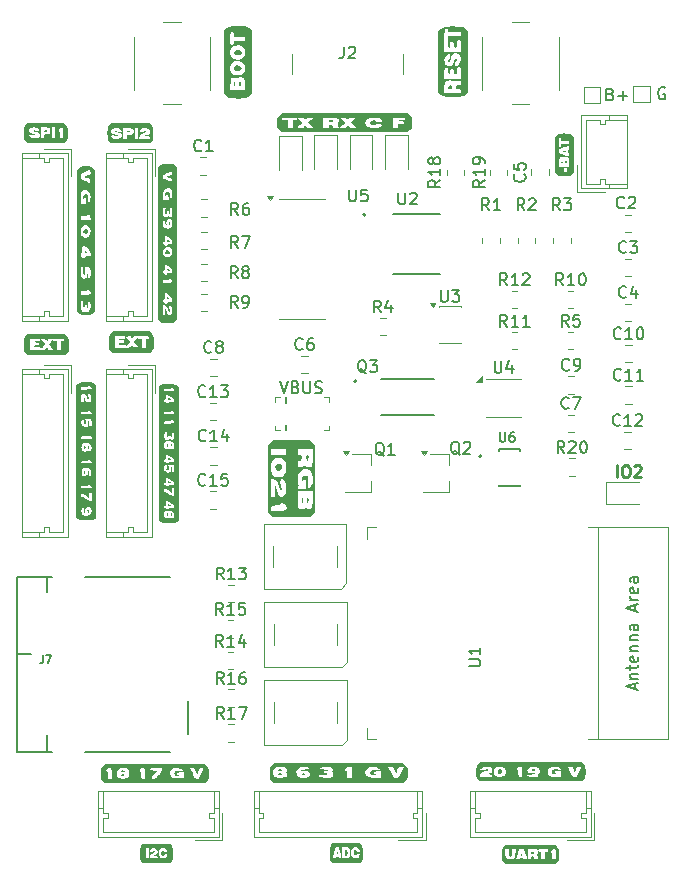
<source format=gbr>
%TF.GenerationSoftware,KiCad,Pcbnew,9.0.6*%
%TF.CreationDate,2026-01-19T20:12:22+07:00*%
%TF.ProjectId,ESP32S3_MOD_DEV,45535033-3253-4335-9f4d-4f445f444556,rev?*%
%TF.SameCoordinates,Original*%
%TF.FileFunction,Legend,Top*%
%TF.FilePolarity,Positive*%
%FSLAX46Y46*%
G04 Gerber Fmt 4.6, Leading zero omitted, Abs format (unit mm)*
G04 Created by KiCad (PCBNEW 9.0.6) date 2026-01-19 20:12:22*
%MOMM*%
%LPD*%
G01*
G04 APERTURE LIST*
%ADD10C,0.150000*%
%ADD11C,0.250000*%
%ADD12C,0.120000*%
%ADD13C,0.000000*%
%ADD14C,0.127000*%
%ADD15C,0.200000*%
%ADD16C,0.100000*%
G04 APERTURE END LIST*
D10*
X81324122Y-94648308D02*
X81324122Y-95105451D01*
X81324122Y-95105451D02*
X81293645Y-95196879D01*
X81293645Y-95196879D02*
X81232693Y-95257832D01*
X81232693Y-95257832D02*
X81141264Y-95288308D01*
X81141264Y-95288308D02*
X81080312Y-95288308D01*
X81567931Y-94648308D02*
X81994598Y-94648308D01*
X81994598Y-94648308D02*
X81720312Y-95288308D01*
X96607142Y-97054819D02*
X96273809Y-96578628D01*
X96035714Y-97054819D02*
X96035714Y-96054819D01*
X96035714Y-96054819D02*
X96416666Y-96054819D01*
X96416666Y-96054819D02*
X96511904Y-96102438D01*
X96511904Y-96102438D02*
X96559523Y-96150057D01*
X96559523Y-96150057D02*
X96607142Y-96245295D01*
X96607142Y-96245295D02*
X96607142Y-96388152D01*
X96607142Y-96388152D02*
X96559523Y-96483390D01*
X96559523Y-96483390D02*
X96511904Y-96531009D01*
X96511904Y-96531009D02*
X96416666Y-96578628D01*
X96416666Y-96578628D02*
X96035714Y-96578628D01*
X97559523Y-97054819D02*
X96988095Y-97054819D01*
X97273809Y-97054819D02*
X97273809Y-96054819D01*
X97273809Y-96054819D02*
X97178571Y-96197676D01*
X97178571Y-96197676D02*
X97083333Y-96292914D01*
X97083333Y-96292914D02*
X96988095Y-96340533D01*
X98416666Y-96054819D02*
X98226190Y-96054819D01*
X98226190Y-96054819D02*
X98130952Y-96102438D01*
X98130952Y-96102438D02*
X98083333Y-96150057D01*
X98083333Y-96150057D02*
X97988095Y-96292914D01*
X97988095Y-96292914D02*
X97940476Y-96483390D01*
X97940476Y-96483390D02*
X97940476Y-96864342D01*
X97940476Y-96864342D02*
X97988095Y-96959580D01*
X97988095Y-96959580D02*
X98035714Y-97007200D01*
X98035714Y-97007200D02*
X98130952Y-97054819D01*
X98130952Y-97054819D02*
X98321428Y-97054819D01*
X98321428Y-97054819D02*
X98416666Y-97007200D01*
X98416666Y-97007200D02*
X98464285Y-96959580D01*
X98464285Y-96959580D02*
X98511904Y-96864342D01*
X98511904Y-96864342D02*
X98511904Y-96626247D01*
X98511904Y-96626247D02*
X98464285Y-96531009D01*
X98464285Y-96531009D02*
X98416666Y-96483390D01*
X98416666Y-96483390D02*
X98321428Y-96435771D01*
X98321428Y-96435771D02*
X98130952Y-96435771D01*
X98130952Y-96435771D02*
X98035714Y-96483390D01*
X98035714Y-96483390D02*
X97988095Y-96531009D01*
X97988095Y-96531009D02*
X97940476Y-96626247D01*
X119083333Y-56954819D02*
X118750000Y-56478628D01*
X118511905Y-56954819D02*
X118511905Y-55954819D01*
X118511905Y-55954819D02*
X118892857Y-55954819D01*
X118892857Y-55954819D02*
X118988095Y-56002438D01*
X118988095Y-56002438D02*
X119035714Y-56050057D01*
X119035714Y-56050057D02*
X119083333Y-56145295D01*
X119083333Y-56145295D02*
X119083333Y-56288152D01*
X119083333Y-56288152D02*
X119035714Y-56383390D01*
X119035714Y-56383390D02*
X118988095Y-56431009D01*
X118988095Y-56431009D02*
X118892857Y-56478628D01*
X118892857Y-56478628D02*
X118511905Y-56478628D01*
X120035714Y-56954819D02*
X119464286Y-56954819D01*
X119750000Y-56954819D02*
X119750000Y-55954819D01*
X119750000Y-55954819D02*
X119654762Y-56097676D01*
X119654762Y-56097676D02*
X119559524Y-56192914D01*
X119559524Y-56192914D02*
X119464286Y-56240533D01*
X119988472Y-75760882D02*
X119988472Y-76410630D01*
X119988472Y-76410630D02*
X120026692Y-76487071D01*
X120026692Y-76487071D02*
X120064913Y-76525292D01*
X120064913Y-76525292D02*
X120141354Y-76563512D01*
X120141354Y-76563512D02*
X120294236Y-76563512D01*
X120294236Y-76563512D02*
X120370677Y-76525292D01*
X120370677Y-76525292D02*
X120408897Y-76487071D01*
X120408897Y-76487071D02*
X120447118Y-76410630D01*
X120447118Y-76410630D02*
X120447118Y-75760882D01*
X121173306Y-75760882D02*
X121020424Y-75760882D01*
X121020424Y-75760882D02*
X120943983Y-75799102D01*
X120943983Y-75799102D02*
X120905763Y-75837323D01*
X120905763Y-75837323D02*
X120829322Y-75951984D01*
X120829322Y-75951984D02*
X120791101Y-76104866D01*
X120791101Y-76104866D02*
X120791101Y-76410630D01*
X120791101Y-76410630D02*
X120829322Y-76487071D01*
X120829322Y-76487071D02*
X120867542Y-76525292D01*
X120867542Y-76525292D02*
X120943983Y-76563512D01*
X120943983Y-76563512D02*
X121096865Y-76563512D01*
X121096865Y-76563512D02*
X121173306Y-76525292D01*
X121173306Y-76525292D02*
X121211527Y-76487071D01*
X121211527Y-76487071D02*
X121249747Y-76410630D01*
X121249747Y-76410630D02*
X121249747Y-76219528D01*
X121249747Y-76219528D02*
X121211527Y-76143087D01*
X121211527Y-76143087D02*
X121173306Y-76104866D01*
X121173306Y-76104866D02*
X121096865Y-76066646D01*
X121096865Y-76066646D02*
X120943983Y-76066646D01*
X120943983Y-76066646D02*
X120867542Y-76104866D01*
X120867542Y-76104866D02*
X120829322Y-76143087D01*
X120829322Y-76143087D02*
X120791101Y-76219528D01*
X118704819Y-54392857D02*
X118228628Y-54726190D01*
X118704819Y-54964285D02*
X117704819Y-54964285D01*
X117704819Y-54964285D02*
X117704819Y-54583333D01*
X117704819Y-54583333D02*
X117752438Y-54488095D01*
X117752438Y-54488095D02*
X117800057Y-54440476D01*
X117800057Y-54440476D02*
X117895295Y-54392857D01*
X117895295Y-54392857D02*
X118038152Y-54392857D01*
X118038152Y-54392857D02*
X118133390Y-54440476D01*
X118133390Y-54440476D02*
X118181009Y-54488095D01*
X118181009Y-54488095D02*
X118228628Y-54583333D01*
X118228628Y-54583333D02*
X118228628Y-54964285D01*
X118704819Y-53440476D02*
X118704819Y-54011904D01*
X118704819Y-53726190D02*
X117704819Y-53726190D01*
X117704819Y-53726190D02*
X117847676Y-53821428D01*
X117847676Y-53821428D02*
X117942914Y-53916666D01*
X117942914Y-53916666D02*
X117990533Y-54011904D01*
X118704819Y-52964285D02*
X118704819Y-52773809D01*
X118704819Y-52773809D02*
X118657200Y-52678571D01*
X118657200Y-52678571D02*
X118609580Y-52630952D01*
X118609580Y-52630952D02*
X118466723Y-52535714D01*
X118466723Y-52535714D02*
X118276247Y-52488095D01*
X118276247Y-52488095D02*
X117895295Y-52488095D01*
X117895295Y-52488095D02*
X117800057Y-52535714D01*
X117800057Y-52535714D02*
X117752438Y-52583333D01*
X117752438Y-52583333D02*
X117704819Y-52678571D01*
X117704819Y-52678571D02*
X117704819Y-52869047D01*
X117704819Y-52869047D02*
X117752438Y-52964285D01*
X117752438Y-52964285D02*
X117800057Y-53011904D01*
X117800057Y-53011904D02*
X117895295Y-53059523D01*
X117895295Y-53059523D02*
X118133390Y-53059523D01*
X118133390Y-53059523D02*
X118228628Y-53011904D01*
X118228628Y-53011904D02*
X118276247Y-52964285D01*
X118276247Y-52964285D02*
X118323866Y-52869047D01*
X118323866Y-52869047D02*
X118323866Y-52678571D01*
X118323866Y-52678571D02*
X118276247Y-52583333D01*
X118276247Y-52583333D02*
X118228628Y-52535714D01*
X118228628Y-52535714D02*
X118133390Y-52488095D01*
X115000595Y-63704819D02*
X115000595Y-64514342D01*
X115000595Y-64514342D02*
X115048214Y-64609580D01*
X115048214Y-64609580D02*
X115095833Y-64657200D01*
X115095833Y-64657200D02*
X115191071Y-64704819D01*
X115191071Y-64704819D02*
X115381547Y-64704819D01*
X115381547Y-64704819D02*
X115476785Y-64657200D01*
X115476785Y-64657200D02*
X115524404Y-64609580D01*
X115524404Y-64609580D02*
X115572023Y-64514342D01*
X115572023Y-64514342D02*
X115572023Y-63704819D01*
X115952976Y-63704819D02*
X116572023Y-63704819D01*
X116572023Y-63704819D02*
X116238690Y-64085771D01*
X116238690Y-64085771D02*
X116381547Y-64085771D01*
X116381547Y-64085771D02*
X116476785Y-64133390D01*
X116476785Y-64133390D02*
X116524404Y-64181009D01*
X116524404Y-64181009D02*
X116572023Y-64276247D01*
X116572023Y-64276247D02*
X116572023Y-64514342D01*
X116572023Y-64514342D02*
X116524404Y-64609580D01*
X116524404Y-64609580D02*
X116476785Y-64657200D01*
X116476785Y-64657200D02*
X116381547Y-64704819D01*
X116381547Y-64704819D02*
X116095833Y-64704819D01*
X116095833Y-64704819D02*
X116000595Y-64657200D01*
X116000595Y-64657200D02*
X115952976Y-64609580D01*
X106776666Y-43099819D02*
X106776666Y-43814104D01*
X106776666Y-43814104D02*
X106729047Y-43956961D01*
X106729047Y-43956961D02*
X106633809Y-44052200D01*
X106633809Y-44052200D02*
X106490952Y-44099819D01*
X106490952Y-44099819D02*
X106395714Y-44099819D01*
X107205238Y-43195057D02*
X107252857Y-43147438D01*
X107252857Y-43147438D02*
X107348095Y-43099819D01*
X107348095Y-43099819D02*
X107586190Y-43099819D01*
X107586190Y-43099819D02*
X107681428Y-43147438D01*
X107681428Y-43147438D02*
X107729047Y-43195057D01*
X107729047Y-43195057D02*
X107776666Y-43290295D01*
X107776666Y-43290295D02*
X107776666Y-43385533D01*
X107776666Y-43385533D02*
X107729047Y-43528390D01*
X107729047Y-43528390D02*
X107157619Y-44099819D01*
X107157619Y-44099819D02*
X107776666Y-44099819D01*
X111418095Y-55454819D02*
X111418095Y-56264342D01*
X111418095Y-56264342D02*
X111465714Y-56359580D01*
X111465714Y-56359580D02*
X111513333Y-56407200D01*
X111513333Y-56407200D02*
X111608571Y-56454819D01*
X111608571Y-56454819D02*
X111799047Y-56454819D01*
X111799047Y-56454819D02*
X111894285Y-56407200D01*
X111894285Y-56407200D02*
X111941904Y-56359580D01*
X111941904Y-56359580D02*
X111989523Y-56264342D01*
X111989523Y-56264342D02*
X111989523Y-55454819D01*
X112418095Y-55550057D02*
X112465714Y-55502438D01*
X112465714Y-55502438D02*
X112560952Y-55454819D01*
X112560952Y-55454819D02*
X112799047Y-55454819D01*
X112799047Y-55454819D02*
X112894285Y-55502438D01*
X112894285Y-55502438D02*
X112941904Y-55550057D01*
X112941904Y-55550057D02*
X112989523Y-55645295D01*
X112989523Y-55645295D02*
X112989523Y-55740533D01*
X112989523Y-55740533D02*
X112941904Y-55883390D01*
X112941904Y-55883390D02*
X112370476Y-56454819D01*
X112370476Y-56454819D02*
X112989523Y-56454819D01*
X97833333Y-57354819D02*
X97500000Y-56878628D01*
X97261905Y-57354819D02*
X97261905Y-56354819D01*
X97261905Y-56354819D02*
X97642857Y-56354819D01*
X97642857Y-56354819D02*
X97738095Y-56402438D01*
X97738095Y-56402438D02*
X97785714Y-56450057D01*
X97785714Y-56450057D02*
X97833333Y-56545295D01*
X97833333Y-56545295D02*
X97833333Y-56688152D01*
X97833333Y-56688152D02*
X97785714Y-56783390D01*
X97785714Y-56783390D02*
X97738095Y-56831009D01*
X97738095Y-56831009D02*
X97642857Y-56878628D01*
X97642857Y-56878628D02*
X97261905Y-56878628D01*
X98690476Y-56354819D02*
X98500000Y-56354819D01*
X98500000Y-56354819D02*
X98404762Y-56402438D01*
X98404762Y-56402438D02*
X98357143Y-56450057D01*
X98357143Y-56450057D02*
X98261905Y-56592914D01*
X98261905Y-56592914D02*
X98214286Y-56783390D01*
X98214286Y-56783390D02*
X98214286Y-57164342D01*
X98214286Y-57164342D02*
X98261905Y-57259580D01*
X98261905Y-57259580D02*
X98309524Y-57307200D01*
X98309524Y-57307200D02*
X98404762Y-57354819D01*
X98404762Y-57354819D02*
X98595238Y-57354819D01*
X98595238Y-57354819D02*
X98690476Y-57307200D01*
X98690476Y-57307200D02*
X98738095Y-57259580D01*
X98738095Y-57259580D02*
X98785714Y-57164342D01*
X98785714Y-57164342D02*
X98785714Y-56926247D01*
X98785714Y-56926247D02*
X98738095Y-56831009D01*
X98738095Y-56831009D02*
X98690476Y-56783390D01*
X98690476Y-56783390D02*
X98595238Y-56735771D01*
X98595238Y-56735771D02*
X98404762Y-56735771D01*
X98404762Y-56735771D02*
X98309524Y-56783390D01*
X98309524Y-56783390D02*
X98261905Y-56831009D01*
X98261905Y-56831009D02*
X98214286Y-56926247D01*
X125870833Y-70429580D02*
X125823214Y-70477200D01*
X125823214Y-70477200D02*
X125680357Y-70524819D01*
X125680357Y-70524819D02*
X125585119Y-70524819D01*
X125585119Y-70524819D02*
X125442262Y-70477200D01*
X125442262Y-70477200D02*
X125347024Y-70381961D01*
X125347024Y-70381961D02*
X125299405Y-70286723D01*
X125299405Y-70286723D02*
X125251786Y-70096247D01*
X125251786Y-70096247D02*
X125251786Y-69953390D01*
X125251786Y-69953390D02*
X125299405Y-69762914D01*
X125299405Y-69762914D02*
X125347024Y-69667676D01*
X125347024Y-69667676D02*
X125442262Y-69572438D01*
X125442262Y-69572438D02*
X125585119Y-69524819D01*
X125585119Y-69524819D02*
X125680357Y-69524819D01*
X125680357Y-69524819D02*
X125823214Y-69572438D01*
X125823214Y-69572438D02*
X125870833Y-69620057D01*
X126347024Y-70524819D02*
X126537500Y-70524819D01*
X126537500Y-70524819D02*
X126632738Y-70477200D01*
X126632738Y-70477200D02*
X126680357Y-70429580D01*
X126680357Y-70429580D02*
X126775595Y-70286723D01*
X126775595Y-70286723D02*
X126823214Y-70096247D01*
X126823214Y-70096247D02*
X126823214Y-69715295D01*
X126823214Y-69715295D02*
X126775595Y-69620057D01*
X126775595Y-69620057D02*
X126727976Y-69572438D01*
X126727976Y-69572438D02*
X126632738Y-69524819D01*
X126632738Y-69524819D02*
X126442262Y-69524819D01*
X126442262Y-69524819D02*
X126347024Y-69572438D01*
X126347024Y-69572438D02*
X126299405Y-69620057D01*
X126299405Y-69620057D02*
X126251786Y-69715295D01*
X126251786Y-69715295D02*
X126251786Y-69953390D01*
X126251786Y-69953390D02*
X126299405Y-70048628D01*
X126299405Y-70048628D02*
X126347024Y-70096247D01*
X126347024Y-70096247D02*
X126442262Y-70143866D01*
X126442262Y-70143866D02*
X126632738Y-70143866D01*
X126632738Y-70143866D02*
X126727976Y-70096247D01*
X126727976Y-70096247D02*
X126775595Y-70048628D01*
X126775595Y-70048628D02*
X126823214Y-69953390D01*
D11*
X129900000Y-79549619D02*
X129900000Y-78549619D01*
X130566666Y-78549619D02*
X130757142Y-78549619D01*
X130757142Y-78549619D02*
X130852380Y-78597238D01*
X130852380Y-78597238D02*
X130947618Y-78692476D01*
X130947618Y-78692476D02*
X130995237Y-78882952D01*
X130995237Y-78882952D02*
X130995237Y-79216285D01*
X130995237Y-79216285D02*
X130947618Y-79406761D01*
X130947618Y-79406761D02*
X130852380Y-79502000D01*
X130852380Y-79502000D02*
X130757142Y-79549619D01*
X130757142Y-79549619D02*
X130566666Y-79549619D01*
X130566666Y-79549619D02*
X130471428Y-79502000D01*
X130471428Y-79502000D02*
X130376190Y-79406761D01*
X130376190Y-79406761D02*
X130328571Y-79216285D01*
X130328571Y-79216285D02*
X130328571Y-78882952D01*
X130328571Y-78882952D02*
X130376190Y-78692476D01*
X130376190Y-78692476D02*
X130471428Y-78597238D01*
X130471428Y-78597238D02*
X130566666Y-78549619D01*
X131376190Y-78644857D02*
X131423809Y-78597238D01*
X131423809Y-78597238D02*
X131519047Y-78549619D01*
X131519047Y-78549619D02*
X131757142Y-78549619D01*
X131757142Y-78549619D02*
X131852380Y-78597238D01*
X131852380Y-78597238D02*
X131899999Y-78644857D01*
X131899999Y-78644857D02*
X131947618Y-78740095D01*
X131947618Y-78740095D02*
X131947618Y-78835333D01*
X131947618Y-78835333D02*
X131899999Y-78978190D01*
X131899999Y-78978190D02*
X131328571Y-79549619D01*
X131328571Y-79549619D02*
X131947618Y-79549619D01*
D10*
X125357142Y-63304819D02*
X125023809Y-62828628D01*
X124785714Y-63304819D02*
X124785714Y-62304819D01*
X124785714Y-62304819D02*
X125166666Y-62304819D01*
X125166666Y-62304819D02*
X125261904Y-62352438D01*
X125261904Y-62352438D02*
X125309523Y-62400057D01*
X125309523Y-62400057D02*
X125357142Y-62495295D01*
X125357142Y-62495295D02*
X125357142Y-62638152D01*
X125357142Y-62638152D02*
X125309523Y-62733390D01*
X125309523Y-62733390D02*
X125261904Y-62781009D01*
X125261904Y-62781009D02*
X125166666Y-62828628D01*
X125166666Y-62828628D02*
X124785714Y-62828628D01*
X126309523Y-63304819D02*
X125738095Y-63304819D01*
X126023809Y-63304819D02*
X126023809Y-62304819D01*
X126023809Y-62304819D02*
X125928571Y-62447676D01*
X125928571Y-62447676D02*
X125833333Y-62542914D01*
X125833333Y-62542914D02*
X125738095Y-62590533D01*
X126928571Y-62304819D02*
X127023809Y-62304819D01*
X127023809Y-62304819D02*
X127119047Y-62352438D01*
X127119047Y-62352438D02*
X127166666Y-62400057D01*
X127166666Y-62400057D02*
X127214285Y-62495295D01*
X127214285Y-62495295D02*
X127261904Y-62685771D01*
X127261904Y-62685771D02*
X127261904Y-62923866D01*
X127261904Y-62923866D02*
X127214285Y-63114342D01*
X127214285Y-63114342D02*
X127166666Y-63209580D01*
X127166666Y-63209580D02*
X127119047Y-63257200D01*
X127119047Y-63257200D02*
X127023809Y-63304819D01*
X127023809Y-63304819D02*
X126928571Y-63304819D01*
X126928571Y-63304819D02*
X126833333Y-63257200D01*
X126833333Y-63257200D02*
X126785714Y-63209580D01*
X126785714Y-63209580D02*
X126738095Y-63114342D01*
X126738095Y-63114342D02*
X126690476Y-62923866D01*
X126690476Y-62923866D02*
X126690476Y-62685771D01*
X126690476Y-62685771D02*
X126738095Y-62495295D01*
X126738095Y-62495295D02*
X126785714Y-62400057D01*
X126785714Y-62400057D02*
X126833333Y-62352438D01*
X126833333Y-62352438D02*
X126928571Y-62304819D01*
X95583333Y-68929580D02*
X95535714Y-68977200D01*
X95535714Y-68977200D02*
X95392857Y-69024819D01*
X95392857Y-69024819D02*
X95297619Y-69024819D01*
X95297619Y-69024819D02*
X95154762Y-68977200D01*
X95154762Y-68977200D02*
X95059524Y-68881961D01*
X95059524Y-68881961D02*
X95011905Y-68786723D01*
X95011905Y-68786723D02*
X94964286Y-68596247D01*
X94964286Y-68596247D02*
X94964286Y-68453390D01*
X94964286Y-68453390D02*
X95011905Y-68262914D01*
X95011905Y-68262914D02*
X95059524Y-68167676D01*
X95059524Y-68167676D02*
X95154762Y-68072438D01*
X95154762Y-68072438D02*
X95297619Y-68024819D01*
X95297619Y-68024819D02*
X95392857Y-68024819D01*
X95392857Y-68024819D02*
X95535714Y-68072438D01*
X95535714Y-68072438D02*
X95583333Y-68120057D01*
X96154762Y-68453390D02*
X96059524Y-68405771D01*
X96059524Y-68405771D02*
X96011905Y-68358152D01*
X96011905Y-68358152D02*
X95964286Y-68262914D01*
X95964286Y-68262914D02*
X95964286Y-68215295D01*
X95964286Y-68215295D02*
X96011905Y-68120057D01*
X96011905Y-68120057D02*
X96059524Y-68072438D01*
X96059524Y-68072438D02*
X96154762Y-68024819D01*
X96154762Y-68024819D02*
X96345238Y-68024819D01*
X96345238Y-68024819D02*
X96440476Y-68072438D01*
X96440476Y-68072438D02*
X96488095Y-68120057D01*
X96488095Y-68120057D02*
X96535714Y-68215295D01*
X96535714Y-68215295D02*
X96535714Y-68262914D01*
X96535714Y-68262914D02*
X96488095Y-68358152D01*
X96488095Y-68358152D02*
X96440476Y-68405771D01*
X96440476Y-68405771D02*
X96345238Y-68453390D01*
X96345238Y-68453390D02*
X96154762Y-68453390D01*
X96154762Y-68453390D02*
X96059524Y-68501009D01*
X96059524Y-68501009D02*
X96011905Y-68548628D01*
X96011905Y-68548628D02*
X95964286Y-68643866D01*
X95964286Y-68643866D02*
X95964286Y-68834342D01*
X95964286Y-68834342D02*
X96011905Y-68929580D01*
X96011905Y-68929580D02*
X96059524Y-68977200D01*
X96059524Y-68977200D02*
X96154762Y-69024819D01*
X96154762Y-69024819D02*
X96345238Y-69024819D01*
X96345238Y-69024819D02*
X96440476Y-68977200D01*
X96440476Y-68977200D02*
X96488095Y-68929580D01*
X96488095Y-68929580D02*
X96535714Y-68834342D01*
X96535714Y-68834342D02*
X96535714Y-68643866D01*
X96535714Y-68643866D02*
X96488095Y-68548628D01*
X96488095Y-68548628D02*
X96440476Y-68501009D01*
X96440476Y-68501009D02*
X96345238Y-68453390D01*
X95069642Y-80179580D02*
X95022023Y-80227200D01*
X95022023Y-80227200D02*
X94879166Y-80274819D01*
X94879166Y-80274819D02*
X94783928Y-80274819D01*
X94783928Y-80274819D02*
X94641071Y-80227200D01*
X94641071Y-80227200D02*
X94545833Y-80131961D01*
X94545833Y-80131961D02*
X94498214Y-80036723D01*
X94498214Y-80036723D02*
X94450595Y-79846247D01*
X94450595Y-79846247D02*
X94450595Y-79703390D01*
X94450595Y-79703390D02*
X94498214Y-79512914D01*
X94498214Y-79512914D02*
X94545833Y-79417676D01*
X94545833Y-79417676D02*
X94641071Y-79322438D01*
X94641071Y-79322438D02*
X94783928Y-79274819D01*
X94783928Y-79274819D02*
X94879166Y-79274819D01*
X94879166Y-79274819D02*
X95022023Y-79322438D01*
X95022023Y-79322438D02*
X95069642Y-79370057D01*
X96022023Y-80274819D02*
X95450595Y-80274819D01*
X95736309Y-80274819D02*
X95736309Y-79274819D01*
X95736309Y-79274819D02*
X95641071Y-79417676D01*
X95641071Y-79417676D02*
X95545833Y-79512914D01*
X95545833Y-79512914D02*
X95450595Y-79560533D01*
X96926785Y-79274819D02*
X96450595Y-79274819D01*
X96450595Y-79274819D02*
X96402976Y-79751009D01*
X96402976Y-79751009D02*
X96450595Y-79703390D01*
X96450595Y-79703390D02*
X96545833Y-79655771D01*
X96545833Y-79655771D02*
X96783928Y-79655771D01*
X96783928Y-79655771D02*
X96879166Y-79703390D01*
X96879166Y-79703390D02*
X96926785Y-79751009D01*
X96926785Y-79751009D02*
X96974404Y-79846247D01*
X96974404Y-79846247D02*
X96974404Y-80084342D01*
X96974404Y-80084342D02*
X96926785Y-80179580D01*
X96926785Y-80179580D02*
X96879166Y-80227200D01*
X96879166Y-80227200D02*
X96783928Y-80274819D01*
X96783928Y-80274819D02*
X96545833Y-80274819D01*
X96545833Y-80274819D02*
X96450595Y-80227200D01*
X96450595Y-80227200D02*
X96402976Y-80179580D01*
X130695833Y-60479580D02*
X130648214Y-60527200D01*
X130648214Y-60527200D02*
X130505357Y-60574819D01*
X130505357Y-60574819D02*
X130410119Y-60574819D01*
X130410119Y-60574819D02*
X130267262Y-60527200D01*
X130267262Y-60527200D02*
X130172024Y-60431961D01*
X130172024Y-60431961D02*
X130124405Y-60336723D01*
X130124405Y-60336723D02*
X130076786Y-60146247D01*
X130076786Y-60146247D02*
X130076786Y-60003390D01*
X130076786Y-60003390D02*
X130124405Y-59812914D01*
X130124405Y-59812914D02*
X130172024Y-59717676D01*
X130172024Y-59717676D02*
X130267262Y-59622438D01*
X130267262Y-59622438D02*
X130410119Y-59574819D01*
X130410119Y-59574819D02*
X130505357Y-59574819D01*
X130505357Y-59574819D02*
X130648214Y-59622438D01*
X130648214Y-59622438D02*
X130695833Y-59670057D01*
X131029167Y-59574819D02*
X131648214Y-59574819D01*
X131648214Y-59574819D02*
X131314881Y-59955771D01*
X131314881Y-59955771D02*
X131457738Y-59955771D01*
X131457738Y-59955771D02*
X131552976Y-60003390D01*
X131552976Y-60003390D02*
X131600595Y-60051009D01*
X131600595Y-60051009D02*
X131648214Y-60146247D01*
X131648214Y-60146247D02*
X131648214Y-60384342D01*
X131648214Y-60384342D02*
X131600595Y-60479580D01*
X131600595Y-60479580D02*
X131552976Y-60527200D01*
X131552976Y-60527200D02*
X131457738Y-60574819D01*
X131457738Y-60574819D02*
X131172024Y-60574819D01*
X131172024Y-60574819D02*
X131076786Y-60527200D01*
X131076786Y-60527200D02*
X131029167Y-60479580D01*
X109933333Y-65604819D02*
X109600000Y-65128628D01*
X109361905Y-65604819D02*
X109361905Y-64604819D01*
X109361905Y-64604819D02*
X109742857Y-64604819D01*
X109742857Y-64604819D02*
X109838095Y-64652438D01*
X109838095Y-64652438D02*
X109885714Y-64700057D01*
X109885714Y-64700057D02*
X109933333Y-64795295D01*
X109933333Y-64795295D02*
X109933333Y-64938152D01*
X109933333Y-64938152D02*
X109885714Y-65033390D01*
X109885714Y-65033390D02*
X109838095Y-65081009D01*
X109838095Y-65081009D02*
X109742857Y-65128628D01*
X109742857Y-65128628D02*
X109361905Y-65128628D01*
X110790476Y-64938152D02*
X110790476Y-65604819D01*
X110552381Y-64557200D02*
X110314286Y-65271485D01*
X110314286Y-65271485D02*
X110933333Y-65271485D01*
X108704761Y-70750057D02*
X108609523Y-70702438D01*
X108609523Y-70702438D02*
X108514285Y-70607200D01*
X108514285Y-70607200D02*
X108371428Y-70464342D01*
X108371428Y-70464342D02*
X108276190Y-70416723D01*
X108276190Y-70416723D02*
X108180952Y-70416723D01*
X108228571Y-70654819D02*
X108133333Y-70607200D01*
X108133333Y-70607200D02*
X108038095Y-70511961D01*
X108038095Y-70511961D02*
X107990476Y-70321485D01*
X107990476Y-70321485D02*
X107990476Y-69988152D01*
X107990476Y-69988152D02*
X108038095Y-69797676D01*
X108038095Y-69797676D02*
X108133333Y-69702438D01*
X108133333Y-69702438D02*
X108228571Y-69654819D01*
X108228571Y-69654819D02*
X108419047Y-69654819D01*
X108419047Y-69654819D02*
X108514285Y-69702438D01*
X108514285Y-69702438D02*
X108609523Y-69797676D01*
X108609523Y-69797676D02*
X108657142Y-69988152D01*
X108657142Y-69988152D02*
X108657142Y-70321485D01*
X108657142Y-70321485D02*
X108609523Y-70511961D01*
X108609523Y-70511961D02*
X108514285Y-70607200D01*
X108514285Y-70607200D02*
X108419047Y-70654819D01*
X108419047Y-70654819D02*
X108228571Y-70654819D01*
X108990476Y-69654819D02*
X109609523Y-69654819D01*
X109609523Y-69654819D02*
X109276190Y-70035771D01*
X109276190Y-70035771D02*
X109419047Y-70035771D01*
X109419047Y-70035771D02*
X109514285Y-70083390D01*
X109514285Y-70083390D02*
X109561904Y-70131009D01*
X109561904Y-70131009D02*
X109609523Y-70226247D01*
X109609523Y-70226247D02*
X109609523Y-70464342D01*
X109609523Y-70464342D02*
X109561904Y-70559580D01*
X109561904Y-70559580D02*
X109514285Y-70607200D01*
X109514285Y-70607200D02*
X109419047Y-70654819D01*
X109419047Y-70654819D02*
X109133333Y-70654819D01*
X109133333Y-70654819D02*
X109038095Y-70607200D01*
X109038095Y-70607200D02*
X108990476Y-70559580D01*
X95069642Y-72679580D02*
X95022023Y-72727200D01*
X95022023Y-72727200D02*
X94879166Y-72774819D01*
X94879166Y-72774819D02*
X94783928Y-72774819D01*
X94783928Y-72774819D02*
X94641071Y-72727200D01*
X94641071Y-72727200D02*
X94545833Y-72631961D01*
X94545833Y-72631961D02*
X94498214Y-72536723D01*
X94498214Y-72536723D02*
X94450595Y-72346247D01*
X94450595Y-72346247D02*
X94450595Y-72203390D01*
X94450595Y-72203390D02*
X94498214Y-72012914D01*
X94498214Y-72012914D02*
X94545833Y-71917676D01*
X94545833Y-71917676D02*
X94641071Y-71822438D01*
X94641071Y-71822438D02*
X94783928Y-71774819D01*
X94783928Y-71774819D02*
X94879166Y-71774819D01*
X94879166Y-71774819D02*
X95022023Y-71822438D01*
X95022023Y-71822438D02*
X95069642Y-71870057D01*
X96022023Y-72774819D02*
X95450595Y-72774819D01*
X95736309Y-72774819D02*
X95736309Y-71774819D01*
X95736309Y-71774819D02*
X95641071Y-71917676D01*
X95641071Y-71917676D02*
X95545833Y-72012914D01*
X95545833Y-72012914D02*
X95450595Y-72060533D01*
X96355357Y-71774819D02*
X96974404Y-71774819D01*
X96974404Y-71774819D02*
X96641071Y-72155771D01*
X96641071Y-72155771D02*
X96783928Y-72155771D01*
X96783928Y-72155771D02*
X96879166Y-72203390D01*
X96879166Y-72203390D02*
X96926785Y-72251009D01*
X96926785Y-72251009D02*
X96974404Y-72346247D01*
X96974404Y-72346247D02*
X96974404Y-72584342D01*
X96974404Y-72584342D02*
X96926785Y-72679580D01*
X96926785Y-72679580D02*
X96879166Y-72727200D01*
X96879166Y-72727200D02*
X96783928Y-72774819D01*
X96783928Y-72774819D02*
X96498214Y-72774819D01*
X96498214Y-72774819D02*
X96402976Y-72727200D01*
X96402976Y-72727200D02*
X96355357Y-72679580D01*
X130533333Y-56709580D02*
X130485714Y-56757200D01*
X130485714Y-56757200D02*
X130342857Y-56804819D01*
X130342857Y-56804819D02*
X130247619Y-56804819D01*
X130247619Y-56804819D02*
X130104762Y-56757200D01*
X130104762Y-56757200D02*
X130009524Y-56661961D01*
X130009524Y-56661961D02*
X129961905Y-56566723D01*
X129961905Y-56566723D02*
X129914286Y-56376247D01*
X129914286Y-56376247D02*
X129914286Y-56233390D01*
X129914286Y-56233390D02*
X129961905Y-56042914D01*
X129961905Y-56042914D02*
X130009524Y-55947676D01*
X130009524Y-55947676D02*
X130104762Y-55852438D01*
X130104762Y-55852438D02*
X130247619Y-55804819D01*
X130247619Y-55804819D02*
X130342857Y-55804819D01*
X130342857Y-55804819D02*
X130485714Y-55852438D01*
X130485714Y-55852438D02*
X130533333Y-55900057D01*
X130914286Y-55900057D02*
X130961905Y-55852438D01*
X130961905Y-55852438D02*
X131057143Y-55804819D01*
X131057143Y-55804819D02*
X131295238Y-55804819D01*
X131295238Y-55804819D02*
X131390476Y-55852438D01*
X131390476Y-55852438D02*
X131438095Y-55900057D01*
X131438095Y-55900057D02*
X131485714Y-55995295D01*
X131485714Y-55995295D02*
X131485714Y-56090533D01*
X131485714Y-56090533D02*
X131438095Y-56233390D01*
X131438095Y-56233390D02*
X130866667Y-56804819D01*
X130866667Y-56804819D02*
X131485714Y-56804819D01*
X122083333Y-56954819D02*
X121750000Y-56478628D01*
X121511905Y-56954819D02*
X121511905Y-55954819D01*
X121511905Y-55954819D02*
X121892857Y-55954819D01*
X121892857Y-55954819D02*
X121988095Y-56002438D01*
X121988095Y-56002438D02*
X122035714Y-56050057D01*
X122035714Y-56050057D02*
X122083333Y-56145295D01*
X122083333Y-56145295D02*
X122083333Y-56288152D01*
X122083333Y-56288152D02*
X122035714Y-56383390D01*
X122035714Y-56383390D02*
X121988095Y-56431009D01*
X121988095Y-56431009D02*
X121892857Y-56478628D01*
X121892857Y-56478628D02*
X121511905Y-56478628D01*
X122464286Y-56050057D02*
X122511905Y-56002438D01*
X122511905Y-56002438D02*
X122607143Y-55954819D01*
X122607143Y-55954819D02*
X122845238Y-55954819D01*
X122845238Y-55954819D02*
X122940476Y-56002438D01*
X122940476Y-56002438D02*
X122988095Y-56050057D01*
X122988095Y-56050057D02*
X123035714Y-56145295D01*
X123035714Y-56145295D02*
X123035714Y-56240533D01*
X123035714Y-56240533D02*
X122988095Y-56383390D01*
X122988095Y-56383390D02*
X122416667Y-56954819D01*
X122416667Y-56954819D02*
X123035714Y-56954819D01*
X97833333Y-60154819D02*
X97500000Y-59678628D01*
X97261905Y-60154819D02*
X97261905Y-59154819D01*
X97261905Y-59154819D02*
X97642857Y-59154819D01*
X97642857Y-59154819D02*
X97738095Y-59202438D01*
X97738095Y-59202438D02*
X97785714Y-59250057D01*
X97785714Y-59250057D02*
X97833333Y-59345295D01*
X97833333Y-59345295D02*
X97833333Y-59488152D01*
X97833333Y-59488152D02*
X97785714Y-59583390D01*
X97785714Y-59583390D02*
X97738095Y-59631009D01*
X97738095Y-59631009D02*
X97642857Y-59678628D01*
X97642857Y-59678628D02*
X97261905Y-59678628D01*
X98166667Y-59154819D02*
X98833333Y-59154819D01*
X98833333Y-59154819D02*
X98404762Y-60154819D01*
X130169642Y-75129580D02*
X130122023Y-75177200D01*
X130122023Y-75177200D02*
X129979166Y-75224819D01*
X129979166Y-75224819D02*
X129883928Y-75224819D01*
X129883928Y-75224819D02*
X129741071Y-75177200D01*
X129741071Y-75177200D02*
X129645833Y-75081961D01*
X129645833Y-75081961D02*
X129598214Y-74986723D01*
X129598214Y-74986723D02*
X129550595Y-74796247D01*
X129550595Y-74796247D02*
X129550595Y-74653390D01*
X129550595Y-74653390D02*
X129598214Y-74462914D01*
X129598214Y-74462914D02*
X129645833Y-74367676D01*
X129645833Y-74367676D02*
X129741071Y-74272438D01*
X129741071Y-74272438D02*
X129883928Y-74224819D01*
X129883928Y-74224819D02*
X129979166Y-74224819D01*
X129979166Y-74224819D02*
X130122023Y-74272438D01*
X130122023Y-74272438D02*
X130169642Y-74320057D01*
X131122023Y-75224819D02*
X130550595Y-75224819D01*
X130836309Y-75224819D02*
X130836309Y-74224819D01*
X130836309Y-74224819D02*
X130741071Y-74367676D01*
X130741071Y-74367676D02*
X130645833Y-74462914D01*
X130645833Y-74462914D02*
X130550595Y-74510533D01*
X131502976Y-74320057D02*
X131550595Y-74272438D01*
X131550595Y-74272438D02*
X131645833Y-74224819D01*
X131645833Y-74224819D02*
X131883928Y-74224819D01*
X131883928Y-74224819D02*
X131979166Y-74272438D01*
X131979166Y-74272438D02*
X132026785Y-74320057D01*
X132026785Y-74320057D02*
X132074404Y-74415295D01*
X132074404Y-74415295D02*
X132074404Y-74510533D01*
X132074404Y-74510533D02*
X132026785Y-74653390D01*
X132026785Y-74653390D02*
X131455357Y-75224819D01*
X131455357Y-75224819D02*
X132074404Y-75224819D01*
X94733333Y-51879580D02*
X94685714Y-51927200D01*
X94685714Y-51927200D02*
X94542857Y-51974819D01*
X94542857Y-51974819D02*
X94447619Y-51974819D01*
X94447619Y-51974819D02*
X94304762Y-51927200D01*
X94304762Y-51927200D02*
X94209524Y-51831961D01*
X94209524Y-51831961D02*
X94161905Y-51736723D01*
X94161905Y-51736723D02*
X94114286Y-51546247D01*
X94114286Y-51546247D02*
X94114286Y-51403390D01*
X94114286Y-51403390D02*
X94161905Y-51212914D01*
X94161905Y-51212914D02*
X94209524Y-51117676D01*
X94209524Y-51117676D02*
X94304762Y-51022438D01*
X94304762Y-51022438D02*
X94447619Y-50974819D01*
X94447619Y-50974819D02*
X94542857Y-50974819D01*
X94542857Y-50974819D02*
X94685714Y-51022438D01*
X94685714Y-51022438D02*
X94733333Y-51070057D01*
X95685714Y-51974819D02*
X95114286Y-51974819D01*
X95400000Y-51974819D02*
X95400000Y-50974819D01*
X95400000Y-50974819D02*
X95304762Y-51117676D01*
X95304762Y-51117676D02*
X95209524Y-51212914D01*
X95209524Y-51212914D02*
X95114286Y-51260533D01*
X130257142Y-67779580D02*
X130209523Y-67827200D01*
X130209523Y-67827200D02*
X130066666Y-67874819D01*
X130066666Y-67874819D02*
X129971428Y-67874819D01*
X129971428Y-67874819D02*
X129828571Y-67827200D01*
X129828571Y-67827200D02*
X129733333Y-67731961D01*
X129733333Y-67731961D02*
X129685714Y-67636723D01*
X129685714Y-67636723D02*
X129638095Y-67446247D01*
X129638095Y-67446247D02*
X129638095Y-67303390D01*
X129638095Y-67303390D02*
X129685714Y-67112914D01*
X129685714Y-67112914D02*
X129733333Y-67017676D01*
X129733333Y-67017676D02*
X129828571Y-66922438D01*
X129828571Y-66922438D02*
X129971428Y-66874819D01*
X129971428Y-66874819D02*
X130066666Y-66874819D01*
X130066666Y-66874819D02*
X130209523Y-66922438D01*
X130209523Y-66922438D02*
X130257142Y-66970057D01*
X131209523Y-67874819D02*
X130638095Y-67874819D01*
X130923809Y-67874819D02*
X130923809Y-66874819D01*
X130923809Y-66874819D02*
X130828571Y-67017676D01*
X130828571Y-67017676D02*
X130733333Y-67112914D01*
X130733333Y-67112914D02*
X130638095Y-67160533D01*
X131828571Y-66874819D02*
X131923809Y-66874819D01*
X131923809Y-66874819D02*
X132019047Y-66922438D01*
X132019047Y-66922438D02*
X132066666Y-66970057D01*
X132066666Y-66970057D02*
X132114285Y-67065295D01*
X132114285Y-67065295D02*
X132161904Y-67255771D01*
X132161904Y-67255771D02*
X132161904Y-67493866D01*
X132161904Y-67493866D02*
X132114285Y-67684342D01*
X132114285Y-67684342D02*
X132066666Y-67779580D01*
X132066666Y-67779580D02*
X132019047Y-67827200D01*
X132019047Y-67827200D02*
X131923809Y-67874819D01*
X131923809Y-67874819D02*
X131828571Y-67874819D01*
X131828571Y-67874819D02*
X131733333Y-67827200D01*
X131733333Y-67827200D02*
X131685714Y-67779580D01*
X131685714Y-67779580D02*
X131638095Y-67684342D01*
X131638095Y-67684342D02*
X131590476Y-67493866D01*
X131590476Y-67493866D02*
X131590476Y-67255771D01*
X131590476Y-67255771D02*
X131638095Y-67065295D01*
X131638095Y-67065295D02*
X131685714Y-66970057D01*
X131685714Y-66970057D02*
X131733333Y-66922438D01*
X131733333Y-66922438D02*
X131828571Y-66874819D01*
X117354819Y-95561904D02*
X118164342Y-95561904D01*
X118164342Y-95561904D02*
X118259580Y-95514285D01*
X118259580Y-95514285D02*
X118307200Y-95466666D01*
X118307200Y-95466666D02*
X118354819Y-95371428D01*
X118354819Y-95371428D02*
X118354819Y-95180952D01*
X118354819Y-95180952D02*
X118307200Y-95085714D01*
X118307200Y-95085714D02*
X118259580Y-95038095D01*
X118259580Y-95038095D02*
X118164342Y-94990476D01*
X118164342Y-94990476D02*
X117354819Y-94990476D01*
X118354819Y-93990476D02*
X118354819Y-94561904D01*
X118354819Y-94276190D02*
X117354819Y-94276190D01*
X117354819Y-94276190D02*
X117497676Y-94371428D01*
X117497676Y-94371428D02*
X117592914Y-94466666D01*
X117592914Y-94466666D02*
X117640533Y-94561904D01*
X131419104Y-97511905D02*
X131419104Y-97035715D01*
X131704819Y-97607143D02*
X130704819Y-97273810D01*
X130704819Y-97273810D02*
X131704819Y-96940477D01*
X131038152Y-96607143D02*
X131704819Y-96607143D01*
X131133390Y-96607143D02*
X131085771Y-96559524D01*
X131085771Y-96559524D02*
X131038152Y-96464286D01*
X131038152Y-96464286D02*
X131038152Y-96321429D01*
X131038152Y-96321429D02*
X131085771Y-96226191D01*
X131085771Y-96226191D02*
X131181009Y-96178572D01*
X131181009Y-96178572D02*
X131704819Y-96178572D01*
X131038152Y-95845238D02*
X131038152Y-95464286D01*
X130704819Y-95702381D02*
X131561961Y-95702381D01*
X131561961Y-95702381D02*
X131657200Y-95654762D01*
X131657200Y-95654762D02*
X131704819Y-95559524D01*
X131704819Y-95559524D02*
X131704819Y-95464286D01*
X131657200Y-94750000D02*
X131704819Y-94845238D01*
X131704819Y-94845238D02*
X131704819Y-95035714D01*
X131704819Y-95035714D02*
X131657200Y-95130952D01*
X131657200Y-95130952D02*
X131561961Y-95178571D01*
X131561961Y-95178571D02*
X131181009Y-95178571D01*
X131181009Y-95178571D02*
X131085771Y-95130952D01*
X131085771Y-95130952D02*
X131038152Y-95035714D01*
X131038152Y-95035714D02*
X131038152Y-94845238D01*
X131038152Y-94845238D02*
X131085771Y-94750000D01*
X131085771Y-94750000D02*
X131181009Y-94702381D01*
X131181009Y-94702381D02*
X131276247Y-94702381D01*
X131276247Y-94702381D02*
X131371485Y-95178571D01*
X131038152Y-94273809D02*
X131704819Y-94273809D01*
X131133390Y-94273809D02*
X131085771Y-94226190D01*
X131085771Y-94226190D02*
X131038152Y-94130952D01*
X131038152Y-94130952D02*
X131038152Y-93988095D01*
X131038152Y-93988095D02*
X131085771Y-93892857D01*
X131085771Y-93892857D02*
X131181009Y-93845238D01*
X131181009Y-93845238D02*
X131704819Y-93845238D01*
X131038152Y-93369047D02*
X131704819Y-93369047D01*
X131133390Y-93369047D02*
X131085771Y-93321428D01*
X131085771Y-93321428D02*
X131038152Y-93226190D01*
X131038152Y-93226190D02*
X131038152Y-93083333D01*
X131038152Y-93083333D02*
X131085771Y-92988095D01*
X131085771Y-92988095D02*
X131181009Y-92940476D01*
X131181009Y-92940476D02*
X131704819Y-92940476D01*
X131704819Y-92035714D02*
X131181009Y-92035714D01*
X131181009Y-92035714D02*
X131085771Y-92083333D01*
X131085771Y-92083333D02*
X131038152Y-92178571D01*
X131038152Y-92178571D02*
X131038152Y-92369047D01*
X131038152Y-92369047D02*
X131085771Y-92464285D01*
X131657200Y-92035714D02*
X131704819Y-92130952D01*
X131704819Y-92130952D02*
X131704819Y-92369047D01*
X131704819Y-92369047D02*
X131657200Y-92464285D01*
X131657200Y-92464285D02*
X131561961Y-92511904D01*
X131561961Y-92511904D02*
X131466723Y-92511904D01*
X131466723Y-92511904D02*
X131371485Y-92464285D01*
X131371485Y-92464285D02*
X131323866Y-92369047D01*
X131323866Y-92369047D02*
X131323866Y-92130952D01*
X131323866Y-92130952D02*
X131276247Y-92035714D01*
X131419104Y-90845237D02*
X131419104Y-90369047D01*
X131704819Y-90940475D02*
X130704819Y-90607142D01*
X130704819Y-90607142D02*
X131704819Y-90273809D01*
X131704819Y-89940475D02*
X131038152Y-89940475D01*
X131228628Y-89940475D02*
X131133390Y-89892856D01*
X131133390Y-89892856D02*
X131085771Y-89845237D01*
X131085771Y-89845237D02*
X131038152Y-89749999D01*
X131038152Y-89749999D02*
X131038152Y-89654761D01*
X131657200Y-88940475D02*
X131704819Y-89035713D01*
X131704819Y-89035713D02*
X131704819Y-89226189D01*
X131704819Y-89226189D02*
X131657200Y-89321427D01*
X131657200Y-89321427D02*
X131561961Y-89369046D01*
X131561961Y-89369046D02*
X131181009Y-89369046D01*
X131181009Y-89369046D02*
X131085771Y-89321427D01*
X131085771Y-89321427D02*
X131038152Y-89226189D01*
X131038152Y-89226189D02*
X131038152Y-89035713D01*
X131038152Y-89035713D02*
X131085771Y-88940475D01*
X131085771Y-88940475D02*
X131181009Y-88892856D01*
X131181009Y-88892856D02*
X131276247Y-88892856D01*
X131276247Y-88892856D02*
X131371485Y-89369046D01*
X131704819Y-88035713D02*
X131181009Y-88035713D01*
X131181009Y-88035713D02*
X131085771Y-88083332D01*
X131085771Y-88083332D02*
X131038152Y-88178570D01*
X131038152Y-88178570D02*
X131038152Y-88369046D01*
X131038152Y-88369046D02*
X131085771Y-88464284D01*
X131657200Y-88035713D02*
X131704819Y-88130951D01*
X131704819Y-88130951D02*
X131704819Y-88369046D01*
X131704819Y-88369046D02*
X131657200Y-88464284D01*
X131657200Y-88464284D02*
X131561961Y-88511903D01*
X131561961Y-88511903D02*
X131466723Y-88511903D01*
X131466723Y-88511903D02*
X131371485Y-88464284D01*
X131371485Y-88464284D02*
X131323866Y-88369046D01*
X131323866Y-88369046D02*
X131323866Y-88130951D01*
X131323866Y-88130951D02*
X131276247Y-88035713D01*
X107238095Y-55204819D02*
X107238095Y-56014342D01*
X107238095Y-56014342D02*
X107285714Y-56109580D01*
X107285714Y-56109580D02*
X107333333Y-56157200D01*
X107333333Y-56157200D02*
X107428571Y-56204819D01*
X107428571Y-56204819D02*
X107619047Y-56204819D01*
X107619047Y-56204819D02*
X107714285Y-56157200D01*
X107714285Y-56157200D02*
X107761904Y-56109580D01*
X107761904Y-56109580D02*
X107809523Y-56014342D01*
X107809523Y-56014342D02*
X107809523Y-55204819D01*
X108761904Y-55204819D02*
X108285714Y-55204819D01*
X108285714Y-55204819D02*
X108238095Y-55681009D01*
X108238095Y-55681009D02*
X108285714Y-55633390D01*
X108285714Y-55633390D02*
X108380952Y-55585771D01*
X108380952Y-55585771D02*
X108619047Y-55585771D01*
X108619047Y-55585771D02*
X108714285Y-55633390D01*
X108714285Y-55633390D02*
X108761904Y-55681009D01*
X108761904Y-55681009D02*
X108809523Y-55776247D01*
X108809523Y-55776247D02*
X108809523Y-56014342D01*
X108809523Y-56014342D02*
X108761904Y-56109580D01*
X108761904Y-56109580D02*
X108714285Y-56157200D01*
X108714285Y-56157200D02*
X108619047Y-56204819D01*
X108619047Y-56204819D02*
X108380952Y-56204819D01*
X108380952Y-56204819D02*
X108285714Y-56157200D01*
X108285714Y-56157200D02*
X108238095Y-56109580D01*
X122079580Y-53916666D02*
X122127200Y-53964285D01*
X122127200Y-53964285D02*
X122174819Y-54107142D01*
X122174819Y-54107142D02*
X122174819Y-54202380D01*
X122174819Y-54202380D02*
X122127200Y-54345237D01*
X122127200Y-54345237D02*
X122031961Y-54440475D01*
X122031961Y-54440475D02*
X121936723Y-54488094D01*
X121936723Y-54488094D02*
X121746247Y-54535713D01*
X121746247Y-54535713D02*
X121603390Y-54535713D01*
X121603390Y-54535713D02*
X121412914Y-54488094D01*
X121412914Y-54488094D02*
X121317676Y-54440475D01*
X121317676Y-54440475D02*
X121222438Y-54345237D01*
X121222438Y-54345237D02*
X121174819Y-54202380D01*
X121174819Y-54202380D02*
X121174819Y-54107142D01*
X121174819Y-54107142D02*
X121222438Y-53964285D01*
X121222438Y-53964285D02*
X121270057Y-53916666D01*
X121174819Y-53011904D02*
X121174819Y-53488094D01*
X121174819Y-53488094D02*
X121651009Y-53535713D01*
X121651009Y-53535713D02*
X121603390Y-53488094D01*
X121603390Y-53488094D02*
X121555771Y-53392856D01*
X121555771Y-53392856D02*
X121555771Y-53154761D01*
X121555771Y-53154761D02*
X121603390Y-53059523D01*
X121603390Y-53059523D02*
X121651009Y-53011904D01*
X121651009Y-53011904D02*
X121746247Y-52964285D01*
X121746247Y-52964285D02*
X121984342Y-52964285D01*
X121984342Y-52964285D02*
X122079580Y-53011904D01*
X122079580Y-53011904D02*
X122127200Y-53059523D01*
X122127200Y-53059523D02*
X122174819Y-53154761D01*
X122174819Y-53154761D02*
X122174819Y-53392856D01*
X122174819Y-53392856D02*
X122127200Y-53488094D01*
X122127200Y-53488094D02*
X122079580Y-53535713D01*
X125833333Y-73679580D02*
X125785714Y-73727200D01*
X125785714Y-73727200D02*
X125642857Y-73774819D01*
X125642857Y-73774819D02*
X125547619Y-73774819D01*
X125547619Y-73774819D02*
X125404762Y-73727200D01*
X125404762Y-73727200D02*
X125309524Y-73631961D01*
X125309524Y-73631961D02*
X125261905Y-73536723D01*
X125261905Y-73536723D02*
X125214286Y-73346247D01*
X125214286Y-73346247D02*
X125214286Y-73203390D01*
X125214286Y-73203390D02*
X125261905Y-73012914D01*
X125261905Y-73012914D02*
X125309524Y-72917676D01*
X125309524Y-72917676D02*
X125404762Y-72822438D01*
X125404762Y-72822438D02*
X125547619Y-72774819D01*
X125547619Y-72774819D02*
X125642857Y-72774819D01*
X125642857Y-72774819D02*
X125785714Y-72822438D01*
X125785714Y-72822438D02*
X125833333Y-72870057D01*
X126166667Y-72774819D02*
X126833333Y-72774819D01*
X126833333Y-72774819D02*
X126404762Y-73774819D01*
X133961904Y-46602438D02*
X133866666Y-46554819D01*
X133866666Y-46554819D02*
X133723809Y-46554819D01*
X133723809Y-46554819D02*
X133580952Y-46602438D01*
X133580952Y-46602438D02*
X133485714Y-46697676D01*
X133485714Y-46697676D02*
X133438095Y-46792914D01*
X133438095Y-46792914D02*
X133390476Y-46983390D01*
X133390476Y-46983390D02*
X133390476Y-47126247D01*
X133390476Y-47126247D02*
X133438095Y-47316723D01*
X133438095Y-47316723D02*
X133485714Y-47411961D01*
X133485714Y-47411961D02*
X133580952Y-47507200D01*
X133580952Y-47507200D02*
X133723809Y-47554819D01*
X133723809Y-47554819D02*
X133819047Y-47554819D01*
X133819047Y-47554819D02*
X133961904Y-47507200D01*
X133961904Y-47507200D02*
X134009523Y-47459580D01*
X134009523Y-47459580D02*
X134009523Y-47126247D01*
X134009523Y-47126247D02*
X133819047Y-47126247D01*
X119563095Y-69713819D02*
X119563095Y-70523342D01*
X119563095Y-70523342D02*
X119610714Y-70618580D01*
X119610714Y-70618580D02*
X119658333Y-70666200D01*
X119658333Y-70666200D02*
X119753571Y-70713819D01*
X119753571Y-70713819D02*
X119944047Y-70713819D01*
X119944047Y-70713819D02*
X120039285Y-70666200D01*
X120039285Y-70666200D02*
X120086904Y-70618580D01*
X120086904Y-70618580D02*
X120134523Y-70523342D01*
X120134523Y-70523342D02*
X120134523Y-69713819D01*
X121039285Y-70047152D02*
X121039285Y-70713819D01*
X120801190Y-69666200D02*
X120563095Y-70380485D01*
X120563095Y-70380485D02*
X121182142Y-70380485D01*
X116604761Y-77650057D02*
X116509523Y-77602438D01*
X116509523Y-77602438D02*
X116414285Y-77507200D01*
X116414285Y-77507200D02*
X116271428Y-77364342D01*
X116271428Y-77364342D02*
X116176190Y-77316723D01*
X116176190Y-77316723D02*
X116080952Y-77316723D01*
X116128571Y-77554819D02*
X116033333Y-77507200D01*
X116033333Y-77507200D02*
X115938095Y-77411961D01*
X115938095Y-77411961D02*
X115890476Y-77221485D01*
X115890476Y-77221485D02*
X115890476Y-76888152D01*
X115890476Y-76888152D02*
X115938095Y-76697676D01*
X115938095Y-76697676D02*
X116033333Y-76602438D01*
X116033333Y-76602438D02*
X116128571Y-76554819D01*
X116128571Y-76554819D02*
X116319047Y-76554819D01*
X116319047Y-76554819D02*
X116414285Y-76602438D01*
X116414285Y-76602438D02*
X116509523Y-76697676D01*
X116509523Y-76697676D02*
X116557142Y-76888152D01*
X116557142Y-76888152D02*
X116557142Y-77221485D01*
X116557142Y-77221485D02*
X116509523Y-77411961D01*
X116509523Y-77411961D02*
X116414285Y-77507200D01*
X116414285Y-77507200D02*
X116319047Y-77554819D01*
X116319047Y-77554819D02*
X116128571Y-77554819D01*
X116938095Y-76650057D02*
X116985714Y-76602438D01*
X116985714Y-76602438D02*
X117080952Y-76554819D01*
X117080952Y-76554819D02*
X117319047Y-76554819D01*
X117319047Y-76554819D02*
X117414285Y-76602438D01*
X117414285Y-76602438D02*
X117461904Y-76650057D01*
X117461904Y-76650057D02*
X117509523Y-76745295D01*
X117509523Y-76745295D02*
X117509523Y-76840533D01*
X117509523Y-76840533D02*
X117461904Y-76983390D01*
X117461904Y-76983390D02*
X116890476Y-77554819D01*
X116890476Y-77554819D02*
X117509523Y-77554819D01*
X120607142Y-66804819D02*
X120273809Y-66328628D01*
X120035714Y-66804819D02*
X120035714Y-65804819D01*
X120035714Y-65804819D02*
X120416666Y-65804819D01*
X120416666Y-65804819D02*
X120511904Y-65852438D01*
X120511904Y-65852438D02*
X120559523Y-65900057D01*
X120559523Y-65900057D02*
X120607142Y-65995295D01*
X120607142Y-65995295D02*
X120607142Y-66138152D01*
X120607142Y-66138152D02*
X120559523Y-66233390D01*
X120559523Y-66233390D02*
X120511904Y-66281009D01*
X120511904Y-66281009D02*
X120416666Y-66328628D01*
X120416666Y-66328628D02*
X120035714Y-66328628D01*
X121559523Y-66804819D02*
X120988095Y-66804819D01*
X121273809Y-66804819D02*
X121273809Y-65804819D01*
X121273809Y-65804819D02*
X121178571Y-65947676D01*
X121178571Y-65947676D02*
X121083333Y-66042914D01*
X121083333Y-66042914D02*
X120988095Y-66090533D01*
X122511904Y-66804819D02*
X121940476Y-66804819D01*
X122226190Y-66804819D02*
X122226190Y-65804819D01*
X122226190Y-65804819D02*
X122130952Y-65947676D01*
X122130952Y-65947676D02*
X122035714Y-66042914D01*
X122035714Y-66042914D02*
X121940476Y-66090533D01*
X125833333Y-66804819D02*
X125500000Y-66328628D01*
X125261905Y-66804819D02*
X125261905Y-65804819D01*
X125261905Y-65804819D02*
X125642857Y-65804819D01*
X125642857Y-65804819D02*
X125738095Y-65852438D01*
X125738095Y-65852438D02*
X125785714Y-65900057D01*
X125785714Y-65900057D02*
X125833333Y-65995295D01*
X125833333Y-65995295D02*
X125833333Y-66138152D01*
X125833333Y-66138152D02*
X125785714Y-66233390D01*
X125785714Y-66233390D02*
X125738095Y-66281009D01*
X125738095Y-66281009D02*
X125642857Y-66328628D01*
X125642857Y-66328628D02*
X125261905Y-66328628D01*
X126738095Y-65804819D02*
X126261905Y-65804819D01*
X126261905Y-65804819D02*
X126214286Y-66281009D01*
X126214286Y-66281009D02*
X126261905Y-66233390D01*
X126261905Y-66233390D02*
X126357143Y-66185771D01*
X126357143Y-66185771D02*
X126595238Y-66185771D01*
X126595238Y-66185771D02*
X126690476Y-66233390D01*
X126690476Y-66233390D02*
X126738095Y-66281009D01*
X126738095Y-66281009D02*
X126785714Y-66376247D01*
X126785714Y-66376247D02*
X126785714Y-66614342D01*
X126785714Y-66614342D02*
X126738095Y-66709580D01*
X126738095Y-66709580D02*
X126690476Y-66757200D01*
X126690476Y-66757200D02*
X126595238Y-66804819D01*
X126595238Y-66804819D02*
X126357143Y-66804819D01*
X126357143Y-66804819D02*
X126261905Y-66757200D01*
X126261905Y-66757200D02*
X126214286Y-66709580D01*
X96607142Y-88204819D02*
X96273809Y-87728628D01*
X96035714Y-88204819D02*
X96035714Y-87204819D01*
X96035714Y-87204819D02*
X96416666Y-87204819D01*
X96416666Y-87204819D02*
X96511904Y-87252438D01*
X96511904Y-87252438D02*
X96559523Y-87300057D01*
X96559523Y-87300057D02*
X96607142Y-87395295D01*
X96607142Y-87395295D02*
X96607142Y-87538152D01*
X96607142Y-87538152D02*
X96559523Y-87633390D01*
X96559523Y-87633390D02*
X96511904Y-87681009D01*
X96511904Y-87681009D02*
X96416666Y-87728628D01*
X96416666Y-87728628D02*
X96035714Y-87728628D01*
X97559523Y-88204819D02*
X96988095Y-88204819D01*
X97273809Y-88204819D02*
X97273809Y-87204819D01*
X97273809Y-87204819D02*
X97178571Y-87347676D01*
X97178571Y-87347676D02*
X97083333Y-87442914D01*
X97083333Y-87442914D02*
X96988095Y-87490533D01*
X97892857Y-87204819D02*
X98511904Y-87204819D01*
X98511904Y-87204819D02*
X98178571Y-87585771D01*
X98178571Y-87585771D02*
X98321428Y-87585771D01*
X98321428Y-87585771D02*
X98416666Y-87633390D01*
X98416666Y-87633390D02*
X98464285Y-87681009D01*
X98464285Y-87681009D02*
X98511904Y-87776247D01*
X98511904Y-87776247D02*
X98511904Y-88014342D01*
X98511904Y-88014342D02*
X98464285Y-88109580D01*
X98464285Y-88109580D02*
X98416666Y-88157200D01*
X98416666Y-88157200D02*
X98321428Y-88204819D01*
X98321428Y-88204819D02*
X98035714Y-88204819D01*
X98035714Y-88204819D02*
X97940476Y-88157200D01*
X97940476Y-88157200D02*
X97892857Y-88109580D01*
X130257142Y-71279580D02*
X130209523Y-71327200D01*
X130209523Y-71327200D02*
X130066666Y-71374819D01*
X130066666Y-71374819D02*
X129971428Y-71374819D01*
X129971428Y-71374819D02*
X129828571Y-71327200D01*
X129828571Y-71327200D02*
X129733333Y-71231961D01*
X129733333Y-71231961D02*
X129685714Y-71136723D01*
X129685714Y-71136723D02*
X129638095Y-70946247D01*
X129638095Y-70946247D02*
X129638095Y-70803390D01*
X129638095Y-70803390D02*
X129685714Y-70612914D01*
X129685714Y-70612914D02*
X129733333Y-70517676D01*
X129733333Y-70517676D02*
X129828571Y-70422438D01*
X129828571Y-70422438D02*
X129971428Y-70374819D01*
X129971428Y-70374819D02*
X130066666Y-70374819D01*
X130066666Y-70374819D02*
X130209523Y-70422438D01*
X130209523Y-70422438D02*
X130257142Y-70470057D01*
X131209523Y-71374819D02*
X130638095Y-71374819D01*
X130923809Y-71374819D02*
X130923809Y-70374819D01*
X130923809Y-70374819D02*
X130828571Y-70517676D01*
X130828571Y-70517676D02*
X130733333Y-70612914D01*
X130733333Y-70612914D02*
X130638095Y-70660533D01*
X132161904Y-71374819D02*
X131590476Y-71374819D01*
X131876190Y-71374819D02*
X131876190Y-70374819D01*
X131876190Y-70374819D02*
X131780952Y-70517676D01*
X131780952Y-70517676D02*
X131685714Y-70612914D01*
X131685714Y-70612914D02*
X131590476Y-70660533D01*
X125457142Y-77504819D02*
X125123809Y-77028628D01*
X124885714Y-77504819D02*
X124885714Y-76504819D01*
X124885714Y-76504819D02*
X125266666Y-76504819D01*
X125266666Y-76504819D02*
X125361904Y-76552438D01*
X125361904Y-76552438D02*
X125409523Y-76600057D01*
X125409523Y-76600057D02*
X125457142Y-76695295D01*
X125457142Y-76695295D02*
X125457142Y-76838152D01*
X125457142Y-76838152D02*
X125409523Y-76933390D01*
X125409523Y-76933390D02*
X125361904Y-76981009D01*
X125361904Y-76981009D02*
X125266666Y-77028628D01*
X125266666Y-77028628D02*
X124885714Y-77028628D01*
X125838095Y-76600057D02*
X125885714Y-76552438D01*
X125885714Y-76552438D02*
X125980952Y-76504819D01*
X125980952Y-76504819D02*
X126219047Y-76504819D01*
X126219047Y-76504819D02*
X126314285Y-76552438D01*
X126314285Y-76552438D02*
X126361904Y-76600057D01*
X126361904Y-76600057D02*
X126409523Y-76695295D01*
X126409523Y-76695295D02*
X126409523Y-76790533D01*
X126409523Y-76790533D02*
X126361904Y-76933390D01*
X126361904Y-76933390D02*
X125790476Y-77504819D01*
X125790476Y-77504819D02*
X126409523Y-77504819D01*
X127028571Y-76504819D02*
X127123809Y-76504819D01*
X127123809Y-76504819D02*
X127219047Y-76552438D01*
X127219047Y-76552438D02*
X127266666Y-76600057D01*
X127266666Y-76600057D02*
X127314285Y-76695295D01*
X127314285Y-76695295D02*
X127361904Y-76885771D01*
X127361904Y-76885771D02*
X127361904Y-77123866D01*
X127361904Y-77123866D02*
X127314285Y-77314342D01*
X127314285Y-77314342D02*
X127266666Y-77409580D01*
X127266666Y-77409580D02*
X127219047Y-77457200D01*
X127219047Y-77457200D02*
X127123809Y-77504819D01*
X127123809Y-77504819D02*
X127028571Y-77504819D01*
X127028571Y-77504819D02*
X126933333Y-77457200D01*
X126933333Y-77457200D02*
X126885714Y-77409580D01*
X126885714Y-77409580D02*
X126838095Y-77314342D01*
X126838095Y-77314342D02*
X126790476Y-77123866D01*
X126790476Y-77123866D02*
X126790476Y-76885771D01*
X126790476Y-76885771D02*
X126838095Y-76695295D01*
X126838095Y-76695295D02*
X126885714Y-76600057D01*
X126885714Y-76600057D02*
X126933333Y-76552438D01*
X126933333Y-76552438D02*
X127028571Y-76504819D01*
X95107142Y-76429580D02*
X95059523Y-76477200D01*
X95059523Y-76477200D02*
X94916666Y-76524819D01*
X94916666Y-76524819D02*
X94821428Y-76524819D01*
X94821428Y-76524819D02*
X94678571Y-76477200D01*
X94678571Y-76477200D02*
X94583333Y-76381961D01*
X94583333Y-76381961D02*
X94535714Y-76286723D01*
X94535714Y-76286723D02*
X94488095Y-76096247D01*
X94488095Y-76096247D02*
X94488095Y-75953390D01*
X94488095Y-75953390D02*
X94535714Y-75762914D01*
X94535714Y-75762914D02*
X94583333Y-75667676D01*
X94583333Y-75667676D02*
X94678571Y-75572438D01*
X94678571Y-75572438D02*
X94821428Y-75524819D01*
X94821428Y-75524819D02*
X94916666Y-75524819D01*
X94916666Y-75524819D02*
X95059523Y-75572438D01*
X95059523Y-75572438D02*
X95107142Y-75620057D01*
X96059523Y-76524819D02*
X95488095Y-76524819D01*
X95773809Y-76524819D02*
X95773809Y-75524819D01*
X95773809Y-75524819D02*
X95678571Y-75667676D01*
X95678571Y-75667676D02*
X95583333Y-75762914D01*
X95583333Y-75762914D02*
X95488095Y-75810533D01*
X96916666Y-75858152D02*
X96916666Y-76524819D01*
X96678571Y-75477200D02*
X96440476Y-76191485D01*
X96440476Y-76191485D02*
X97059523Y-76191485D01*
X96557142Y-91204819D02*
X96223809Y-90728628D01*
X95985714Y-91204819D02*
X95985714Y-90204819D01*
X95985714Y-90204819D02*
X96366666Y-90204819D01*
X96366666Y-90204819D02*
X96461904Y-90252438D01*
X96461904Y-90252438D02*
X96509523Y-90300057D01*
X96509523Y-90300057D02*
X96557142Y-90395295D01*
X96557142Y-90395295D02*
X96557142Y-90538152D01*
X96557142Y-90538152D02*
X96509523Y-90633390D01*
X96509523Y-90633390D02*
X96461904Y-90681009D01*
X96461904Y-90681009D02*
X96366666Y-90728628D01*
X96366666Y-90728628D02*
X95985714Y-90728628D01*
X97509523Y-91204819D02*
X96938095Y-91204819D01*
X97223809Y-91204819D02*
X97223809Y-90204819D01*
X97223809Y-90204819D02*
X97128571Y-90347676D01*
X97128571Y-90347676D02*
X97033333Y-90442914D01*
X97033333Y-90442914D02*
X96938095Y-90490533D01*
X98414285Y-90204819D02*
X97938095Y-90204819D01*
X97938095Y-90204819D02*
X97890476Y-90681009D01*
X97890476Y-90681009D02*
X97938095Y-90633390D01*
X97938095Y-90633390D02*
X98033333Y-90585771D01*
X98033333Y-90585771D02*
X98271428Y-90585771D01*
X98271428Y-90585771D02*
X98366666Y-90633390D01*
X98366666Y-90633390D02*
X98414285Y-90681009D01*
X98414285Y-90681009D02*
X98461904Y-90776247D01*
X98461904Y-90776247D02*
X98461904Y-91014342D01*
X98461904Y-91014342D02*
X98414285Y-91109580D01*
X98414285Y-91109580D02*
X98366666Y-91157200D01*
X98366666Y-91157200D02*
X98271428Y-91204819D01*
X98271428Y-91204819D02*
X98033333Y-91204819D01*
X98033333Y-91204819D02*
X97938095Y-91157200D01*
X97938095Y-91157200D02*
X97890476Y-91109580D01*
X103295833Y-68679580D02*
X103248214Y-68727200D01*
X103248214Y-68727200D02*
X103105357Y-68774819D01*
X103105357Y-68774819D02*
X103010119Y-68774819D01*
X103010119Y-68774819D02*
X102867262Y-68727200D01*
X102867262Y-68727200D02*
X102772024Y-68631961D01*
X102772024Y-68631961D02*
X102724405Y-68536723D01*
X102724405Y-68536723D02*
X102676786Y-68346247D01*
X102676786Y-68346247D02*
X102676786Y-68203390D01*
X102676786Y-68203390D02*
X102724405Y-68012914D01*
X102724405Y-68012914D02*
X102772024Y-67917676D01*
X102772024Y-67917676D02*
X102867262Y-67822438D01*
X102867262Y-67822438D02*
X103010119Y-67774819D01*
X103010119Y-67774819D02*
X103105357Y-67774819D01*
X103105357Y-67774819D02*
X103248214Y-67822438D01*
X103248214Y-67822438D02*
X103295833Y-67870057D01*
X104152976Y-67774819D02*
X103962500Y-67774819D01*
X103962500Y-67774819D02*
X103867262Y-67822438D01*
X103867262Y-67822438D02*
X103819643Y-67870057D01*
X103819643Y-67870057D02*
X103724405Y-68012914D01*
X103724405Y-68012914D02*
X103676786Y-68203390D01*
X103676786Y-68203390D02*
X103676786Y-68584342D01*
X103676786Y-68584342D02*
X103724405Y-68679580D01*
X103724405Y-68679580D02*
X103772024Y-68727200D01*
X103772024Y-68727200D02*
X103867262Y-68774819D01*
X103867262Y-68774819D02*
X104057738Y-68774819D01*
X104057738Y-68774819D02*
X104152976Y-68727200D01*
X104152976Y-68727200D02*
X104200595Y-68679580D01*
X104200595Y-68679580D02*
X104248214Y-68584342D01*
X104248214Y-68584342D02*
X104248214Y-68346247D01*
X104248214Y-68346247D02*
X104200595Y-68251009D01*
X104200595Y-68251009D02*
X104152976Y-68203390D01*
X104152976Y-68203390D02*
X104057738Y-68155771D01*
X104057738Y-68155771D02*
X103867262Y-68155771D01*
X103867262Y-68155771D02*
X103772024Y-68203390D01*
X103772024Y-68203390D02*
X103724405Y-68251009D01*
X103724405Y-68251009D02*
X103676786Y-68346247D01*
X101366667Y-71454819D02*
X101700000Y-72454819D01*
X101700000Y-72454819D02*
X102033333Y-71454819D01*
X102700000Y-71931009D02*
X102842857Y-71978628D01*
X102842857Y-71978628D02*
X102890476Y-72026247D01*
X102890476Y-72026247D02*
X102938095Y-72121485D01*
X102938095Y-72121485D02*
X102938095Y-72264342D01*
X102938095Y-72264342D02*
X102890476Y-72359580D01*
X102890476Y-72359580D02*
X102842857Y-72407200D01*
X102842857Y-72407200D02*
X102747619Y-72454819D01*
X102747619Y-72454819D02*
X102366667Y-72454819D01*
X102366667Y-72454819D02*
X102366667Y-71454819D01*
X102366667Y-71454819D02*
X102700000Y-71454819D01*
X102700000Y-71454819D02*
X102795238Y-71502438D01*
X102795238Y-71502438D02*
X102842857Y-71550057D01*
X102842857Y-71550057D02*
X102890476Y-71645295D01*
X102890476Y-71645295D02*
X102890476Y-71740533D01*
X102890476Y-71740533D02*
X102842857Y-71835771D01*
X102842857Y-71835771D02*
X102795238Y-71883390D01*
X102795238Y-71883390D02*
X102700000Y-71931009D01*
X102700000Y-71931009D02*
X102366667Y-71931009D01*
X103366667Y-71454819D02*
X103366667Y-72264342D01*
X103366667Y-72264342D02*
X103414286Y-72359580D01*
X103414286Y-72359580D02*
X103461905Y-72407200D01*
X103461905Y-72407200D02*
X103557143Y-72454819D01*
X103557143Y-72454819D02*
X103747619Y-72454819D01*
X103747619Y-72454819D02*
X103842857Y-72407200D01*
X103842857Y-72407200D02*
X103890476Y-72359580D01*
X103890476Y-72359580D02*
X103938095Y-72264342D01*
X103938095Y-72264342D02*
X103938095Y-71454819D01*
X104366667Y-72407200D02*
X104509524Y-72454819D01*
X104509524Y-72454819D02*
X104747619Y-72454819D01*
X104747619Y-72454819D02*
X104842857Y-72407200D01*
X104842857Y-72407200D02*
X104890476Y-72359580D01*
X104890476Y-72359580D02*
X104938095Y-72264342D01*
X104938095Y-72264342D02*
X104938095Y-72169104D01*
X104938095Y-72169104D02*
X104890476Y-72073866D01*
X104890476Y-72073866D02*
X104842857Y-72026247D01*
X104842857Y-72026247D02*
X104747619Y-71978628D01*
X104747619Y-71978628D02*
X104557143Y-71931009D01*
X104557143Y-71931009D02*
X104461905Y-71883390D01*
X104461905Y-71883390D02*
X104414286Y-71835771D01*
X104414286Y-71835771D02*
X104366667Y-71740533D01*
X104366667Y-71740533D02*
X104366667Y-71645295D01*
X104366667Y-71645295D02*
X104414286Y-71550057D01*
X104414286Y-71550057D02*
X104461905Y-71502438D01*
X104461905Y-71502438D02*
X104557143Y-71454819D01*
X104557143Y-71454819D02*
X104795238Y-71454819D01*
X104795238Y-71454819D02*
X104938095Y-71502438D01*
X130695833Y-64279580D02*
X130648214Y-64327200D01*
X130648214Y-64327200D02*
X130505357Y-64374819D01*
X130505357Y-64374819D02*
X130410119Y-64374819D01*
X130410119Y-64374819D02*
X130267262Y-64327200D01*
X130267262Y-64327200D02*
X130172024Y-64231961D01*
X130172024Y-64231961D02*
X130124405Y-64136723D01*
X130124405Y-64136723D02*
X130076786Y-63946247D01*
X130076786Y-63946247D02*
X130076786Y-63803390D01*
X130076786Y-63803390D02*
X130124405Y-63612914D01*
X130124405Y-63612914D02*
X130172024Y-63517676D01*
X130172024Y-63517676D02*
X130267262Y-63422438D01*
X130267262Y-63422438D02*
X130410119Y-63374819D01*
X130410119Y-63374819D02*
X130505357Y-63374819D01*
X130505357Y-63374819D02*
X130648214Y-63422438D01*
X130648214Y-63422438D02*
X130695833Y-63470057D01*
X131552976Y-63708152D02*
X131552976Y-64374819D01*
X131314881Y-63327200D02*
X131076786Y-64041485D01*
X131076786Y-64041485D02*
X131695833Y-64041485D01*
X110204761Y-77750057D02*
X110109523Y-77702438D01*
X110109523Y-77702438D02*
X110014285Y-77607200D01*
X110014285Y-77607200D02*
X109871428Y-77464342D01*
X109871428Y-77464342D02*
X109776190Y-77416723D01*
X109776190Y-77416723D02*
X109680952Y-77416723D01*
X109728571Y-77654819D02*
X109633333Y-77607200D01*
X109633333Y-77607200D02*
X109538095Y-77511961D01*
X109538095Y-77511961D02*
X109490476Y-77321485D01*
X109490476Y-77321485D02*
X109490476Y-76988152D01*
X109490476Y-76988152D02*
X109538095Y-76797676D01*
X109538095Y-76797676D02*
X109633333Y-76702438D01*
X109633333Y-76702438D02*
X109728571Y-76654819D01*
X109728571Y-76654819D02*
X109919047Y-76654819D01*
X109919047Y-76654819D02*
X110014285Y-76702438D01*
X110014285Y-76702438D02*
X110109523Y-76797676D01*
X110109523Y-76797676D02*
X110157142Y-76988152D01*
X110157142Y-76988152D02*
X110157142Y-77321485D01*
X110157142Y-77321485D02*
X110109523Y-77511961D01*
X110109523Y-77511961D02*
X110014285Y-77607200D01*
X110014285Y-77607200D02*
X109919047Y-77654819D01*
X109919047Y-77654819D02*
X109728571Y-77654819D01*
X111109523Y-77654819D02*
X110538095Y-77654819D01*
X110823809Y-77654819D02*
X110823809Y-76654819D01*
X110823809Y-76654819D02*
X110728571Y-76797676D01*
X110728571Y-76797676D02*
X110633333Y-76892914D01*
X110633333Y-76892914D02*
X110538095Y-76940533D01*
X97795833Y-62704819D02*
X97462500Y-62228628D01*
X97224405Y-62704819D02*
X97224405Y-61704819D01*
X97224405Y-61704819D02*
X97605357Y-61704819D01*
X97605357Y-61704819D02*
X97700595Y-61752438D01*
X97700595Y-61752438D02*
X97748214Y-61800057D01*
X97748214Y-61800057D02*
X97795833Y-61895295D01*
X97795833Y-61895295D02*
X97795833Y-62038152D01*
X97795833Y-62038152D02*
X97748214Y-62133390D01*
X97748214Y-62133390D02*
X97700595Y-62181009D01*
X97700595Y-62181009D02*
X97605357Y-62228628D01*
X97605357Y-62228628D02*
X97224405Y-62228628D01*
X98367262Y-62133390D02*
X98272024Y-62085771D01*
X98272024Y-62085771D02*
X98224405Y-62038152D01*
X98224405Y-62038152D02*
X98176786Y-61942914D01*
X98176786Y-61942914D02*
X98176786Y-61895295D01*
X98176786Y-61895295D02*
X98224405Y-61800057D01*
X98224405Y-61800057D02*
X98272024Y-61752438D01*
X98272024Y-61752438D02*
X98367262Y-61704819D01*
X98367262Y-61704819D02*
X98557738Y-61704819D01*
X98557738Y-61704819D02*
X98652976Y-61752438D01*
X98652976Y-61752438D02*
X98700595Y-61800057D01*
X98700595Y-61800057D02*
X98748214Y-61895295D01*
X98748214Y-61895295D02*
X98748214Y-61942914D01*
X98748214Y-61942914D02*
X98700595Y-62038152D01*
X98700595Y-62038152D02*
X98652976Y-62085771D01*
X98652976Y-62085771D02*
X98557738Y-62133390D01*
X98557738Y-62133390D02*
X98367262Y-62133390D01*
X98367262Y-62133390D02*
X98272024Y-62181009D01*
X98272024Y-62181009D02*
X98224405Y-62228628D01*
X98224405Y-62228628D02*
X98176786Y-62323866D01*
X98176786Y-62323866D02*
X98176786Y-62514342D01*
X98176786Y-62514342D02*
X98224405Y-62609580D01*
X98224405Y-62609580D02*
X98272024Y-62657200D01*
X98272024Y-62657200D02*
X98367262Y-62704819D01*
X98367262Y-62704819D02*
X98557738Y-62704819D01*
X98557738Y-62704819D02*
X98652976Y-62657200D01*
X98652976Y-62657200D02*
X98700595Y-62609580D01*
X98700595Y-62609580D02*
X98748214Y-62514342D01*
X98748214Y-62514342D02*
X98748214Y-62323866D01*
X98748214Y-62323866D02*
X98700595Y-62228628D01*
X98700595Y-62228628D02*
X98652976Y-62181009D01*
X98652976Y-62181009D02*
X98557738Y-62133390D01*
X125083333Y-56954819D02*
X124750000Y-56478628D01*
X124511905Y-56954819D02*
X124511905Y-55954819D01*
X124511905Y-55954819D02*
X124892857Y-55954819D01*
X124892857Y-55954819D02*
X124988095Y-56002438D01*
X124988095Y-56002438D02*
X125035714Y-56050057D01*
X125035714Y-56050057D02*
X125083333Y-56145295D01*
X125083333Y-56145295D02*
X125083333Y-56288152D01*
X125083333Y-56288152D02*
X125035714Y-56383390D01*
X125035714Y-56383390D02*
X124988095Y-56431009D01*
X124988095Y-56431009D02*
X124892857Y-56478628D01*
X124892857Y-56478628D02*
X124511905Y-56478628D01*
X125416667Y-55954819D02*
X126035714Y-55954819D01*
X126035714Y-55954819D02*
X125702381Y-56335771D01*
X125702381Y-56335771D02*
X125845238Y-56335771D01*
X125845238Y-56335771D02*
X125940476Y-56383390D01*
X125940476Y-56383390D02*
X125988095Y-56431009D01*
X125988095Y-56431009D02*
X126035714Y-56526247D01*
X126035714Y-56526247D02*
X126035714Y-56764342D01*
X126035714Y-56764342D02*
X125988095Y-56859580D01*
X125988095Y-56859580D02*
X125940476Y-56907200D01*
X125940476Y-56907200D02*
X125845238Y-56954819D01*
X125845238Y-56954819D02*
X125559524Y-56954819D01*
X125559524Y-56954819D02*
X125464286Y-56907200D01*
X125464286Y-56907200D02*
X125416667Y-56859580D01*
X97795833Y-65204819D02*
X97462500Y-64728628D01*
X97224405Y-65204819D02*
X97224405Y-64204819D01*
X97224405Y-64204819D02*
X97605357Y-64204819D01*
X97605357Y-64204819D02*
X97700595Y-64252438D01*
X97700595Y-64252438D02*
X97748214Y-64300057D01*
X97748214Y-64300057D02*
X97795833Y-64395295D01*
X97795833Y-64395295D02*
X97795833Y-64538152D01*
X97795833Y-64538152D02*
X97748214Y-64633390D01*
X97748214Y-64633390D02*
X97700595Y-64681009D01*
X97700595Y-64681009D02*
X97605357Y-64728628D01*
X97605357Y-64728628D02*
X97224405Y-64728628D01*
X98272024Y-65204819D02*
X98462500Y-65204819D01*
X98462500Y-65204819D02*
X98557738Y-65157200D01*
X98557738Y-65157200D02*
X98605357Y-65109580D01*
X98605357Y-65109580D02*
X98700595Y-64966723D01*
X98700595Y-64966723D02*
X98748214Y-64776247D01*
X98748214Y-64776247D02*
X98748214Y-64395295D01*
X98748214Y-64395295D02*
X98700595Y-64300057D01*
X98700595Y-64300057D02*
X98652976Y-64252438D01*
X98652976Y-64252438D02*
X98557738Y-64204819D01*
X98557738Y-64204819D02*
X98367262Y-64204819D01*
X98367262Y-64204819D02*
X98272024Y-64252438D01*
X98272024Y-64252438D02*
X98224405Y-64300057D01*
X98224405Y-64300057D02*
X98176786Y-64395295D01*
X98176786Y-64395295D02*
X98176786Y-64633390D01*
X98176786Y-64633390D02*
X98224405Y-64728628D01*
X98224405Y-64728628D02*
X98272024Y-64776247D01*
X98272024Y-64776247D02*
X98367262Y-64823866D01*
X98367262Y-64823866D02*
X98557738Y-64823866D01*
X98557738Y-64823866D02*
X98652976Y-64776247D01*
X98652976Y-64776247D02*
X98700595Y-64728628D01*
X98700595Y-64728628D02*
X98748214Y-64633390D01*
X96607142Y-100004819D02*
X96273809Y-99528628D01*
X96035714Y-100004819D02*
X96035714Y-99004819D01*
X96035714Y-99004819D02*
X96416666Y-99004819D01*
X96416666Y-99004819D02*
X96511904Y-99052438D01*
X96511904Y-99052438D02*
X96559523Y-99100057D01*
X96559523Y-99100057D02*
X96607142Y-99195295D01*
X96607142Y-99195295D02*
X96607142Y-99338152D01*
X96607142Y-99338152D02*
X96559523Y-99433390D01*
X96559523Y-99433390D02*
X96511904Y-99481009D01*
X96511904Y-99481009D02*
X96416666Y-99528628D01*
X96416666Y-99528628D02*
X96035714Y-99528628D01*
X97559523Y-100004819D02*
X96988095Y-100004819D01*
X97273809Y-100004819D02*
X97273809Y-99004819D01*
X97273809Y-99004819D02*
X97178571Y-99147676D01*
X97178571Y-99147676D02*
X97083333Y-99242914D01*
X97083333Y-99242914D02*
X96988095Y-99290533D01*
X97892857Y-99004819D02*
X98559523Y-99004819D01*
X98559523Y-99004819D02*
X98130952Y-100004819D01*
X129352381Y-47131009D02*
X129495238Y-47178628D01*
X129495238Y-47178628D02*
X129542857Y-47226247D01*
X129542857Y-47226247D02*
X129590476Y-47321485D01*
X129590476Y-47321485D02*
X129590476Y-47464342D01*
X129590476Y-47464342D02*
X129542857Y-47559580D01*
X129542857Y-47559580D02*
X129495238Y-47607200D01*
X129495238Y-47607200D02*
X129400000Y-47654819D01*
X129400000Y-47654819D02*
X129019048Y-47654819D01*
X129019048Y-47654819D02*
X129019048Y-46654819D01*
X129019048Y-46654819D02*
X129352381Y-46654819D01*
X129352381Y-46654819D02*
X129447619Y-46702438D01*
X129447619Y-46702438D02*
X129495238Y-46750057D01*
X129495238Y-46750057D02*
X129542857Y-46845295D01*
X129542857Y-46845295D02*
X129542857Y-46940533D01*
X129542857Y-46940533D02*
X129495238Y-47035771D01*
X129495238Y-47035771D02*
X129447619Y-47083390D01*
X129447619Y-47083390D02*
X129352381Y-47131009D01*
X129352381Y-47131009D02*
X129019048Y-47131009D01*
X130019048Y-47273866D02*
X130780953Y-47273866D01*
X130400000Y-47654819D02*
X130400000Y-46892914D01*
X114954819Y-54392857D02*
X114478628Y-54726190D01*
X114954819Y-54964285D02*
X113954819Y-54964285D01*
X113954819Y-54964285D02*
X113954819Y-54583333D01*
X113954819Y-54583333D02*
X114002438Y-54488095D01*
X114002438Y-54488095D02*
X114050057Y-54440476D01*
X114050057Y-54440476D02*
X114145295Y-54392857D01*
X114145295Y-54392857D02*
X114288152Y-54392857D01*
X114288152Y-54392857D02*
X114383390Y-54440476D01*
X114383390Y-54440476D02*
X114431009Y-54488095D01*
X114431009Y-54488095D02*
X114478628Y-54583333D01*
X114478628Y-54583333D02*
X114478628Y-54964285D01*
X114954819Y-53440476D02*
X114954819Y-54011904D01*
X114954819Y-53726190D02*
X113954819Y-53726190D01*
X113954819Y-53726190D02*
X114097676Y-53821428D01*
X114097676Y-53821428D02*
X114192914Y-53916666D01*
X114192914Y-53916666D02*
X114240533Y-54011904D01*
X114383390Y-52869047D02*
X114335771Y-52964285D01*
X114335771Y-52964285D02*
X114288152Y-53011904D01*
X114288152Y-53011904D02*
X114192914Y-53059523D01*
X114192914Y-53059523D02*
X114145295Y-53059523D01*
X114145295Y-53059523D02*
X114050057Y-53011904D01*
X114050057Y-53011904D02*
X114002438Y-52964285D01*
X114002438Y-52964285D02*
X113954819Y-52869047D01*
X113954819Y-52869047D02*
X113954819Y-52678571D01*
X113954819Y-52678571D02*
X114002438Y-52583333D01*
X114002438Y-52583333D02*
X114050057Y-52535714D01*
X114050057Y-52535714D02*
X114145295Y-52488095D01*
X114145295Y-52488095D02*
X114192914Y-52488095D01*
X114192914Y-52488095D02*
X114288152Y-52535714D01*
X114288152Y-52535714D02*
X114335771Y-52583333D01*
X114335771Y-52583333D02*
X114383390Y-52678571D01*
X114383390Y-52678571D02*
X114383390Y-52869047D01*
X114383390Y-52869047D02*
X114431009Y-52964285D01*
X114431009Y-52964285D02*
X114478628Y-53011904D01*
X114478628Y-53011904D02*
X114573866Y-53059523D01*
X114573866Y-53059523D02*
X114764342Y-53059523D01*
X114764342Y-53059523D02*
X114859580Y-53011904D01*
X114859580Y-53011904D02*
X114907200Y-52964285D01*
X114907200Y-52964285D02*
X114954819Y-52869047D01*
X114954819Y-52869047D02*
X114954819Y-52678571D01*
X114954819Y-52678571D02*
X114907200Y-52583333D01*
X114907200Y-52583333D02*
X114859580Y-52535714D01*
X114859580Y-52535714D02*
X114764342Y-52488095D01*
X114764342Y-52488095D02*
X114573866Y-52488095D01*
X114573866Y-52488095D02*
X114478628Y-52535714D01*
X114478628Y-52535714D02*
X114431009Y-52583333D01*
X114431009Y-52583333D02*
X114383390Y-52678571D01*
X120607142Y-63304819D02*
X120273809Y-62828628D01*
X120035714Y-63304819D02*
X120035714Y-62304819D01*
X120035714Y-62304819D02*
X120416666Y-62304819D01*
X120416666Y-62304819D02*
X120511904Y-62352438D01*
X120511904Y-62352438D02*
X120559523Y-62400057D01*
X120559523Y-62400057D02*
X120607142Y-62495295D01*
X120607142Y-62495295D02*
X120607142Y-62638152D01*
X120607142Y-62638152D02*
X120559523Y-62733390D01*
X120559523Y-62733390D02*
X120511904Y-62781009D01*
X120511904Y-62781009D02*
X120416666Y-62828628D01*
X120416666Y-62828628D02*
X120035714Y-62828628D01*
X121559523Y-63304819D02*
X120988095Y-63304819D01*
X121273809Y-63304819D02*
X121273809Y-62304819D01*
X121273809Y-62304819D02*
X121178571Y-62447676D01*
X121178571Y-62447676D02*
X121083333Y-62542914D01*
X121083333Y-62542914D02*
X120988095Y-62590533D01*
X121940476Y-62400057D02*
X121988095Y-62352438D01*
X121988095Y-62352438D02*
X122083333Y-62304819D01*
X122083333Y-62304819D02*
X122321428Y-62304819D01*
X122321428Y-62304819D02*
X122416666Y-62352438D01*
X122416666Y-62352438D02*
X122464285Y-62400057D01*
X122464285Y-62400057D02*
X122511904Y-62495295D01*
X122511904Y-62495295D02*
X122511904Y-62590533D01*
X122511904Y-62590533D02*
X122464285Y-62733390D01*
X122464285Y-62733390D02*
X121892857Y-63304819D01*
X121892857Y-63304819D02*
X122511904Y-63304819D01*
X96557142Y-93904819D02*
X96223809Y-93428628D01*
X95985714Y-93904819D02*
X95985714Y-92904819D01*
X95985714Y-92904819D02*
X96366666Y-92904819D01*
X96366666Y-92904819D02*
X96461904Y-92952438D01*
X96461904Y-92952438D02*
X96509523Y-93000057D01*
X96509523Y-93000057D02*
X96557142Y-93095295D01*
X96557142Y-93095295D02*
X96557142Y-93238152D01*
X96557142Y-93238152D02*
X96509523Y-93333390D01*
X96509523Y-93333390D02*
X96461904Y-93381009D01*
X96461904Y-93381009D02*
X96366666Y-93428628D01*
X96366666Y-93428628D02*
X95985714Y-93428628D01*
X97509523Y-93904819D02*
X96938095Y-93904819D01*
X97223809Y-93904819D02*
X97223809Y-92904819D01*
X97223809Y-92904819D02*
X97128571Y-93047676D01*
X97128571Y-93047676D02*
X97033333Y-93142914D01*
X97033333Y-93142914D02*
X96938095Y-93190533D01*
X98366666Y-93238152D02*
X98366666Y-93904819D01*
X98128571Y-92857200D02*
X97890476Y-93571485D01*
X97890476Y-93571485D02*
X98509523Y-93571485D01*
%TO.C,J7*%
X93615600Y-101285000D02*
X93615600Y-98535000D01*
X84865600Y-102785000D02*
X92115600Y-102785000D01*
X84865600Y-88035000D02*
X92115600Y-88035000D01*
X81637455Y-102785000D02*
X82115600Y-102785000D01*
X81637455Y-101385000D02*
X81637455Y-102785000D01*
X81637455Y-89300032D02*
X81637455Y-88035000D01*
X81626527Y-88035000D02*
X82104672Y-88035000D01*
X80337455Y-94550032D02*
X79137455Y-94550032D01*
X79137455Y-102785000D02*
X81637455Y-102785000D01*
X79137455Y-99985000D02*
X79137455Y-102785000D01*
X79137455Y-94550032D02*
X79137455Y-100050032D01*
X79137455Y-89050032D02*
X79137455Y-94550032D01*
X79137455Y-88035000D02*
X81637455Y-88035000D01*
X79137455Y-88035000D02*
X79137455Y-89050032D01*
D12*
%TO.C,R16*%
X97022936Y-97515000D02*
X97477064Y-97515000D01*
X97022936Y-98985000D02*
X97477064Y-98985000D01*
D13*
%TO.C,G6*%
G36*
X125564407Y-51903184D02*
G01*
X125576969Y-51939131D01*
X125544570Y-51994102D01*
X125512828Y-52002202D01*
X125438999Y-51988971D01*
X125368309Y-51961047D01*
X125332811Y-51934248D01*
X125354692Y-51924164D01*
X125454012Y-51910134D01*
X125495803Y-51899505D01*
X125564407Y-51903184D01*
G37*
G36*
X125303007Y-52750903D02*
G01*
X125319960Y-52836557D01*
X125320404Y-52854759D01*
X125307516Y-52946428D01*
X125275825Y-52992250D01*
X125269090Y-52993448D01*
X125235174Y-52958614D01*
X125218221Y-52872960D01*
X125217777Y-52854759D01*
X125230665Y-52763089D01*
X125262356Y-52717267D01*
X125269090Y-52716069D01*
X125303007Y-52750903D01*
G37*
G36*
X125639391Y-52731307D02*
G01*
X125666176Y-52818203D01*
X125669865Y-52844852D01*
X125670445Y-52945973D01*
X125637446Y-52988474D01*
X125602626Y-52993448D01*
X125547996Y-52975120D01*
X125531401Y-52908021D01*
X125535387Y-52844852D01*
X125557735Y-52749264D01*
X125593165Y-52698667D01*
X125602626Y-52696256D01*
X125639391Y-52731307D01*
G37*
G36*
X125697482Y-50458458D02*
G01*
X125844862Y-50465333D01*
X125943350Y-50483634D01*
X126019815Y-50518960D01*
X126101123Y-50576909D01*
X126120888Y-50592138D01*
X126295353Y-50726865D01*
X126295353Y-52260375D01*
X126295353Y-53793885D01*
X126120888Y-53928612D01*
X126035255Y-53991906D01*
X125959989Y-54031426D01*
X125868222Y-54052771D01*
X125733089Y-54061538D01*
X125551313Y-54063121D01*
X125527721Y-54063326D01*
X125474343Y-54063339D01*
X125251204Y-54062291D01*
X125103824Y-54055416D01*
X125005336Y-54037115D01*
X124928871Y-54001790D01*
X124847563Y-53943841D01*
X124827798Y-53928612D01*
X124653333Y-53793885D01*
X124653333Y-53568019D01*
X125423030Y-53568019D01*
X125428347Y-53678054D01*
X125454482Y-53730187D01*
X125516712Y-53745653D01*
X125551313Y-53746334D01*
X125630473Y-53738944D01*
X125667979Y-53702615D01*
X125679106Y-53616115D01*
X125679596Y-53568019D01*
X125674278Y-53457985D01*
X125648143Y-53405851D01*
X125585913Y-53390385D01*
X125551313Y-53389704D01*
X125472152Y-53397095D01*
X125446828Y-53421624D01*
X125434646Y-53433423D01*
X125423520Y-53519924D01*
X125423030Y-53568019D01*
X124653333Y-53568019D01*
X124653333Y-53270827D01*
X125008809Y-53270827D01*
X125446828Y-53270827D01*
X125884848Y-53270827D01*
X125884848Y-52895298D01*
X125883238Y-52719402D01*
X125874990Y-52605145D01*
X125867755Y-52579759D01*
X125854977Y-52534923D01*
X125818071Y-52491132D01*
X125759145Y-52456167D01*
X125756565Y-52454859D01*
X125653763Y-52413208D01*
X125572574Y-52421325D01*
X125512828Y-52448363D01*
X125400364Y-52484896D01*
X125307575Y-52463029D01*
X125197057Y-52440487D01*
X125127979Y-52462911D01*
X125084317Y-52497806D01*
X125055210Y-52562073D01*
X125036865Y-52671168D01*
X125025487Y-52840548D01*
X125023495Y-52888683D01*
X125008809Y-53270827D01*
X124653333Y-53270827D01*
X124653333Y-52260375D01*
X124653333Y-51756571D01*
X125038181Y-51756571D01*
X125038181Y-51941404D01*
X125038181Y-52126237D01*
X125444421Y-52262651D01*
X125629230Y-52324090D01*
X125774340Y-52371164D01*
X125857141Y-52396589D01*
X125867755Y-52399064D01*
X125885801Y-52365661D01*
X125886525Y-52286972D01*
X125873643Y-52195282D01*
X125850873Y-52122871D01*
X125833535Y-52101873D01*
X125796945Y-52048382D01*
X125783559Y-51957431D01*
X125792943Y-51864086D01*
X125824660Y-51803416D01*
X125837322Y-51797102D01*
X125869226Y-51752524D01*
X125877712Y-51660566D01*
X125875807Y-51638029D01*
X125859191Y-51493139D01*
X125448686Y-51624855D01*
X125115151Y-51731874D01*
X125038181Y-51756571D01*
X124653333Y-51756571D01*
X124653333Y-51170671D01*
X125012525Y-51170671D01*
X125013933Y-51351022D01*
X125020636Y-51466476D01*
X125036347Y-51531376D01*
X125064781Y-51560068D01*
X125109655Y-51566895D01*
X125115151Y-51566927D01*
X125190270Y-51548246D01*
X125216719Y-51478737D01*
X125217777Y-51448050D01*
X125217777Y-51329174D01*
X125551313Y-51329174D01*
X125884848Y-51329174D01*
X125884848Y-51190484D01*
X125884848Y-51051795D01*
X125551313Y-51051795D01*
X125217777Y-51051795D01*
X125217777Y-50913105D01*
X125206297Y-50817517D01*
X125161481Y-50778949D01*
X125115151Y-50774415D01*
X125068442Y-50779854D01*
X125038541Y-50805732D01*
X125021732Y-50866395D01*
X125014301Y-50976186D01*
X125012533Y-51149449D01*
X125012525Y-51170671D01*
X124653333Y-51170671D01*
X124653333Y-50726865D01*
X124827798Y-50592138D01*
X124913431Y-50528843D01*
X124988697Y-50489323D01*
X125080464Y-50467979D01*
X125215597Y-50459212D01*
X125420965Y-50457424D01*
X125474343Y-50457411D01*
X125697482Y-50458458D01*
G37*
%TO.C,SPI2*%
G36*
X91858524Y-59408073D02*
G01*
X91938103Y-59477473D01*
X91971482Y-59508221D01*
X92108451Y-59636074D01*
X91956571Y-59636074D01*
X91851184Y-59627018D01*
X91810595Y-59583079D01*
X91804690Y-59508221D01*
X91809020Y-59418367D01*
X91819447Y-59380376D01*
X91819602Y-59380369D01*
X91858524Y-59408073D01*
G37*
G36*
X91858524Y-61837268D02*
G01*
X91938103Y-61906668D01*
X91971482Y-61937416D01*
X92108451Y-62065268D01*
X91956571Y-62065268D01*
X91851184Y-62056213D01*
X91810595Y-62012273D01*
X91804690Y-61937416D01*
X91809020Y-61847561D01*
X91819447Y-61809571D01*
X91819602Y-61809564D01*
X91858524Y-61837268D01*
G37*
G36*
X91858524Y-64266462D02*
G01*
X91938103Y-64335862D01*
X91971482Y-64366611D01*
X92108451Y-64494463D01*
X91956571Y-64494463D01*
X91851184Y-64485408D01*
X91810595Y-64441468D01*
X91804690Y-64366611D01*
X91809020Y-64276756D01*
X91819447Y-64238765D01*
X91819602Y-64238758D01*
X91858524Y-64266462D01*
G37*
G36*
X92050159Y-57918672D02*
G01*
X92070897Y-57946884D01*
X92087478Y-58038655D01*
X92075245Y-58134670D01*
X92041279Y-58199148D01*
X92019137Y-58208389D01*
X91980898Y-58172292D01*
X91959557Y-58088316D01*
X91958328Y-57992935D01*
X91980426Y-57922621D01*
X91992960Y-57911365D01*
X92050159Y-57918672D01*
G37*
G36*
X92010902Y-60370170D02*
G01*
X92081695Y-60457270D01*
X92090619Y-60509732D01*
X92050544Y-60616940D01*
X91977510Y-60664191D01*
X91840571Y-60684617D01*
X91727461Y-60641197D01*
X91665966Y-60547524D01*
X91661726Y-60509732D01*
X91704031Y-60402565D01*
X91763064Y-60357685D01*
X91894581Y-60332281D01*
X92010902Y-60370170D01*
G37*
G36*
X92098247Y-53031291D02*
G01*
X92247327Y-53037105D01*
X92254899Y-53038281D01*
X92345726Y-53052386D01*
X92415759Y-53081709D01*
X92479741Y-53129647D01*
X92515846Y-53161500D01*
X92662477Y-53292630D01*
X92662477Y-59763926D01*
X92662477Y-66235222D01*
X92515846Y-66366353D01*
X92446644Y-66425142D01*
X92382380Y-66463062D01*
X92300742Y-66484688D01*
X92179414Y-66494594D01*
X91996083Y-66497353D01*
X91876173Y-66497483D01*
X91654098Y-66496562D01*
X91505018Y-66490747D01*
X91406619Y-66475466D01*
X91336586Y-66446144D01*
X91272605Y-66398206D01*
X91236499Y-66366353D01*
X91089869Y-66235222D01*
X91089869Y-65389430D01*
X91471107Y-65389430D01*
X91472415Y-65583398D01*
X91478639Y-65707568D01*
X91493230Y-65777369D01*
X91519638Y-65808227D01*
X91561312Y-65815569D01*
X91566417Y-65815604D01*
X91617383Y-65807018D01*
X91646633Y-65768932D01*
X91660535Y-65682852D01*
X91665457Y-65530286D01*
X91665488Y-65527936D01*
X91669185Y-65392012D01*
X91678580Y-65325428D01*
X91697784Y-65331306D01*
X91730909Y-65412767D01*
X91782065Y-65572933D01*
X91799349Y-65629572D01*
X91869211Y-65769901D01*
X91966750Y-65830877D01*
X92087381Y-65810628D01*
X92150362Y-65772803D01*
X92210306Y-65716448D01*
X92242915Y-65640776D01*
X92255873Y-65520394D01*
X92257411Y-65418978D01*
X92249357Y-65245276D01*
X92221156Y-65131452D01*
X92166752Y-65053085D01*
X92166629Y-65052964D01*
X92087545Y-64987480D01*
X92035578Y-64963255D01*
X92007093Y-64999270D01*
X91996281Y-65084137D01*
X92002340Y-65183092D01*
X92024466Y-65261369D01*
X92042964Y-65282886D01*
X92076919Y-65340329D01*
X92090619Y-65438114D01*
X92076304Y-65531469D01*
X92039042Y-65550216D01*
X91987356Y-65500202D01*
X91929770Y-65387273D01*
X91901139Y-65308150D01*
X91810424Y-65112894D01*
X91691239Y-64997717D01*
X91557308Y-64963255D01*
X91517899Y-64971241D01*
X91492650Y-65005332D01*
X91478487Y-65080732D01*
X91472336Y-65212641D01*
X91471107Y-65389430D01*
X91089869Y-65389430D01*
X91089869Y-64622315D01*
X91471107Y-64622315D01*
X91492419Y-64723818D01*
X91542589Y-64750168D01*
X91605768Y-64784282D01*
X91614071Y-64814094D01*
X91653801Y-64866155D01*
X91709381Y-64878020D01*
X91787001Y-64851373D01*
X91804690Y-64814094D01*
X91830199Y-64773893D01*
X91918514Y-64754258D01*
X92035578Y-64750411D01*
X92042964Y-64750168D01*
X92281238Y-64750168D01*
X92281238Y-64570507D01*
X92272435Y-64463179D01*
X92235330Y-64375042D01*
X92153883Y-64278697D01*
X92056670Y-64186950D01*
X91904185Y-64064600D01*
X91778186Y-63995010D01*
X91723086Y-63983054D01*
X91662552Y-63989790D01*
X91629860Y-64023261D01*
X91616528Y-64103358D01*
X91614071Y-64238758D01*
X91608582Y-64387234D01*
X91589121Y-64466951D01*
X91551202Y-64493959D01*
X91542589Y-64494463D01*
X91485839Y-64532581D01*
X91471107Y-64622315D01*
X91089869Y-64622315D01*
X91089869Y-62981544D01*
X91471107Y-62981544D01*
X91474826Y-63033137D01*
X91498563Y-63064625D01*
X91561189Y-63080970D01*
X91681572Y-63087137D01*
X91723086Y-63087340D01*
X91876173Y-63088087D01*
X92087508Y-63084989D01*
X92216256Y-63070091D01*
X92275066Y-63034990D01*
X92276584Y-62971283D01*
X92233457Y-62870568D01*
X92225934Y-62855697D01*
X92168350Y-62787916D01*
X92096218Y-62750048D01*
X92037140Y-62748247D01*
X92018721Y-62788664D01*
X92025731Y-62811074D01*
X92025030Y-62846861D01*
X91972465Y-62866517D01*
X91850613Y-62874268D01*
X91762134Y-62875000D01*
X91601922Y-62877164D01*
X91514812Y-62889073D01*
X91478611Y-62918850D01*
X91471130Y-62974619D01*
X91471107Y-62981544D01*
X91089869Y-62981544D01*
X91089869Y-62171812D01*
X91471107Y-62171812D01*
X91495963Y-62257503D01*
X91542589Y-62278356D01*
X91605768Y-62312470D01*
X91614071Y-62342282D01*
X91653801Y-62394343D01*
X91709381Y-62406208D01*
X91787001Y-62379561D01*
X91804690Y-62342282D01*
X91830199Y-62302081D01*
X91918514Y-62282446D01*
X92037140Y-62278547D01*
X92042964Y-62278356D01*
X92281238Y-62278356D01*
X92281238Y-62120004D01*
X92269096Y-62019492D01*
X92222106Y-61928322D01*
X92124425Y-61820939D01*
X92056670Y-61757756D01*
X91904185Y-61635405D01*
X91778186Y-61565815D01*
X91723086Y-61553859D01*
X91662552Y-61560596D01*
X91629860Y-61594067D01*
X91616528Y-61674163D01*
X91614071Y-61809564D01*
X91608582Y-61958040D01*
X91589121Y-62037756D01*
X91551202Y-62064764D01*
X91542589Y-62065268D01*
X91485098Y-62102316D01*
X91471107Y-62171812D01*
X91089869Y-62171812D01*
X91089869Y-60507413D01*
X91481012Y-60507413D01*
X91508756Y-60673547D01*
X91588102Y-60814967D01*
X91635868Y-60859919D01*
X91723086Y-60903904D01*
X91794406Y-60939872D01*
X91948236Y-60945904D01*
X92084981Y-60889054D01*
X92192267Y-60780361D01*
X92257720Y-60630862D01*
X92268965Y-60451597D01*
X92240188Y-60320862D01*
X92148321Y-60168614D01*
X92005797Y-60084161D01*
X91826977Y-60072974D01*
X91689472Y-60111024D01*
X91573161Y-60201122D01*
X91503077Y-60341595D01*
X91481012Y-60507413D01*
X91089869Y-60507413D01*
X91089869Y-59763926D01*
X91089869Y-59742617D01*
X91471107Y-59742617D01*
X91495963Y-59828308D01*
X91542589Y-59849161D01*
X91605768Y-59883275D01*
X91614071Y-59913087D01*
X91653801Y-59965148D01*
X91709381Y-59977013D01*
X91787001Y-59950366D01*
X91804690Y-59913087D01*
X91826977Y-59877964D01*
X91830199Y-59872886D01*
X91918514Y-59853252D01*
X92042964Y-59849161D01*
X92281238Y-59849161D01*
X92281238Y-59690809D01*
X92269096Y-59590297D01*
X92222106Y-59499128D01*
X92124425Y-59391745D01*
X92056670Y-59328561D01*
X91904185Y-59206210D01*
X91778186Y-59136620D01*
X91723086Y-59124664D01*
X91662552Y-59131401D01*
X91629860Y-59164872D01*
X91616528Y-59244969D01*
X91614071Y-59380369D01*
X91608582Y-59528845D01*
X91589121Y-59608561D01*
X91551202Y-59635570D01*
X91542589Y-59636074D01*
X91485098Y-59673121D01*
X91471107Y-59742617D01*
X91089869Y-59742617D01*
X91089869Y-58016199D01*
X91479198Y-58016199D01*
X91489117Y-58177571D01*
X91522574Y-58306393D01*
X91615627Y-58427808D01*
X91723086Y-58479221D01*
X91764202Y-58498893D01*
X91940079Y-58510021D01*
X92045040Y-58484634D01*
X92168448Y-58395946D01*
X92247573Y-58250283D01*
X92276662Y-58068631D01*
X92249959Y-57871974D01*
X92229600Y-57811624D01*
X92148922Y-57691565D01*
X92042966Y-57642680D01*
X91932481Y-57661508D01*
X91838217Y-57744589D01*
X91781308Y-57886405D01*
X91768403Y-58019906D01*
X91777543Y-58132274D01*
X91782015Y-58147708D01*
X91792378Y-58214994D01*
X91750123Y-58220703D01*
X91705585Y-58163212D01*
X91677957Y-58022444D01*
X91671283Y-57935799D01*
X91654715Y-57774380D01*
X91626381Y-57695157D01*
X91601115Y-57686636D01*
X91538344Y-57745894D01*
X91496656Y-57864028D01*
X91479198Y-58016199D01*
X91089869Y-58016199D01*
X91089869Y-56998317D01*
X91480747Y-56998317D01*
X91481413Y-57185743D01*
X91518337Y-57357619D01*
X91522092Y-57367573D01*
X91598746Y-57488722D01*
X91702186Y-57528169D01*
X91832013Y-57485763D01*
X91832748Y-57485333D01*
X91928203Y-57448588D01*
X91971810Y-57463058D01*
X92042966Y-57507154D01*
X92045139Y-57508501D01*
X92133676Y-57487350D01*
X92210221Y-57409345D01*
X92228922Y-57370989D01*
X92266109Y-57220512D01*
X92274499Y-57054839D01*
X92256998Y-56898135D01*
X92216514Y-56774563D01*
X92155955Y-56708288D01*
X92148873Y-56705732D01*
X92115271Y-56723197D01*
X92096537Y-56806647D01*
X92090621Y-56965353D01*
X92090619Y-56968932D01*
X92083963Y-57115086D01*
X92066293Y-57215308D01*
X92042964Y-57249497D01*
X92009504Y-57212463D01*
X91995313Y-57123235D01*
X91995310Y-57121644D01*
X91980332Y-57028060D01*
X91924603Y-56995111D01*
X91900000Y-56993792D01*
X91830236Y-57013884D01*
X91805674Y-57088641D01*
X91804690Y-57121644D01*
X91785899Y-57219887D01*
X91727051Y-57249497D01*
X91687256Y-57239096D01*
X91668443Y-57196190D01*
X91667977Y-57103225D01*
X91682282Y-56951174D01*
X91694374Y-56773459D01*
X91681665Y-56675421D01*
X91642906Y-56654143D01*
X91577380Y-56706124D01*
X91513636Y-56827668D01*
X91480747Y-56998317D01*
X91089869Y-56998317D01*
X91089869Y-55747199D01*
X91490917Y-55747199D01*
X91494934Y-56056142D01*
X91642906Y-56056164D01*
X91721295Y-56056175D01*
X91947655Y-56056208D01*
X91947655Y-55843121D01*
X91942637Y-55715310D01*
X91921338Y-55651566D01*
X91874390Y-55630945D01*
X91852345Y-55630034D01*
X91773712Y-55657807D01*
X91757036Y-55696475D01*
X91733933Y-55740586D01*
X91709381Y-55736577D01*
X91671004Y-55673178D01*
X91664444Y-55570671D01*
X91688449Y-55469886D01*
X91718912Y-55425470D01*
X91811173Y-55383333D01*
X91879869Y-55374329D01*
X91991538Y-55395745D01*
X92054857Y-55467074D01*
X92074951Y-55598937D01*
X92063419Y-55754597D01*
X92053601Y-55915673D01*
X92071301Y-56002123D01*
X92112297Y-56011211D01*
X92172371Y-55940205D01*
X92217501Y-55854426D01*
X92275043Y-55661135D01*
X92272506Y-55478002D01*
X92219651Y-55316882D01*
X92126236Y-55189631D01*
X92002024Y-55108103D01*
X91856773Y-55084153D01*
X91700244Y-55129638D01*
X91647515Y-55162091D01*
X91574861Y-55222740D01*
X91527931Y-55294551D01*
X91501693Y-55396329D01*
X91491114Y-55546877D01*
X91490917Y-55747199D01*
X91089869Y-55747199D01*
X91089869Y-54106988D01*
X91471107Y-54106988D01*
X91475865Y-54179071D01*
X91501772Y-54232035D01*
X91566279Y-54279694D01*
X91686835Y-54335863D01*
X91837547Y-54397080D01*
X91856773Y-54404736D01*
X92009955Y-54465735D01*
X92148967Y-54520840D01*
X92231594Y-54553292D01*
X92242613Y-54557494D01*
X92267846Y-54529980D01*
X92280787Y-54443938D01*
X92281238Y-54421165D01*
X92275766Y-54334698D01*
X92244643Y-54280992D01*
X92165809Y-54241131D01*
X92019715Y-54196907D01*
X91884223Y-54153759D01*
X91800071Y-54117194D01*
X91784811Y-54098840D01*
X91842172Y-54072033D01*
X91958369Y-54031060D01*
X92034421Y-54007150D01*
X92169044Y-53961091D01*
X92237450Y-53913003D01*
X92265328Y-53838281D01*
X92272485Y-53779146D01*
X92272752Y-53682762D01*
X92254899Y-53639932D01*
X92246659Y-53641095D01*
X92186848Y-53668191D01*
X92063246Y-53720628D01*
X91898924Y-53788670D01*
X91838432Y-53813403D01*
X91659634Y-53888159D01*
X91550848Y-53942687D01*
X91494735Y-53990847D01*
X91473951Y-54046500D01*
X91471107Y-54106988D01*
X91089869Y-54106988D01*
X91089869Y-53292630D01*
X91236499Y-53161500D01*
X91305702Y-53102711D01*
X91369965Y-53064790D01*
X91451604Y-53043164D01*
X91572931Y-53033259D01*
X91756262Y-53030499D01*
X91876173Y-53030369D01*
X92098247Y-53031291D01*
G37*
D12*
%TO.C,R1*%
X118515000Y-59727064D02*
X118515000Y-59272936D01*
X119985000Y-59727064D02*
X119985000Y-59272936D01*
D14*
%TO.C,U6*%
X119965000Y-77200000D02*
X119965000Y-77300000D01*
X119965000Y-80300000D02*
X119965000Y-80200000D01*
X121665000Y-77200000D02*
X119965000Y-77200000D01*
X121665000Y-77200000D02*
X121665000Y-77300000D01*
X121665000Y-80300000D02*
X119965000Y-80300000D01*
X121665000Y-80300000D02*
X121665000Y-80200000D01*
D15*
X118446000Y-77800000D02*
G75*
G02*
X118246000Y-77800000I-100000J0D01*
G01*
X118246000Y-77800000D02*
G75*
G02*
X118446000Y-77800000I100000J0D01*
G01*
D13*
%TO.C,G12*%
G36*
X90551561Y-67412438D02*
G01*
X90626973Y-67507267D01*
X90674059Y-67590616D01*
X90699490Y-67692236D01*
X90709935Y-67841881D01*
X90712066Y-68069302D01*
X90712082Y-68128412D01*
X90710834Y-68375511D01*
X90702642Y-68538717D01*
X90680838Y-68647782D01*
X90638749Y-68732458D01*
X90569705Y-68822497D01*
X90551561Y-68844385D01*
X90391041Y-69037584D01*
X88800000Y-69037584D01*
X87208959Y-69037584D01*
X87048439Y-68844385D01*
X86973027Y-68749556D01*
X86925940Y-68666207D01*
X86905117Y-68582998D01*
X87407249Y-68582998D01*
X88065538Y-68582998D01*
X88327981Y-68581979D01*
X88512262Y-68577098D01*
X88634641Y-68565618D01*
X88711376Y-68544799D01*
X88758725Y-68511906D01*
X88792946Y-68464200D01*
X88795342Y-68460112D01*
X88866856Y-68337226D01*
X88952365Y-68464324D01*
X89039160Y-68552557D01*
X89157679Y-68576807D01*
X89217315Y-68573004D01*
X89396754Y-68554586D01*
X89223933Y-68312246D01*
X89051111Y-68069906D01*
X89197024Y-67869888D01*
X89287671Y-67760843D01*
X89336595Y-67736262D01*
X89342937Y-67757083D01*
X89376609Y-67820998D01*
X89486087Y-67843966D01*
X89508178Y-67844295D01*
X89673420Y-67844295D01*
X89673420Y-68213646D01*
X89673420Y-68582998D01*
X89838662Y-68582998D01*
X90003903Y-68582998D01*
X90003903Y-68213646D01*
X90003903Y-67844295D01*
X90145539Y-67844295D01*
X90249212Y-67826436D01*
X90285713Y-67759985D01*
X90287175Y-67730649D01*
X90282257Y-67685609D01*
X90257815Y-67654355D01*
X90199311Y-67634376D01*
X90092210Y-67623165D01*
X89921975Y-67618214D01*
X89674071Y-67617014D01*
X89628554Y-67617002D01*
X89362994Y-67618532D01*
X89176505Y-67624563D01*
X89053754Y-67637256D01*
X88979408Y-67658772D01*
X88938134Y-67691274D01*
X88923102Y-67716443D01*
X88882334Y-67783993D01*
X88842779Y-67759118D01*
X88812647Y-67712301D01*
X88732957Y-67640134D01*
X88601679Y-67624182D01*
X88564493Y-67627066D01*
X88379964Y-67645414D01*
X88536155Y-67858908D01*
X88692346Y-68072403D01*
X88521916Y-68299452D01*
X88425385Y-68414524D01*
X88365141Y-68458515D01*
X88351487Y-68441103D01*
X88331113Y-68393223D01*
X88258216Y-68366609D01*
X88115132Y-68356344D01*
X88044610Y-68355705D01*
X87872477Y-68350014D01*
X87776806Y-68329682D01*
X87739979Y-68289814D01*
X87737732Y-68270470D01*
X87763003Y-68216869D01*
X87850498Y-68190689D01*
X87973792Y-68185235D01*
X88115381Y-68179251D01*
X88185997Y-68153855D01*
X88208841Y-68097875D01*
X88209851Y-68071588D01*
X88197423Y-68003423D01*
X88144670Y-67969426D01*
X88028392Y-67958428D01*
X87973792Y-67957942D01*
X87839133Y-67947721D01*
X87753663Y-67921587D01*
X87737732Y-67901118D01*
X87780736Y-67870851D01*
X87893076Y-67850331D01*
X88021004Y-67844295D01*
X88179216Y-67840149D01*
X88264706Y-67821933D01*
X88299067Y-67780985D01*
X88304275Y-67730649D01*
X88297502Y-67677828D01*
X88265507Y-67644492D01*
X88190775Y-67626201D01*
X88055789Y-67618518D01*
X87855762Y-67617002D01*
X87407249Y-67617002D01*
X87407249Y-68100000D01*
X87407249Y-68582998D01*
X86905117Y-68582998D01*
X86900510Y-68564587D01*
X86890064Y-68414942D01*
X86887934Y-68187521D01*
X86887918Y-68128412D01*
X86888061Y-68100000D01*
X86889166Y-67881312D01*
X86897357Y-67718106D01*
X86919162Y-67609041D01*
X86961251Y-67524365D01*
X87030294Y-67434327D01*
X87048439Y-67412438D01*
X87208959Y-67219239D01*
X88800000Y-67219239D01*
X90391041Y-67219239D01*
X90551561Y-67412438D01*
G37*
D12*
%TO.C,J3*%
X79540000Y-52090000D02*
X79540000Y-66310000D01*
X79540000Y-66310000D02*
X83410000Y-66310000D01*
X81000000Y-52090000D02*
X81000000Y-52490000D01*
X81000000Y-66310000D02*
X81000000Y-65910000D01*
X81400000Y-52490000D02*
X79540000Y-52490000D01*
X81400000Y-52890000D02*
X81400000Y-52490000D01*
X81400000Y-65510000D02*
X81400000Y-65910000D01*
X81400000Y-65910000D02*
X79540000Y-65910000D01*
X81800000Y-52490000D02*
X81800000Y-52890000D01*
X81800000Y-52890000D02*
X81400000Y-52890000D01*
X81800000Y-65510000D02*
X81400000Y-65510000D01*
X81800000Y-65910000D02*
X81800000Y-65510000D01*
X83010000Y-52490000D02*
X81800000Y-52490000D01*
X83010000Y-59200000D02*
X83010000Y-52490000D01*
X83010000Y-59200000D02*
X83010000Y-65910000D01*
X83010000Y-65910000D02*
X81800000Y-65910000D01*
X83410000Y-52090000D02*
X79540000Y-52090000D01*
X83410000Y-66310000D02*
X83410000Y-52090000D01*
X83710000Y-51790000D02*
X81410000Y-51790000D01*
X83710000Y-54090000D02*
X83710000Y-51790000D01*
D13*
%TO.C,EX1*%
G36*
X85187344Y-82310928D02*
G01*
X85209673Y-82335018D01*
X85227528Y-82413378D01*
X85214355Y-82495363D01*
X85177782Y-82550418D01*
X85153940Y-82558309D01*
X85112766Y-82527487D01*
X85089786Y-82455782D01*
X85088463Y-82374339D01*
X85112257Y-82314301D01*
X85125754Y-82304690D01*
X85187344Y-82310928D01*
G37*
G36*
X84902989Y-76927332D02*
G01*
X84922892Y-77015477D01*
X84923031Y-77027077D01*
X84906340Y-77121277D01*
X84853071Y-77154211D01*
X84846061Y-77154441D01*
X84789133Y-77126822D01*
X84769230Y-77038677D01*
X84769091Y-77027077D01*
X84785782Y-76932876D01*
X84839051Y-76899943D01*
X84846061Y-76899713D01*
X84902989Y-76927332D01*
G37*
G36*
X84903445Y-79029183D02*
G01*
X84916735Y-79096405D01*
X84913454Y-79128581D01*
X84888672Y-79209140D01*
X84849913Y-79246523D01*
X84846061Y-79246848D01*
X84806775Y-79214974D01*
X84780003Y-79137357D01*
X84778669Y-79128581D01*
X84780437Y-79043643D01*
X84823562Y-79011864D01*
X84846061Y-79010315D01*
X84903445Y-79029183D01*
G37*
G36*
X85213513Y-76931702D02*
G01*
X85230466Y-77010362D01*
X85230910Y-77027077D01*
X85218021Y-77111261D01*
X85186331Y-77153341D01*
X85179596Y-77154441D01*
X85145680Y-77122451D01*
X85128726Y-77043792D01*
X85128283Y-77027077D01*
X85141171Y-76942893D01*
X85172862Y-76900813D01*
X85179596Y-76899713D01*
X85213513Y-76931702D01*
G37*
G36*
X85163078Y-71514576D02*
G01*
X85239123Y-71514826D01*
X85399647Y-71519791D01*
X85505601Y-71532839D01*
X85581010Y-71557877D01*
X85649903Y-71598810D01*
X85688781Y-71626008D01*
X85846667Y-71737976D01*
X85846667Y-77354584D01*
X85846667Y-82971192D01*
X85688781Y-83083160D01*
X85614265Y-83133358D01*
X85545068Y-83165737D01*
X85457162Y-83184203D01*
X85326521Y-83192661D01*
X85129116Y-83195018D01*
X85000000Y-83195128D01*
X84760878Y-83194342D01*
X84600354Y-83189377D01*
X84494400Y-83176329D01*
X84418991Y-83151291D01*
X84350098Y-83110358D01*
X84311220Y-83083160D01*
X84153334Y-82971192D01*
X84153334Y-82394204D01*
X84572551Y-82394204D01*
X84583232Y-82531994D01*
X84619257Y-82641992D01*
X84719454Y-82745664D01*
X84879434Y-82806361D01*
X85068813Y-82815862D01*
X85181832Y-82794185D01*
X85314713Y-82718458D01*
X85399912Y-82594081D01*
X85431234Y-82438974D01*
X85402481Y-82271054D01*
X85380560Y-82219524D01*
X85293689Y-82117009D01*
X85179598Y-82075268D01*
X85060631Y-82091345D01*
X84959131Y-82162285D01*
X84897853Y-82283377D01*
X84883958Y-82397369D01*
X84893800Y-82493317D01*
X84898614Y-82506495D01*
X84909773Y-82563949D01*
X84864274Y-82568824D01*
X84816317Y-82519734D01*
X84786568Y-82399537D01*
X84779382Y-82325553D01*
X84761542Y-82187722D01*
X84731032Y-82120077D01*
X84703828Y-82112801D01*
X84636238Y-82163399D01*
X84591349Y-82264269D01*
X84572551Y-82394204D01*
X84153334Y-82394204D01*
X84153334Y-81066332D01*
X84563839Y-81066332D01*
X84571520Y-81169994D01*
X84601066Y-81218762D01*
X84655781Y-81230085D01*
X84738783Y-81254759D01*
X84860748Y-81318796D01*
X84969585Y-81390400D01*
X85108262Y-81479255D01*
X85179598Y-81514748D01*
X85238874Y-81544240D01*
X85313804Y-81567302D01*
X85436162Y-81583890D01*
X85436162Y-81206844D01*
X85434774Y-81037590D01*
X85428317Y-80928186D01*
X85413358Y-80865713D01*
X85386458Y-80837252D01*
X85344182Y-80829884D01*
X85335880Y-80829799D01*
X85281116Y-80838437D01*
X85248425Y-80874853D01*
X85230226Y-80954802D01*
X85220426Y-81069782D01*
X85205253Y-81309766D01*
X85033375Y-81146752D01*
X84889574Y-81031371D01*
X84740305Y-80945762D01*
X84611919Y-80904342D01*
X84587081Y-80902578D01*
X84573214Y-80935133D01*
X84564901Y-81017490D01*
X84563839Y-81066332D01*
X84153334Y-81066332D01*
X84153334Y-80374928D01*
X84563839Y-80374928D01*
X84567843Y-80418982D01*
X84593403Y-80445868D01*
X84660836Y-80459825D01*
X84790461Y-80465090D01*
X85000000Y-80465902D01*
X85227559Y-80463256D01*
X85335880Y-80453316D01*
X85366191Y-80450535D01*
X85429515Y-80420564D01*
X85431150Y-80366167D01*
X85384713Y-80280169D01*
X85376612Y-80267471D01*
X85314608Y-80209595D01*
X85236938Y-80177261D01*
X85173325Y-80175723D01*
X85153492Y-80210234D01*
X85161040Y-80229369D01*
X85160285Y-80259927D01*
X85103685Y-80276710D01*
X84972479Y-80283328D01*
X84877208Y-80283954D01*
X84704697Y-80285802D01*
X84610899Y-80295970D01*
X84571919Y-80321395D01*
X84563864Y-80369015D01*
X84563839Y-80374928D01*
X84153334Y-80374928D01*
X84153334Y-79053193D01*
X84582358Y-79053193D01*
X84588763Y-79179467D01*
X84612652Y-79305870D01*
X84649521Y-79403718D01*
X84673127Y-79434489D01*
X84778931Y-79475643D01*
X84909933Y-79466291D01*
X85026748Y-79412490D01*
X85065077Y-79374212D01*
X85104890Y-79274978D01*
X85113291Y-79149069D01*
X85111054Y-79128581D01*
X85106200Y-79034446D01*
X85119273Y-78979627D01*
X85129096Y-78973925D01*
X85173325Y-79001755D01*
X85185466Y-79009394D01*
X85219436Y-79115594D01*
X85230909Y-79292218D01*
X85230910Y-79294011D01*
X85232988Y-79408157D01*
X85244251Y-79461387D01*
X85272237Y-79465555D01*
X85320708Y-79435205D01*
X85375574Y-79372201D01*
X85403309Y-79270944D01*
X85409587Y-79139390D01*
X85391231Y-78962976D01*
X85331230Y-78846503D01*
X85219694Y-78780705D01*
X85046734Y-78756316D01*
X85000000Y-78755587D01*
X84795468Y-78780252D01*
X84660358Y-78856783D01*
X84597942Y-78955730D01*
X84582358Y-79053193D01*
X84153334Y-79053193D01*
X84153334Y-78300716D01*
X84563839Y-78300716D01*
X84567843Y-78344770D01*
X84593403Y-78371656D01*
X84660836Y-78385613D01*
X84790461Y-78390878D01*
X85000000Y-78391690D01*
X85227559Y-78389044D01*
X85366191Y-78376323D01*
X85429515Y-78346352D01*
X85431150Y-78291955D01*
X85384713Y-78205957D01*
X85376612Y-78193259D01*
X85314608Y-78135383D01*
X85236938Y-78103049D01*
X85173325Y-78101511D01*
X85153492Y-78136022D01*
X85161040Y-78155157D01*
X85160285Y-78185715D01*
X85103685Y-78202498D01*
X84972479Y-78209116D01*
X84877208Y-78209742D01*
X84704697Y-78211590D01*
X84610899Y-78221758D01*
X84571919Y-78247183D01*
X84563864Y-78294803D01*
X84563839Y-78300716D01*
X84153334Y-78300716D01*
X84153334Y-77354584D01*
X84153334Y-77005240D01*
X84580497Y-77005240D01*
X84582886Y-77078609D01*
X84605115Y-77210502D01*
X84652660Y-77294453D01*
X84718335Y-77344026D01*
X84835445Y-77388012D01*
X84918659Y-77387830D01*
X85027097Y-77371886D01*
X85161316Y-77368923D01*
X85173325Y-77368220D01*
X85279377Y-77362015D01*
X85345763Y-77316610D01*
X85379397Y-77259059D01*
X85433342Y-77043744D01*
X85393538Y-76826352D01*
X85379397Y-76795095D01*
X85325588Y-76715422D01*
X85246955Y-76687371D01*
X85159371Y-76687413D01*
X85025086Y-76684803D01*
X84933455Y-76667749D01*
X84817778Y-76654328D01*
X84701849Y-76697627D01*
X84619935Y-76783112D01*
X84592041Y-76876562D01*
X84580497Y-77005240D01*
X84153334Y-77005240D01*
X84153334Y-76208309D01*
X84563839Y-76208309D01*
X84563839Y-76317478D01*
X84817778Y-76317478D01*
X85000000Y-76317478D01*
X85231321Y-76314078D01*
X85372696Y-76298745D01*
X85436631Y-76263782D01*
X85435632Y-76201491D01*
X85382206Y-76104172D01*
X85372021Y-76088484D01*
X85308653Y-76028847D01*
X85229446Y-75993816D01*
X85163078Y-75988983D01*
X85138225Y-76019945D01*
X85146839Y-76044555D01*
X85146033Y-76075384D01*
X85088743Y-76092165D01*
X84956119Y-76098616D01*
X84870107Y-76099140D01*
X84700245Y-76100591D01*
X84608757Y-76110709D01*
X84571389Y-76138138D01*
X84563889Y-76191523D01*
X84563839Y-76208309D01*
X84153334Y-76208309D01*
X84153334Y-74951057D01*
X84572345Y-74951057D01*
X84596671Y-75088562D01*
X84620279Y-75147797D01*
X84708538Y-75242716D01*
X84839361Y-75292767D01*
X84979738Y-75287492D01*
X85018129Y-75273849D01*
X85102088Y-75199494D01*
X85154218Y-75080294D01*
X85163078Y-74960549D01*
X85164411Y-74942533D01*
X85159039Y-74907378D01*
X85155330Y-74827489D01*
X85178573Y-74789594D01*
X85182822Y-74789111D01*
X85207310Y-74822300D01*
X85224630Y-74909136D01*
X85230910Y-75025644D01*
X85234108Y-75153652D01*
X85248355Y-75225020D01*
X85280629Y-75255828D01*
X85333536Y-75262177D01*
X85383436Y-75256421D01*
X85413916Y-75229666D01*
X85429697Y-75167680D01*
X85435502Y-75056234D01*
X85436162Y-74952865D01*
X85431977Y-74812842D01*
X85420810Y-74705454D01*
X85404744Y-74647522D01*
X85397677Y-74641968D01*
X85327414Y-74634598D01*
X85196583Y-74617964D01*
X85138441Y-74610118D01*
X84917690Y-74579853D01*
X84933189Y-74820943D01*
X84937380Y-74953588D01*
X84926143Y-75028128D01*
X84895860Y-75058753D01*
X84871718Y-75062034D01*
X84830424Y-75048419D01*
X84809475Y-74998202D01*
X84805264Y-74897325D01*
X84808704Y-74816404D01*
X84811788Y-74681015D01*
X84799622Y-74604506D01*
X84768941Y-74573474D01*
X84748839Y-74570773D01*
X84671817Y-74603709D01*
X84614004Y-74690293D01*
X84579485Y-74812188D01*
X84572345Y-74951057D01*
X84153334Y-74951057D01*
X84153334Y-74115902D01*
X84563839Y-74115902D01*
X84567843Y-74159956D01*
X84593403Y-74186842D01*
X84660836Y-74200799D01*
X84748839Y-74204374D01*
X84790461Y-74206065D01*
X85000000Y-74206876D01*
X85227559Y-74204230D01*
X85366191Y-74191510D01*
X85429515Y-74161538D01*
X85431150Y-74107141D01*
X85384713Y-74021143D01*
X85376612Y-74008445D01*
X85314608Y-73950569D01*
X85236938Y-73918236D01*
X85173325Y-73916697D01*
X85153492Y-73951208D01*
X85161040Y-73970343D01*
X85160285Y-74000901D01*
X85103685Y-74017685D01*
X84972479Y-74024303D01*
X84877208Y-74024928D01*
X84704697Y-74026776D01*
X84610899Y-74036944D01*
X84571919Y-74062370D01*
X84563864Y-74109989D01*
X84563839Y-74115902D01*
X84153334Y-74115902D01*
X84153334Y-72824068D01*
X84563839Y-72824068D01*
X84565247Y-72989691D01*
X84571950Y-73095717D01*
X84587661Y-73155317D01*
X84616095Y-73181666D01*
X84660969Y-73187935D01*
X84666465Y-73187965D01*
X84721345Y-73180634D01*
X84752840Y-73148113D01*
X84767809Y-73074612D01*
X84773109Y-72944341D01*
X84773142Y-72942335D01*
X84777123Y-72826273D01*
X84787239Y-72769420D01*
X84807917Y-72774439D01*
X84843585Y-72843996D01*
X84898669Y-72980756D01*
X84917279Y-73029118D01*
X84992505Y-73148941D01*
X85097531Y-73201006D01*
X85173325Y-73190917D01*
X85227423Y-73183716D01*
X85295238Y-73151419D01*
X85359784Y-73103299D01*
X85394897Y-73038685D01*
X85408849Y-72935895D01*
X85410505Y-72849299D01*
X85401833Y-72700981D01*
X85371467Y-72603790D01*
X85312886Y-72536875D01*
X85312755Y-72536771D01*
X85227600Y-72480856D01*
X85171644Y-72460171D01*
X85140971Y-72490923D01*
X85129330Y-72563389D01*
X85135854Y-72647883D01*
X85159678Y-72714721D01*
X85179596Y-72733094D01*
X85216158Y-72782143D01*
X85230910Y-72865638D01*
X85215496Y-72945351D01*
X85175373Y-72961359D01*
X85119719Y-72918653D01*
X85057713Y-72822227D01*
X85026884Y-72754666D01*
X84929205Y-72587944D01*
X84800870Y-72489597D01*
X84656658Y-72460171D01*
X84614223Y-72466990D01*
X84587036Y-72496100D01*
X84571786Y-72560481D01*
X84565162Y-72673114D01*
X84563839Y-72824068D01*
X84153334Y-72824068D01*
X84153334Y-72023495D01*
X84563839Y-72023495D01*
X84563839Y-72132664D01*
X85000000Y-72132664D01*
X85171644Y-72130141D01*
X85231321Y-72129264D01*
X85372696Y-72113932D01*
X85436631Y-72078969D01*
X85435632Y-72016677D01*
X85382206Y-71919358D01*
X85372021Y-71903670D01*
X85308653Y-71844033D01*
X85229446Y-71809002D01*
X85163078Y-71804170D01*
X85138225Y-71835131D01*
X85146839Y-71859742D01*
X85146033Y-71890570D01*
X85088743Y-71907351D01*
X84956119Y-71913802D01*
X84870107Y-71914326D01*
X84700245Y-71915778D01*
X84608757Y-71925895D01*
X84571389Y-71953324D01*
X84563889Y-72006709D01*
X84563839Y-72023495D01*
X84153334Y-72023495D01*
X84153334Y-71737976D01*
X84311220Y-71626008D01*
X84385736Y-71575810D01*
X84454933Y-71543431D01*
X84542838Y-71524965D01*
X84673480Y-71516507D01*
X84870885Y-71514150D01*
X85000000Y-71514040D01*
X85163078Y-71514576D01*
G37*
D12*
%TO.C,R19*%
X119165000Y-53977064D02*
X119165000Y-53522936D01*
X120635000Y-53977064D02*
X120635000Y-53522936D01*
%TO.C,J6*%
X117490000Y-106140000D02*
X117490000Y-110010000D01*
X117490000Y-107600000D02*
X117890000Y-107600000D01*
X117490000Y-110010000D02*
X127710000Y-110010000D01*
X117890000Y-108000000D02*
X117890000Y-106140000D01*
X117890000Y-108400000D02*
X118290000Y-108400000D01*
X117890000Y-109610000D02*
X117890000Y-108400000D01*
X118290000Y-108000000D02*
X117890000Y-108000000D01*
X118290000Y-108400000D02*
X118290000Y-108000000D01*
X122600000Y-109610000D02*
X117890000Y-109610000D01*
X122600000Y-109610000D02*
X127310000Y-109610000D01*
X125710000Y-110310000D02*
X128010000Y-110310000D01*
X126910000Y-108000000D02*
X127310000Y-108000000D01*
X126910000Y-108400000D02*
X126910000Y-108000000D01*
X127310000Y-108000000D02*
X127310000Y-106140000D01*
X127310000Y-108400000D02*
X126910000Y-108400000D01*
X127310000Y-109610000D02*
X127310000Y-108400000D01*
X127710000Y-106140000D02*
X117490000Y-106140000D01*
X127710000Y-107600000D02*
X127310000Y-107600000D01*
X127710000Y-110010000D02*
X127710000Y-106140000D01*
X128010000Y-110310000D02*
X128010000Y-108010000D01*
%TO.C,U3*%
X114852500Y-65090000D02*
X116672500Y-65090000D01*
X114852500Y-65140000D02*
X114852500Y-65090000D01*
X114852500Y-68210000D02*
X114852500Y-68160000D01*
X116672500Y-65090000D02*
X116672500Y-65140000D01*
X116672500Y-68160000D02*
X116672500Y-68210000D01*
X116672500Y-68210000D02*
X114852500Y-68210000D01*
X114312500Y-65140000D02*
X114072500Y-64810000D01*
X114552500Y-64810000D01*
X114312500Y-65140000D01*
G36*
X114312500Y-65140000D02*
G01*
X114072500Y-64810000D01*
X114552500Y-64810000D01*
X114312500Y-65140000D01*
G37*
%TO.C,J9*%
X86640000Y-52090000D02*
X86640000Y-66310000D01*
X86640000Y-66310000D02*
X90510000Y-66310000D01*
X88100000Y-52090000D02*
X88100000Y-52490000D01*
X88100000Y-66310000D02*
X88100000Y-65910000D01*
X88500000Y-52490000D02*
X86640000Y-52490000D01*
X88500000Y-52890000D02*
X88500000Y-52490000D01*
X88500000Y-65510000D02*
X88500000Y-65910000D01*
X88500000Y-65910000D02*
X86640000Y-65910000D01*
X88900000Y-52490000D02*
X88900000Y-52890000D01*
X88900000Y-52890000D02*
X88500000Y-52890000D01*
X88900000Y-65510000D02*
X88500000Y-65510000D01*
X88900000Y-65910000D02*
X88900000Y-65510000D01*
X90110000Y-52490000D02*
X88900000Y-52490000D01*
X90110000Y-59200000D02*
X90110000Y-52490000D01*
X90110000Y-59200000D02*
X90110000Y-65910000D01*
X90110000Y-65910000D02*
X88900000Y-65910000D01*
X90510000Y-52090000D02*
X86640000Y-52090000D01*
X90510000Y-66310000D02*
X90510000Y-52090000D01*
X90810000Y-51790000D02*
X88510000Y-51790000D01*
X90810000Y-54090000D02*
X90810000Y-51790000D01*
%TO.C,J2*%
X102440000Y-43745000D02*
X102440000Y-45445000D01*
X111780000Y-43745000D02*
X111780000Y-45445000D01*
D14*
%TO.C,U2*%
X110975000Y-57295000D02*
X114975000Y-57295000D01*
X110975000Y-62395000D02*
X114975000Y-62395000D01*
D15*
X108630000Y-57340000D02*
G75*
G02*
X108430000Y-57340000I-100000J0D01*
G01*
X108430000Y-57340000D02*
G75*
G02*
X108630000Y-57340000I100000J0D01*
G01*
D12*
%TO.C,R6*%
X94735436Y-56015000D02*
X95189564Y-56015000D01*
X94735436Y-57485000D02*
X95189564Y-57485000D01*
%TO.C,D1*%
X110290000Y-50625000D02*
X110290000Y-53485000D01*
X112210000Y-50625000D02*
X110290000Y-50625000D01*
X112210000Y-53485000D02*
X112210000Y-50625000D01*
D13*
%TO.C,G16*%
G36*
X122949894Y-104296399D02*
G01*
X122973528Y-104346060D01*
X122932565Y-104399848D01*
X122840769Y-104424721D01*
X122744786Y-104412885D01*
X122709262Y-104390216D01*
X122695067Y-104329271D01*
X122758734Y-104283069D01*
X122851958Y-104269090D01*
X122949894Y-104296399D01*
G37*
G36*
X120064183Y-104297361D02*
G01*
X120155502Y-104379997D01*
X120184509Y-104496020D01*
X120148076Y-104642604D01*
X120050055Y-104714758D01*
X119907361Y-104700615D01*
X119898136Y-104696925D01*
X119855719Y-104632943D01*
X119836050Y-104511915D01*
X119835881Y-104499181D01*
X119854788Y-104365624D01*
X119920969Y-104300314D01*
X119937879Y-104293965D01*
X120064183Y-104297361D01*
G37*
G36*
X127087332Y-103879111D02*
G01*
X127168795Y-103967275D01*
X127218769Y-104044980D01*
X127244945Y-104140423D01*
X127255014Y-104281805D01*
X127256666Y-104497324D01*
X127256666Y-104500000D01*
X127255060Y-104716420D01*
X127245116Y-104858415D01*
X127219143Y-104954184D01*
X127169450Y-105031927D01*
X127088347Y-105119843D01*
X127087332Y-105120888D01*
X126917999Y-105295353D01*
X122624901Y-105295353D01*
X118331803Y-105295353D01*
X118162470Y-105120888D01*
X118081007Y-105032724D01*
X118031033Y-104955020D01*
X118007985Y-104870983D01*
X118307649Y-104870983D01*
X118318765Y-104904021D01*
X118368954Y-104923439D01*
X118474421Y-104932857D01*
X118651375Y-104935894D01*
X118836447Y-104936161D01*
X119077065Y-104934993D01*
X119235251Y-104929359D01*
X119328174Y-104916062D01*
X119373001Y-104891905D01*
X119386900Y-104853692D01*
X119387646Y-104833535D01*
X119377491Y-104778588D01*
X119332628Y-104746863D01*
X119231462Y-104731403D01*
X119052397Y-104725250D01*
X119051470Y-104725234D01*
X118715293Y-104719560D01*
X118977984Y-104653504D01*
X119191703Y-104587033D01*
X119230636Y-104564033D01*
X119491388Y-104564033D01*
X119544313Y-104734983D01*
X119655330Y-104859608D01*
X119702176Y-104884490D01*
X119895814Y-104927260D01*
X120116138Y-104922358D01*
X120308522Y-104871819D01*
X120330359Y-104861089D01*
X120468697Y-104736147D01*
X120534173Y-104564925D01*
X120522061Y-104376006D01*
X120465593Y-104265011D01*
X121430058Y-104265011D01*
X121439950Y-104340876D01*
X121504313Y-104371717D01*
X121549365Y-104397054D01*
X121572560Y-104485961D01*
X121579019Y-104653939D01*
X121581528Y-104815281D01*
X121597970Y-104899258D01*
X121641718Y-104931132D01*
X121726146Y-104936161D01*
X121728430Y-104936161D01*
X121877842Y-104936161D01*
X121877842Y-104734323D01*
X122301175Y-104734323D01*
X122418752Y-104835242D01*
X122529337Y-104900124D01*
X122685015Y-104930867D01*
X122831898Y-104936161D01*
X123013498Y-104928700D01*
X123131863Y-104899128D01*
X123222757Y-104836664D01*
X123249714Y-104810211D01*
X123348270Y-104642337D01*
X123360395Y-104527679D01*
X124045105Y-104527679D01*
X124097983Y-104703654D01*
X124224464Y-104843364D01*
X124268430Y-104869845D01*
X124390498Y-104903936D01*
X124585321Y-104924023D01*
X124803823Y-104927736D01*
X125214705Y-104920657D01*
X125214705Y-104671843D01*
X125214705Y-104423030D01*
X124940783Y-104423030D01*
X124782485Y-104427484D01*
X124700020Y-104446744D01*
X124669783Y-104489652D01*
X124666862Y-104525656D01*
X124699318Y-104610326D01*
X124744507Y-104628282D01*
X124796057Y-104653159D01*
X124791372Y-104679596D01*
X124715361Y-104723475D01*
X124599825Y-104724499D01*
X124494995Y-104684309D01*
X124477607Y-104669333D01*
X124427710Y-104569294D01*
X124417842Y-104500000D01*
X124437109Y-104385893D01*
X124505315Y-104319992D01*
X124638070Y-104295356D01*
X124850981Y-104305044D01*
X124855333Y-104305460D01*
X125030835Y-104318686D01*
X125125793Y-104314055D01*
X125158143Y-104289106D01*
X125155278Y-104264333D01*
X125078867Y-104175008D01*
X124933074Y-104111549D01*
X124745446Y-104076179D01*
X124543530Y-104071122D01*
X124354872Y-104098599D01*
X124207019Y-104160835D01*
X124176121Y-104185316D01*
X124069821Y-104345035D01*
X124045105Y-104527679D01*
X123360395Y-104527679D01*
X123369038Y-104445951D01*
X123310102Y-104259035D01*
X123279760Y-104214460D01*
X123201210Y-104142770D01*
X123086648Y-104100228D01*
X122905983Y-104076245D01*
X122881683Y-104074352D01*
X122623757Y-104079455D01*
X122443425Y-104137506D01*
X122344656Y-104246575D01*
X122326077Y-104344333D01*
X122371014Y-104482153D01*
X122499741Y-104577482D01*
X122703134Y-104624814D01*
X122797845Y-104629068D01*
X122941558Y-104635198D01*
X122993606Y-104653807D01*
X122973528Y-104679596D01*
X122885364Y-104706889D01*
X122734683Y-104725982D01*
X122599999Y-104731830D01*
X122301175Y-104734323D01*
X121877842Y-104734323D01*
X121877842Y-104500000D01*
X121873527Y-104270400D01*
X121853041Y-104129678D01*
X121805074Y-104064209D01*
X121718318Y-104060367D01*
X121581463Y-104104526D01*
X121557359Y-104113881D01*
X121471523Y-104178025D01*
X121430058Y-104265011D01*
X120465593Y-104265011D01*
X120437929Y-104210634D01*
X120372663Y-104144129D01*
X120289473Y-104107380D01*
X120158812Y-104092016D01*
X120010195Y-104089495D01*
X119823919Y-104094230D01*
X119707493Y-104114014D01*
X119631367Y-104157215D01*
X119582461Y-104210634D01*
X119502217Y-104378627D01*
X119491388Y-104564033D01*
X119230636Y-104564033D01*
X119319499Y-104511537D01*
X119375035Y-104415820D01*
X119377713Y-104325985D01*
X119315740Y-104191778D01*
X119167699Y-104104932D01*
X118936659Y-104067006D01*
X118864705Y-104065351D01*
X118635021Y-104087508D01*
X118462748Y-104149209D01*
X118364754Y-104243303D01*
X118351004Y-104283208D01*
X118377512Y-104349058D01*
X118477520Y-104372761D01*
X118633220Y-104353183D01*
X118773980Y-104310107D01*
X118908882Y-104275525D01*
X118987995Y-104299105D01*
X118994161Y-104304975D01*
X118998641Y-104347229D01*
X118923046Y-104393050D01*
X118778842Y-104442362D01*
X118554815Y-104530516D01*
X118410548Y-104643689D01*
X118326574Y-104797911D01*
X118319396Y-104820707D01*
X118307649Y-104870983D01*
X118007985Y-104870983D01*
X118004857Y-104859576D01*
X117994788Y-104718194D01*
X117993136Y-104502675D01*
X117993136Y-104500000D01*
X117994742Y-104283579D01*
X118004686Y-104141584D01*
X118027449Y-104057652D01*
X125756885Y-104057652D01*
X125831206Y-104205727D01*
X125892589Y-104334981D01*
X125972753Y-104512634D01*
X126030512Y-104644981D01*
X126102632Y-104804762D01*
X126160139Y-104891702D01*
X126226795Y-104927668D01*
X126326359Y-104934526D01*
X126345003Y-104934401D01*
X126439113Y-104929827D01*
X126505761Y-104905709D01*
X126562378Y-104843290D01*
X126626395Y-104723813D01*
X126708823Y-104542875D01*
X126790954Y-104358379D01*
X126856686Y-104209142D01*
X126895048Y-104120126D01*
X126899738Y-104108473D01*
X126866658Y-104080658D01*
X126763836Y-104065058D01*
X126718372Y-104063838D01*
X126585551Y-104073649D01*
X126518930Y-104115032D01*
X126489706Y-104189858D01*
X126447081Y-104335614D01*
X126403741Y-104459252D01*
X126348475Y-104602626D01*
X126263159Y-104346060D01*
X126208765Y-104196251D01*
X126155854Y-104118063D01*
X126075934Y-104085251D01*
X125967364Y-104073573D01*
X125756885Y-104057652D01*
X118027449Y-104057652D01*
X118030659Y-104045815D01*
X118080352Y-103968072D01*
X118161455Y-103880156D01*
X118162470Y-103879111D01*
X118331803Y-103704646D01*
X122624901Y-103704646D01*
X126917999Y-103704646D01*
X127087332Y-103879111D01*
G37*
D12*
%TO.C,C9*%
X125776248Y-71015000D02*
X126298752Y-71015000D01*
X125776248Y-72485000D02*
X126298752Y-72485000D01*
%TO.C,IO2*%
X128950000Y-79940000D02*
X128950000Y-81860000D01*
X128950000Y-81860000D02*
X131810000Y-81860000D01*
X131810000Y-79940000D02*
X128950000Y-79940000D01*
%TO.C,R10*%
X125772936Y-63765000D02*
X126227064Y-63765000D01*
X125772936Y-65235000D02*
X126227064Y-65235000D01*
D13*
%TO.C,G14*%
G36*
X88141584Y-104714111D02*
G01*
X88210069Y-104756283D01*
X88219827Y-104784439D01*
X88178152Y-104831425D01*
X88086689Y-104853126D01*
X87992255Y-104844575D01*
X87946489Y-104813436D01*
X87953561Y-104754300D01*
X88026600Y-104715115D01*
X88133177Y-104712392D01*
X88141584Y-104714111D01*
G37*
G36*
X88207545Y-104401693D02*
G01*
X88243170Y-104434715D01*
X88240309Y-104441908D01*
X88173765Y-104479875D01*
X88065117Y-104494605D01*
X87962693Y-104479059D01*
X87920348Y-104441908D01*
X87963672Y-104407309D01*
X88070423Y-104389755D01*
X88095540Y-104389211D01*
X88207545Y-104401693D01*
G37*
G36*
X95185930Y-103988713D02*
G01*
X95266445Y-104079255D01*
X95315838Y-104159055D01*
X95341710Y-104257073D01*
X95351661Y-104402268D01*
X95353294Y-104623600D01*
X95353294Y-104626348D01*
X95351707Y-104848605D01*
X95341879Y-104994430D01*
X95316208Y-105092782D01*
X95267093Y-105172622D01*
X95186933Y-105262909D01*
X95185930Y-105263983D01*
X95018565Y-105443153D01*
X90775387Y-105443153D01*
X86532209Y-105443153D01*
X86364844Y-105263983D01*
X86284329Y-105173440D01*
X86234936Y-105093640D01*
X86209064Y-104995623D01*
X86199113Y-104850427D01*
X86197480Y-104629095D01*
X86197480Y-104626348D01*
X86199067Y-104404091D01*
X86200352Y-104385022D01*
X86690174Y-104385022D01*
X86699951Y-104462933D01*
X86763565Y-104494605D01*
X86808093Y-104520626D01*
X86831018Y-104611931D01*
X86837402Y-104784439D01*
X86839882Y-104950133D01*
X86856133Y-105036375D01*
X86899373Y-105069108D01*
X86982819Y-105074273D01*
X86985077Y-105074273D01*
X87132751Y-105074273D01*
X87132751Y-104797960D01*
X87590811Y-104797960D01*
X87611652Y-104904771D01*
X87662505Y-104973728D01*
X87687453Y-104993946D01*
X87817788Y-105047068D01*
X88004180Y-105072517D01*
X88207712Y-105070375D01*
X88389467Y-105040723D01*
X88500093Y-104992239D01*
X88576700Y-104892756D01*
X88609311Y-104767473D01*
X88590656Y-104659776D01*
X88561279Y-104627015D01*
X88544085Y-104560426D01*
X88573585Y-104488730D01*
X88605195Y-104402617D01*
X88596652Y-104385022D01*
X89495988Y-104385022D01*
X89505765Y-104462933D01*
X89569379Y-104494605D01*
X89613907Y-104520626D01*
X89636832Y-104611931D01*
X89643216Y-104784439D01*
X89645696Y-104950133D01*
X89661947Y-105036375D01*
X89705187Y-105069108D01*
X89788633Y-105074273D01*
X89790891Y-105074273D01*
X89938565Y-105074273D01*
X89938565Y-104626348D01*
X89934300Y-104390556D01*
X89919345Y-104283817D01*
X90381588Y-104283817D01*
X90391333Y-104340079D01*
X90434822Y-104372089D01*
X90533435Y-104386743D01*
X90708554Y-104390935D01*
X90713856Y-104390964D01*
X91046123Y-104392717D01*
X90923061Y-104499260D01*
X90716144Y-104688833D01*
X90585026Y-104835345D01*
X90520654Y-104949186D01*
X90515433Y-104967108D01*
X90509965Y-105033426D01*
X90551566Y-105064867D01*
X90662791Y-105074001D01*
X90707703Y-105074273D01*
X90859282Y-105061712D01*
X90937908Y-105018292D01*
X90957228Y-104982053D01*
X91005827Y-104896034D01*
X91100884Y-104765265D01*
X91191187Y-104654774D01*
X92080627Y-104654774D01*
X92132891Y-104835495D01*
X92257901Y-104978973D01*
X92301356Y-105006169D01*
X92422004Y-105041179D01*
X92614562Y-105061808D01*
X92830523Y-105065621D01*
X93236627Y-105058350D01*
X93236627Y-104802826D01*
X93236627Y-104547302D01*
X92965891Y-104547302D01*
X92809433Y-104551877D01*
X92727927Y-104571656D01*
X92698042Y-104615721D01*
X92695154Y-104652696D01*
X92727234Y-104739649D01*
X92771897Y-104758091D01*
X92822847Y-104783638D01*
X92818216Y-104810788D01*
X92743090Y-104855851D01*
X92628897Y-104856902D01*
X92525286Y-104815629D01*
X92508100Y-104800248D01*
X92458783Y-104697511D01*
X92449030Y-104626348D01*
X92468073Y-104509163D01*
X92535486Y-104441485D01*
X92666697Y-104416184D01*
X92877133Y-104426134D01*
X92881434Y-104426561D01*
X93054895Y-104440144D01*
X93148749Y-104435388D01*
X93180723Y-104409767D01*
X93177892Y-104384325D01*
X93102369Y-104292591D01*
X92958271Y-104227420D01*
X92772825Y-104191097D01*
X92573256Y-104185903D01*
X92386792Y-104214122D01*
X92240658Y-104278036D01*
X92210120Y-104303177D01*
X92105055Y-104467204D01*
X92080627Y-104654774D01*
X91191187Y-104654774D01*
X91201807Y-104641780D01*
X91313830Y-104495511D01*
X91391141Y-104363755D01*
X91415309Y-104286074D01*
X91409268Y-104238077D01*
X91379519Y-104206952D01*
X91308626Y-104189067D01*
X91179153Y-104180790D01*
X90973662Y-104178490D01*
X90898449Y-104178423D01*
X90667871Y-104179744D01*
X90518327Y-104186075D01*
X90432412Y-104200964D01*
X90392719Y-104227960D01*
X90381844Y-104270613D01*
X90381588Y-104283817D01*
X89919345Y-104283817D01*
X89914052Y-104246039D01*
X89866644Y-104178804D01*
X89780896Y-104174858D01*
X89645632Y-104220208D01*
X89621808Y-104229815D01*
X89536971Y-104295689D01*
X89495988Y-104385022D01*
X88596652Y-104385022D01*
X88570045Y-104330219D01*
X88517899Y-104280385D01*
X88411376Y-104216272D01*
X88260846Y-104184860D01*
X88096590Y-104178423D01*
X87870289Y-104190766D01*
X87723537Y-104237801D01*
X87639163Y-104334534D01*
X87600001Y-104495974D01*
X87591427Y-104619980D01*
X87590811Y-104797960D01*
X87132751Y-104797960D01*
X87132751Y-104626348D01*
X87128486Y-104390556D01*
X87108238Y-104246039D01*
X87060830Y-104178804D01*
X86975082Y-104174858D01*
X86839818Y-104220208D01*
X86815995Y-104229815D01*
X86731157Y-104295689D01*
X86690174Y-104385022D01*
X86200352Y-104385022D01*
X86208895Y-104258266D01*
X86231393Y-104172070D01*
X93772503Y-104172070D01*
X93845959Y-104324138D01*
X93906629Y-104456879D01*
X93985861Y-104639323D01*
X94042948Y-104775240D01*
X94114229Y-104939330D01*
X94171068Y-105028615D01*
X94236949Y-105065551D01*
X94335355Y-105072594D01*
X94353783Y-105072466D01*
X94446798Y-105067768D01*
X94512671Y-105042999D01*
X94568630Y-104978897D01*
X94631903Y-104856198D01*
X94713371Y-104670379D01*
X94794548Y-104480908D01*
X94859516Y-104327645D01*
X94897431Y-104236229D01*
X94902066Y-104224261D01*
X94869372Y-104195696D01*
X94767745Y-104179676D01*
X94722810Y-104178423D01*
X94591533Y-104188498D01*
X94525686Y-104230997D01*
X94496803Y-104307841D01*
X94454673Y-104457529D01*
X94411838Y-104584501D01*
X94357214Y-104731742D01*
X94272890Y-104468257D01*
X94219128Y-104314407D01*
X94166832Y-104234111D01*
X94087842Y-104200413D01*
X93980535Y-104188420D01*
X93772503Y-104172070D01*
X86231393Y-104172070D01*
X86234566Y-104159913D01*
X86283681Y-104080074D01*
X86363841Y-103989787D01*
X86364844Y-103988713D01*
X86532209Y-103809543D01*
X90775387Y-103809543D01*
X95018565Y-103809543D01*
X95185930Y-103988713D01*
G37*
D12*
%TO.C,SW1*%
X118500000Y-42250000D02*
X118500000Y-46750000D01*
X121000000Y-48000000D02*
X122500000Y-48000000D01*
X122500000Y-41000000D02*
X121000000Y-41000000D01*
X125000000Y-46750000D02*
X125000000Y-42250000D01*
D13*
%TO.C,G5*%
G36*
X105833025Y-49336531D02*
G01*
X105881875Y-49396538D01*
X105883831Y-49423030D01*
X105854043Y-49498149D01*
X105743209Y-49524597D01*
X105694279Y-49525656D01*
X105555532Y-49509529D01*
X105506682Y-49449522D01*
X105504726Y-49423030D01*
X105534514Y-49347911D01*
X105645348Y-49321462D01*
X105694279Y-49320404D01*
X105833025Y-49336531D01*
G37*
G36*
X112366517Y-48930424D02*
G01*
X112469866Y-49018588D01*
X112533266Y-49096293D01*
X112566474Y-49191736D01*
X112579248Y-49333118D01*
X112581343Y-49548637D01*
X112581343Y-49551313D01*
X112579306Y-49767733D01*
X112566691Y-49909728D01*
X112533740Y-50005497D01*
X112470697Y-50083240D01*
X112367805Y-50171156D01*
X112366517Y-50172202D01*
X112151691Y-50346666D01*
X106863184Y-50346666D01*
X101574677Y-50346666D01*
X101359851Y-50172202D01*
X101256502Y-50084037D01*
X101193102Y-50006333D01*
X101159894Y-49910889D01*
X101147120Y-49769507D01*
X101145025Y-49553988D01*
X101145025Y-49551313D01*
X101147062Y-49334893D01*
X101157467Y-49217777D01*
X101587313Y-49217777D01*
X101612051Y-49288510D01*
X101708624Y-49317049D01*
X101808458Y-49320404D01*
X102029602Y-49320404D01*
X102029602Y-49653939D01*
X102029602Y-49987474D01*
X102250746Y-49987474D01*
X102471890Y-49987474D01*
X102471890Y-49961966D01*
X102850995Y-49961966D01*
X102907059Y-49978041D01*
X103046867Y-49986883D01*
X103100148Y-49987474D01*
X105062438Y-49987474D01*
X105283582Y-49987474D01*
X105433133Y-49977890D01*
X105494356Y-49934759D01*
X105504726Y-49859191D01*
X105525127Y-49767511D01*
X105611850Y-49733972D01*
X105694279Y-49730909D01*
X105829746Y-49744715D01*
X105879304Y-49803406D01*
X105883831Y-49859191D01*
X105898274Y-49942876D01*
X105965590Y-49979336D01*
X106121759Y-49987470D01*
X106128083Y-49987474D01*
X106372335Y-49987474D01*
X106366494Y-49961966D01*
X106452488Y-49961966D01*
X106508551Y-49978041D01*
X106648360Y-49986883D01*
X106701641Y-49987474D01*
X110938557Y-49987474D01*
X111159701Y-49987474D01*
X111307919Y-49979531D01*
X111368705Y-49934715D01*
X111380818Y-49821548D01*
X111380846Y-49807878D01*
X111388497Y-49692889D01*
X111435739Y-49641788D01*
X111559006Y-49628684D01*
X111633582Y-49628282D01*
X111798931Y-49619676D01*
X111872009Y-49584892D01*
X111886318Y-49525656D01*
X111865124Y-49458514D01*
X111779461Y-49428840D01*
X111633582Y-49423030D01*
X111475318Y-49411649D01*
X111387290Y-49383219D01*
X111380846Y-49371717D01*
X111437672Y-49342446D01*
X111582967Y-49323866D01*
X111696766Y-49320404D01*
X111886257Y-49315000D01*
X111980762Y-49292066D01*
X112011335Y-49241515D01*
X112012687Y-49217777D01*
X112002692Y-49167877D01*
X111956236Y-49137397D01*
X111848610Y-49121616D01*
X111655103Y-49115811D01*
X111475622Y-49115151D01*
X110938557Y-49115151D01*
X110938557Y-49551313D01*
X110938557Y-49987474D01*
X106701641Y-49987474D01*
X106902867Y-49966777D01*
X107028735Y-49895549D01*
X107046502Y-49876504D01*
X107142210Y-49765535D01*
X107256648Y-49880308D01*
X107372806Y-49959985D01*
X107531422Y-49981884D01*
X107611232Y-49978450D01*
X107851378Y-49961818D01*
X107620089Y-49742977D01*
X107404581Y-49539069D01*
X108596393Y-49539069D01*
X108637657Y-49713624D01*
X108775780Y-49866530D01*
X108885075Y-49928221D01*
X109089707Y-49976667D01*
X109353988Y-49984672D01*
X109622763Y-49954687D01*
X109840879Y-49889162D01*
X109848632Y-49885410D01*
X110010342Y-49783095D01*
X110053246Y-49700874D01*
X109978799Y-49646654D01*
X109801244Y-49628282D01*
X109642976Y-49639447D01*
X109554950Y-49667337D01*
X109548507Y-49678618D01*
X109495221Y-49732721D01*
X109371233Y-49762523D01*
X109230354Y-49761261D01*
X109136990Y-49730356D01*
X109060601Y-49630321D01*
X109043035Y-49551313D01*
X109082453Y-49430663D01*
X109136990Y-49372270D01*
X109249552Y-49339018D01*
X109391313Y-49342627D01*
X109508466Y-49376330D01*
X109548507Y-49424007D01*
X109604564Y-49455528D01*
X109744600Y-49473060D01*
X109801244Y-49474343D01*
X109985807Y-49455016D01*
X110053182Y-49398251D01*
X110002362Y-49305876D01*
X109928252Y-49243904D01*
X109777187Y-49180480D01*
X109549923Y-49136058D01*
X109295576Y-49116436D01*
X109063265Y-49127417D01*
X109013262Y-49135852D01*
X108788246Y-49225147D01*
X108647940Y-49367898D01*
X108596393Y-49539069D01*
X107404581Y-49539069D01*
X107388800Y-49524137D01*
X107596613Y-49332472D01*
X107804425Y-49140808D01*
X107557469Y-49124239D01*
X107360267Y-49129466D01*
X107243107Y-49183933D01*
X107229013Y-49198188D01*
X107159632Y-49260757D01*
X107103377Y-49237790D01*
X107066012Y-49198188D01*
X106958615Y-49134838D01*
X106777058Y-49122050D01*
X106737556Y-49124239D01*
X106490599Y-49140808D01*
X106699631Y-49333600D01*
X106908662Y-49526392D01*
X106680575Y-49731424D01*
X106553649Y-49849864D01*
X106470840Y-49935470D01*
X106452488Y-49961966D01*
X106366494Y-49961966D01*
X106322401Y-49769394D01*
X106303136Y-49617841D01*
X106319785Y-49516819D01*
X106330885Y-49502565D01*
X106386667Y-49391000D01*
X106348702Y-49260104D01*
X106290014Y-49195786D01*
X106203186Y-49153785D01*
X106052927Y-49128430D01*
X105815055Y-49116783D01*
X105626581Y-49115151D01*
X105062438Y-49115151D01*
X105062438Y-49551313D01*
X105062438Y-49987474D01*
X103100148Y-49987474D01*
X103301374Y-49966777D01*
X103427242Y-49895549D01*
X103445010Y-49876504D01*
X103540718Y-49765535D01*
X103655156Y-49880308D01*
X103771313Y-49959985D01*
X103929929Y-49981884D01*
X104009740Y-49978450D01*
X104249885Y-49961818D01*
X104018597Y-49742977D01*
X103816030Y-49551313D01*
X103787308Y-49524137D01*
X103995120Y-49332472D01*
X104202933Y-49140808D01*
X103955977Y-49124239D01*
X103758775Y-49129466D01*
X103641615Y-49183933D01*
X103627520Y-49198188D01*
X103558140Y-49260757D01*
X103501885Y-49237790D01*
X103464520Y-49198188D01*
X103357123Y-49134838D01*
X103175565Y-49122050D01*
X103136063Y-49124239D01*
X102889107Y-49140808D01*
X103098138Y-49333600D01*
X103307170Y-49526392D01*
X103079082Y-49731424D01*
X102952157Y-49849864D01*
X102869348Y-49935470D01*
X102850995Y-49961966D01*
X102471890Y-49961966D01*
X102471890Y-49653939D01*
X102471890Y-49320404D01*
X102661443Y-49320404D01*
X102800189Y-49304276D01*
X102849039Y-49244269D01*
X102850995Y-49217777D01*
X102842323Y-49171068D01*
X102801059Y-49141167D01*
X102704332Y-49124358D01*
X102529267Y-49116928D01*
X102252993Y-49115159D01*
X102219154Y-49115151D01*
X101931580Y-49116560D01*
X101747486Y-49123262D01*
X101644000Y-49138973D01*
X101598251Y-49167408D01*
X101587365Y-49212281D01*
X101587313Y-49217777D01*
X101157467Y-49217777D01*
X101159677Y-49192897D01*
X101192628Y-49097128D01*
X101255671Y-49019385D01*
X101358563Y-48931469D01*
X101359851Y-48930424D01*
X101574677Y-48755959D01*
X106863184Y-48755959D01*
X112151691Y-48755959D01*
X112366517Y-48930424D01*
G37*
D12*
%TO.C,C8*%
X95488748Y-69515000D02*
X96011252Y-69515000D01*
X95488748Y-70985000D02*
X96011252Y-70985000D01*
%TO.C,D4*%
X104290000Y-50625000D02*
X104290000Y-53485000D01*
X106210000Y-50625000D02*
X104290000Y-50625000D01*
X106210000Y-53485000D02*
X106210000Y-50625000D01*
D13*
%TO.C,EXT2*%
G36*
X91879465Y-76739769D02*
G01*
X91901794Y-76762339D01*
X91919649Y-76835756D01*
X91906476Y-76912568D01*
X91869903Y-76964150D01*
X91846061Y-76971543D01*
X91804887Y-76942665D01*
X91781908Y-76875485D01*
X91780584Y-76799180D01*
X91804378Y-76742929D01*
X91817875Y-76733924D01*
X91879465Y-76739769D01*
G37*
G36*
X91879465Y-82603930D02*
G01*
X91901794Y-82626500D01*
X91919649Y-82699917D01*
X91906476Y-82776729D01*
X91869903Y-82828311D01*
X91846061Y-82835704D01*
X91804887Y-82806826D01*
X91781908Y-82739646D01*
X91780584Y-82663341D01*
X91804378Y-82607090D01*
X91817875Y-82598085D01*
X91879465Y-82603930D01*
G37*
G36*
X91980997Y-72817196D02*
G01*
X92066685Y-72872716D01*
X92102627Y-72897315D01*
X92250110Y-72999597D01*
X92086570Y-72999597D01*
X91973093Y-72992352D01*
X91929388Y-72957201D01*
X91923031Y-72897315D01*
X91927692Y-72825431D01*
X91938920Y-72795038D01*
X91939087Y-72795033D01*
X91980997Y-72817196D01*
G37*
G36*
X91980997Y-77897196D02*
G01*
X92066685Y-77952716D01*
X92102627Y-77977315D01*
X92250110Y-78079597D01*
X92086570Y-78079597D01*
X91973093Y-78072352D01*
X91929388Y-78037201D01*
X91923031Y-77977315D01*
X91927692Y-77905431D01*
X91938920Y-77875038D01*
X91939087Y-77875033D01*
X91980997Y-77897196D01*
G37*
G36*
X91980997Y-79874646D02*
G01*
X92066685Y-79930166D01*
X92102627Y-79954765D01*
X92250110Y-80057046D01*
X92086570Y-80057046D01*
X91973093Y-80049802D01*
X91929388Y-80014650D01*
X91923031Y-79954765D01*
X91927692Y-79882881D01*
X91938920Y-79852488D01*
X91939087Y-79852483D01*
X91980997Y-79874646D01*
G37*
G36*
X91980997Y-81818001D02*
G01*
X92066685Y-81873522D01*
X92102627Y-81898120D01*
X92250110Y-82000402D01*
X92086570Y-82000402D01*
X91973093Y-81993158D01*
X91929388Y-81958006D01*
X91923031Y-81898120D01*
X91927692Y-81826236D01*
X91938920Y-81795844D01*
X91939087Y-81795838D01*
X91980997Y-81818001D01*
G37*
G36*
X92213513Y-76745810D02*
G01*
X92230466Y-76819507D01*
X92230910Y-76835167D01*
X92218021Y-76914040D01*
X92186331Y-76953465D01*
X92179596Y-76954496D01*
X92145680Y-76924525D01*
X92128726Y-76850828D01*
X92128283Y-76835167D01*
X92141171Y-76756294D01*
X92172862Y-76716869D01*
X92179596Y-76715838D01*
X92213513Y-76745810D01*
G37*
G36*
X92213513Y-82609971D02*
G01*
X92230466Y-82683668D01*
X92230910Y-82699328D01*
X92218021Y-82778201D01*
X92186331Y-82817626D01*
X92179596Y-82818657D01*
X92145680Y-82788686D01*
X92128726Y-82714989D01*
X92128283Y-82699328D01*
X92141171Y-82620455D01*
X92172862Y-82581030D01*
X92179596Y-82579999D01*
X92213513Y-82609971D01*
G37*
G36*
X92163078Y-71670594D02*
G01*
X92187810Y-71670670D01*
X92348334Y-71675321D01*
X92454287Y-71687546D01*
X92529697Y-71711004D01*
X92598590Y-71749354D01*
X92637467Y-71774837D01*
X92795354Y-71879741D01*
X92795354Y-77551140D01*
X92795354Y-83222539D01*
X92637467Y-83327444D01*
X92562952Y-83374475D01*
X92493755Y-83404812D01*
X92405849Y-83422112D01*
X92275208Y-83430037D01*
X92077803Y-83432245D01*
X91948687Y-83432348D01*
X91709565Y-83431611D01*
X91549040Y-83426960D01*
X91443087Y-83414735D01*
X91367678Y-83391277D01*
X91298785Y-83352926D01*
X91259907Y-83327444D01*
X91102021Y-83222539D01*
X91102021Y-82615995D01*
X91582272Y-82615995D01*
X91585296Y-82732894D01*
X91603510Y-82854266D01*
X91633315Y-82954825D01*
X91665889Y-83005713D01*
X91757153Y-83035885D01*
X91909064Y-83049921D01*
X92082753Y-83048350D01*
X92239352Y-83031703D01*
X92339994Y-83000507D01*
X92345677Y-82996453D01*
X92381959Y-82932554D01*
X92404850Y-82820303D01*
X92410505Y-82716375D01*
X92401234Y-82562970D01*
X92363525Y-82465027D01*
X92282538Y-82410423D01*
X92143430Y-82387033D01*
X92002079Y-82382732D01*
X91809500Y-82389296D01*
X91692030Y-82418027D01*
X91624001Y-82478209D01*
X91598036Y-82528858D01*
X91582272Y-82615995D01*
X91102021Y-82615995D01*
X91102021Y-82085637D01*
X91563839Y-82085637D01*
X91590603Y-82154189D01*
X91640809Y-82170872D01*
X91708838Y-82198163D01*
X91717778Y-82222013D01*
X91760558Y-82263662D01*
X91820404Y-82273154D01*
X91903983Y-82251836D01*
X91923031Y-82222013D01*
X91950497Y-82189852D01*
X92002079Y-82181332D01*
X92045593Y-82174144D01*
X92179596Y-82170872D01*
X92436162Y-82170872D01*
X92436162Y-82044191D01*
X92423087Y-81963781D01*
X92372490Y-81890845D01*
X92267310Y-81804939D01*
X92194354Y-81754392D01*
X92030164Y-81656511D01*
X91894492Y-81600839D01*
X91835162Y-81591275D01*
X91769981Y-81596664D01*
X91734779Y-81623441D01*
X91720423Y-81687518D01*
X91717778Y-81795838D01*
X91711867Y-81914619D01*
X91690912Y-81978392D01*
X91650083Y-81999999D01*
X91640809Y-82000402D01*
X91578904Y-82030040D01*
X91563839Y-82085637D01*
X91102021Y-82085637D01*
X91102021Y-80653691D01*
X91563839Y-80653691D01*
X91571520Y-80750813D01*
X91601066Y-80796505D01*
X91655781Y-80807114D01*
X91738783Y-80830230D01*
X91835162Y-80877641D01*
X91860748Y-80890227D01*
X91969585Y-80957314D01*
X92108262Y-81040563D01*
X92238874Y-81101448D01*
X92313804Y-81123056D01*
X92436162Y-81138597D01*
X92436162Y-80785339D01*
X92434774Y-80626762D01*
X92428317Y-80524260D01*
X92413358Y-80465728D01*
X92386458Y-80439063D01*
X92344182Y-80432159D01*
X92335880Y-80432080D01*
X92281116Y-80440173D01*
X92248425Y-80474291D01*
X92230226Y-80549197D01*
X92220426Y-80656924D01*
X92205253Y-80881767D01*
X92033375Y-80729037D01*
X91889574Y-80620935D01*
X91740305Y-80540727D01*
X91611919Y-80501920D01*
X91587081Y-80500268D01*
X91573214Y-80530768D01*
X91564901Y-80607930D01*
X91563839Y-80653691D01*
X91102021Y-80653691D01*
X91102021Y-80142281D01*
X91563839Y-80142281D01*
X91590603Y-80210834D01*
X91640809Y-80227516D01*
X91708838Y-80254807D01*
X91717778Y-80278657D01*
X91760558Y-80320306D01*
X91820404Y-80329798D01*
X91903983Y-80308480D01*
X91923031Y-80278657D01*
X91950497Y-80246496D01*
X92045593Y-80230789D01*
X92179596Y-80227516D01*
X92335880Y-80227516D01*
X92436162Y-80227516D01*
X92436162Y-80100835D01*
X92423087Y-80020425D01*
X92372490Y-79947490D01*
X92267310Y-79861583D01*
X92194354Y-79811036D01*
X92030164Y-79713156D01*
X91894492Y-79657484D01*
X91835162Y-79647919D01*
X91769981Y-79653308D01*
X91734779Y-79680085D01*
X91720423Y-79744162D01*
X91717778Y-79852483D01*
X91711867Y-79971264D01*
X91690912Y-80035036D01*
X91650083Y-80056643D01*
X91640809Y-80057046D01*
X91578904Y-80086684D01*
X91563839Y-80142281D01*
X91102021Y-80142281D01*
X91102021Y-78746661D01*
X91571945Y-78746661D01*
X91583416Y-78912109D01*
X91596605Y-78964087D01*
X91664699Y-79065868D01*
X91781801Y-79136358D01*
X91835162Y-79145798D01*
X91918664Y-79160570D01*
X91968661Y-79154755D01*
X92060270Y-79103733D01*
X92130336Y-79007040D01*
X92167514Y-78886854D01*
X92162978Y-78774832D01*
X92156423Y-78698123D01*
X92177050Y-78660094D01*
X92182822Y-78659194D01*
X92206522Y-78690399D01*
X92223697Y-78772522D01*
X92230871Y-78888320D01*
X92230910Y-78897852D01*
X92233678Y-79023274D01*
X92246164Y-79095126D01*
X92274637Y-79127989D01*
X92325367Y-79136443D01*
X92333536Y-79136509D01*
X92382295Y-79131382D01*
X92412593Y-79107349D01*
X92428770Y-79051430D01*
X92435168Y-78950649D01*
X92436162Y-78829664D01*
X92434216Y-78683460D01*
X92425689Y-78592567D01*
X92406550Y-78544128D01*
X92372769Y-78525286D01*
X92339950Y-78522818D01*
X92221337Y-78516189D01*
X92078509Y-78500862D01*
X91913280Y-78478905D01*
X91949790Y-78705425D01*
X91967291Y-78825861D01*
X91967438Y-78893671D01*
X91945086Y-78923936D01*
X91895088Y-78931733D01*
X91872488Y-78931946D01*
X91813705Y-78928323D01*
X91782800Y-78907644D01*
X91774978Y-78855191D01*
X91785446Y-78756247D01*
X91794748Y-78693288D01*
X91807999Y-78550464D01*
X91793893Y-78471508D01*
X91751200Y-78454347D01*
X91678686Y-78496907D01*
X91678270Y-78497248D01*
X91604841Y-78601070D01*
X91571945Y-78746661D01*
X91102021Y-78746661D01*
X91102021Y-78181879D01*
X91563839Y-78181879D01*
X91586787Y-78263081D01*
X91640809Y-78284160D01*
X91708838Y-78311452D01*
X91717778Y-78335301D01*
X91751200Y-78367839D01*
X91760558Y-78376950D01*
X91820404Y-78386442D01*
X91903983Y-78365124D01*
X91923031Y-78335301D01*
X91950497Y-78303141D01*
X92045593Y-78287433D01*
X92179596Y-78284160D01*
X92436162Y-78284160D01*
X92436162Y-78140432D01*
X92426682Y-78054570D01*
X92386729Y-77984059D01*
X92299030Y-77906984D01*
X92194354Y-77833587D01*
X92030164Y-77735706D01*
X91894492Y-77680034D01*
X91835162Y-77670469D01*
X91769981Y-77675859D01*
X91734779Y-77702635D01*
X91720423Y-77766713D01*
X91717778Y-77875033D01*
X91711867Y-77993814D01*
X91690912Y-78057587D01*
X91650083Y-78079193D01*
X91640809Y-78079597D01*
X91579702Y-78110091D01*
X91563839Y-78181879D01*
X91102021Y-78181879D01*
X91102021Y-77551140D01*
X91102021Y-76751834D01*
X91582272Y-76751834D01*
X91585296Y-76868732D01*
X91603510Y-76990105D01*
X91633315Y-77090664D01*
X91665889Y-77141552D01*
X91757153Y-77171724D01*
X91835162Y-77178932D01*
X91909064Y-77185760D01*
X92082753Y-77184189D01*
X92239352Y-77167542D01*
X92339994Y-77136346D01*
X92345677Y-77132292D01*
X92381959Y-77068393D01*
X92404850Y-76956142D01*
X92410505Y-76852214D01*
X92401234Y-76698808D01*
X92363525Y-76600866D01*
X92282538Y-76546261D01*
X92143430Y-76522872D01*
X92002079Y-76518571D01*
X91809500Y-76525135D01*
X91692030Y-76553866D01*
X91624001Y-76614048D01*
X91598036Y-76664697D01*
X91582272Y-76751834D01*
X91102021Y-76751834D01*
X91102021Y-76039402D01*
X91583393Y-76039402D01*
X91594959Y-76170634D01*
X91623058Y-76284674D01*
X91665429Y-76356912D01*
X91668056Y-76359125D01*
X91764592Y-76398777D01*
X91884388Y-76406335D01*
X91981512Y-76381851D01*
X92002079Y-76362891D01*
X92006595Y-76358728D01*
X92039010Y-76325901D01*
X92091668Y-76346037D01*
X92111174Y-76358660D01*
X92207711Y-76392674D01*
X92294248Y-76370143D01*
X92364844Y-76302659D01*
X92413558Y-76201811D01*
X92434450Y-76079191D01*
X92421580Y-75946388D01*
X92379829Y-75834483D01*
X92323430Y-75750920D01*
X92278642Y-75733661D01*
X92247536Y-75781117D01*
X92232183Y-75891698D01*
X92230910Y-75948724D01*
X92223659Y-76064529D01*
X92204454Y-76143815D01*
X92179596Y-76170335D01*
X92143568Y-76140708D01*
X92128287Y-76069326D01*
X92128283Y-76068053D01*
X92111679Y-75992781D01*
X92051148Y-75966592D01*
X92028908Y-75965771D01*
X91953635Y-75984896D01*
X91917813Y-76052312D01*
X91913454Y-76076577D01*
X91891672Y-76161972D01*
X91864434Y-76187790D01*
X91837561Y-76162230D01*
X91816877Y-76093488D01*
X91808206Y-75989763D01*
X91809960Y-75930881D01*
X91814742Y-75806009D01*
X91806655Y-75736802D01*
X91782248Y-75711026D01*
X91748624Y-75713461D01*
X91674668Y-75757629D01*
X91618899Y-75823804D01*
X91590620Y-75915589D01*
X91583393Y-76039402D01*
X91102021Y-76039402D01*
X91102021Y-74908858D01*
X91563839Y-74908858D01*
X91563839Y-75011140D01*
X91782248Y-75011140D01*
X92000000Y-75011140D01*
X92231321Y-75007955D01*
X92372696Y-74993589D01*
X92436631Y-74960832D01*
X92435632Y-74902470D01*
X92382206Y-74811291D01*
X92372021Y-74796593D01*
X92308653Y-74740718D01*
X92229446Y-74707897D01*
X92163078Y-74703370D01*
X92138225Y-74732378D01*
X92146839Y-74755436D01*
X92146033Y-74784320D01*
X92088743Y-74800042D01*
X91956119Y-74806086D01*
X91870107Y-74806577D01*
X91700245Y-74807937D01*
X91608757Y-74817416D01*
X91571389Y-74843114D01*
X91563889Y-74893131D01*
X91563839Y-74908858D01*
X91102021Y-74908858D01*
X91102021Y-74124697D01*
X91563839Y-74124697D01*
X91563839Y-74226979D01*
X92000000Y-74226979D01*
X92163078Y-74224734D01*
X92231321Y-74223794D01*
X92372696Y-74209428D01*
X92436631Y-74176671D01*
X92435632Y-74118309D01*
X92382206Y-74027130D01*
X92372021Y-74012432D01*
X92308653Y-73956557D01*
X92229446Y-73923736D01*
X92163078Y-73919209D01*
X92138225Y-73948217D01*
X92146839Y-73971275D01*
X92146033Y-74000158D01*
X92088743Y-74015881D01*
X91956119Y-74021925D01*
X91870107Y-74022416D01*
X91700245Y-74023775D01*
X91608757Y-74033255D01*
X91571389Y-74058953D01*
X91563889Y-74108970D01*
X91563839Y-74124697D01*
X91102021Y-74124697D01*
X91102021Y-73101879D01*
X91563839Y-73101879D01*
X91586787Y-73183081D01*
X91640809Y-73204160D01*
X91708838Y-73231452D01*
X91717778Y-73255301D01*
X91760558Y-73296950D01*
X91820404Y-73306442D01*
X91903983Y-73285124D01*
X91923031Y-73255301D01*
X91950497Y-73223141D01*
X92045593Y-73207433D01*
X92163078Y-73204563D01*
X92179596Y-73204160D01*
X92436162Y-73204160D01*
X92436162Y-73060432D01*
X92426682Y-72974570D01*
X92386729Y-72904059D01*
X92299030Y-72826984D01*
X92194354Y-72753587D01*
X92030164Y-72655706D01*
X91894492Y-72600034D01*
X91835162Y-72590469D01*
X91769981Y-72595859D01*
X91734779Y-72622635D01*
X91720423Y-72686713D01*
X91717778Y-72795033D01*
X91711867Y-72913814D01*
X91690912Y-72977587D01*
X91650083Y-72999193D01*
X91640809Y-72999597D01*
X91579702Y-73030091D01*
X91563839Y-73101879D01*
X91102021Y-73101879D01*
X91102021Y-72181342D01*
X91563839Y-72181342D01*
X91563839Y-72283624D01*
X91835162Y-72283624D01*
X92000000Y-72283624D01*
X92231321Y-72280438D01*
X92372696Y-72266073D01*
X92436631Y-72233315D01*
X92435632Y-72174954D01*
X92382206Y-72083775D01*
X92372021Y-72069076D01*
X92308653Y-72013202D01*
X92229446Y-71980380D01*
X92163078Y-71975853D01*
X92138225Y-72004861D01*
X92146839Y-72027919D01*
X92146033Y-72056803D01*
X92088743Y-72072525D01*
X91956119Y-72078569D01*
X91870107Y-72079060D01*
X91700245Y-72080420D01*
X91608757Y-72089899D01*
X91571389Y-72115598D01*
X91563889Y-72165615D01*
X91563839Y-72181342D01*
X91102021Y-72181342D01*
X91102021Y-71879741D01*
X91259907Y-71774837D01*
X91334423Y-71727805D01*
X91403620Y-71697469D01*
X91491525Y-71680169D01*
X91622167Y-71672244D01*
X91819572Y-71670036D01*
X91948687Y-71669932D01*
X92163078Y-71670594D01*
G37*
D12*
%TO.C,D8*%
X100050000Y-96750000D02*
X100050000Y-102250000D01*
X100050000Y-96750000D02*
X107050000Y-96750000D01*
X100050000Y-102250000D02*
X106600000Y-102250000D01*
X100850000Y-100400000D02*
X100850000Y-98600000D01*
X106250000Y-100400000D02*
X106250000Y-98600000D01*
X106600000Y-102250000D02*
X107050000Y-101800000D01*
X107050000Y-101800000D02*
X107050000Y-96750000D01*
D13*
%TO.C,G18*%
G36*
X106271110Y-111289757D02*
G01*
X106296659Y-111363175D01*
X106298332Y-111372921D01*
X106296966Y-111458927D01*
X106251249Y-111481236D01*
X106205234Y-111457048D01*
X106206818Y-111395570D01*
X106223545Y-111309237D01*
X106225994Y-111287254D01*
X106240700Y-111256333D01*
X106271110Y-111289757D01*
G37*
G36*
X107037903Y-111122144D02*
G01*
X107092921Y-111192469D01*
X107110451Y-111328535D01*
X107110572Y-111345842D01*
X107096091Y-111489121D01*
X107045207Y-111565159D01*
X106946754Y-111589385D01*
X106934231Y-111589552D01*
X106887035Y-111578761D01*
X106864675Y-111527124D01*
X106858090Y-111405741D01*
X106857835Y-111345842D01*
X106861218Y-111195283D01*
X106877405Y-111123950D01*
X106915455Y-111102945D01*
X106934231Y-111102132D01*
X107037903Y-111122144D01*
G37*
G36*
X108298432Y-110744690D02*
G01*
X108350106Y-110837742D01*
X108381806Y-110919754D01*
X108398411Y-111020489D01*
X108404797Y-111169709D01*
X108405845Y-111397176D01*
X108405845Y-111399999D01*
X108404827Y-111628417D01*
X108398519Y-111778284D01*
X108382044Y-111879363D01*
X108350522Y-111961416D01*
X108299076Y-112054205D01*
X108298432Y-112055309D01*
X108191019Y-112239445D01*
X106999999Y-112239445D01*
X105808979Y-112239445D01*
X105701567Y-112055309D01*
X105649892Y-111962257D01*
X105618192Y-111880245D01*
X105605984Y-111806183D01*
X105882578Y-111806183D01*
X106006898Y-111806183D01*
X106085270Y-111793987D01*
X106128353Y-111763575D01*
X106131218Y-111752025D01*
X106158956Y-111715985D01*
X106227017Y-111698250D01*
X106239926Y-111697867D01*
X106318616Y-111712218D01*
X106366014Y-111747247D01*
X106368159Y-111752025D01*
X106410034Y-111788192D01*
X106487074Y-111805842D01*
X106499771Y-111806183D01*
X106636691Y-111806183D01*
X106900963Y-111806183D01*
X107040702Y-111801531D01*
X107134559Y-111783882D01*
X107199684Y-111747697D01*
X107248475Y-111693937D01*
X107304668Y-111593220D01*
X107328358Y-111464960D01*
X107330322Y-111395306D01*
X107407958Y-111395306D01*
X107433402Y-111522903D01*
X107504483Y-111678133D01*
X107616781Y-111770407D01*
X107776990Y-111804884D01*
X107800129Y-111805384D01*
X107906671Y-111797269D01*
X107978327Y-111759503D01*
X108043040Y-111673851D01*
X108068661Y-111630170D01*
X108168905Y-111454157D01*
X108047336Y-111437032D01*
X107924906Y-111455037D01*
X107866954Y-111511148D01*
X107782717Y-111576535D01*
X107727889Y-111567860D01*
X107672018Y-111524106D01*
X107650152Y-111434158D01*
X107647636Y-111345842D01*
X107656075Y-111211684D01*
X107690549Y-111145766D01*
X107727889Y-111123824D01*
X107822155Y-111130856D01*
X107864643Y-111176949D01*
X107934278Y-111237028D01*
X108027058Y-111264437D01*
X108034169Y-111264605D01*
X108108316Y-111256415D01*
X108134582Y-111220359D01*
X108130340Y-111154121D01*
X108079237Y-111022698D01*
X107978458Y-110933839D01*
X107837910Y-110894058D01*
X107738531Y-110896468D01*
X107583435Y-110948840D01*
X107473513Y-111055859D01*
X107413457Y-111207892D01*
X107407958Y-111395306D01*
X107330322Y-111395306D01*
X107331716Y-111345842D01*
X107318865Y-111155840D01*
X107275080Y-111023203D01*
X107192517Y-110939545D01*
X107063329Y-110896481D01*
X106900963Y-110885501D01*
X106636691Y-110885501D01*
X106636691Y-111345842D01*
X106636691Y-111806183D01*
X106499771Y-111806183D01*
X106573173Y-111797533D01*
X106597314Y-111762290D01*
X106591507Y-111711407D01*
X106570270Y-111615188D01*
X106533844Y-111452593D01*
X106509754Y-111345842D01*
X106489970Y-111258175D01*
X106488360Y-111251066D01*
X106405564Y-110885501D01*
X106260493Y-110886527D01*
X106115422Y-110887554D01*
X105999000Y-111346868D01*
X105882578Y-111806183D01*
X105605984Y-111806183D01*
X105601588Y-111779510D01*
X105595201Y-111630290D01*
X105594154Y-111402823D01*
X105594154Y-111399999D01*
X105595172Y-111171582D01*
X105601480Y-111021715D01*
X105617955Y-110920636D01*
X105649477Y-110838583D01*
X105700923Y-110745794D01*
X105701567Y-110744690D01*
X105808979Y-110560554D01*
X106999999Y-110560554D01*
X108191019Y-110560554D01*
X108298432Y-110744690D01*
G37*
D12*
%TO.C,C15*%
X95451248Y-80765000D02*
X95973752Y-80765000D01*
X95451248Y-82235000D02*
X95973752Y-82235000D01*
D13*
%TO.C,G7*%
G36*
X84975000Y-60401775D02*
G01*
X85058837Y-60484931D01*
X85099324Y-60533419D01*
X85100000Y-60535754D01*
X85057073Y-60548035D01*
X84975000Y-60552070D01*
X84881995Y-60533150D01*
X84851263Y-60456379D01*
X84850000Y-60418091D01*
X84850000Y-60284112D01*
X84975000Y-60401775D01*
G37*
G36*
X84995086Y-58561395D02*
G01*
X85096474Y-58626041D01*
X85144330Y-58730341D01*
X85141629Y-58778318D01*
X85077010Y-58893037D01*
X84957817Y-58937330D01*
X84828883Y-58909704D01*
X84725318Y-58821378D01*
X84704923Y-58706575D01*
X84760000Y-58608244D01*
X84872238Y-58550699D01*
X84995086Y-58561395D01*
G37*
G36*
X85185882Y-53239287D02*
G01*
X85304615Y-53247871D01*
X85324244Y-53249290D01*
X85417562Y-53275417D01*
X85493316Y-53325403D01*
X85578982Y-53406987D01*
X85580001Y-53408007D01*
X85750001Y-53578343D01*
X85750001Y-59525049D01*
X85750001Y-65471755D01*
X85580000Y-65642090D01*
X85494092Y-65724035D01*
X85418376Y-65774305D01*
X85325375Y-65800636D01*
X85187611Y-65810764D01*
X84977607Y-65812425D01*
X84975001Y-65812425D01*
X84764119Y-65810810D01*
X84625757Y-65800807D01*
X84532439Y-65774681D01*
X84456685Y-65724694D01*
X84371019Y-65643111D01*
X84370001Y-65642090D01*
X84200001Y-65471755D01*
X84200001Y-65049321D01*
X84500000Y-65049321D01*
X84505858Y-65235027D01*
X84529994Y-65355304D01*
X84582258Y-65444563D01*
X84627102Y-65493444D01*
X84718637Y-65574601D01*
X84785414Y-65589077D01*
X84864602Y-65548324D01*
X84973996Y-65503131D01*
X85065633Y-65531417D01*
X85143817Y-65556324D01*
X85217511Y-65509392D01*
X85253133Y-65468710D01*
X85312415Y-65348022D01*
X85345107Y-65181671D01*
X85352766Y-64995479D01*
X85336954Y-64815265D01*
X85299229Y-64666849D01*
X85241152Y-64576050D01*
X85198241Y-64559960D01*
X85173676Y-64605650D01*
X85156301Y-64725197D01*
X85150000Y-64885601D01*
X85142936Y-65055768D01*
X85124222Y-65172273D01*
X85100000Y-65211242D01*
X85064894Y-65167708D01*
X85050004Y-65062816D01*
X85050000Y-65060946D01*
X85033821Y-64950339D01*
X84974839Y-64911856D01*
X84953168Y-64910650D01*
X84879821Y-64938752D01*
X84844916Y-65037815D01*
X84840668Y-65073471D01*
X84819862Y-65194410D01*
X84793666Y-65228634D01*
X84767742Y-65189011D01*
X84747753Y-65088410D01*
X84739365Y-64939698D01*
X84741448Y-64848027D01*
X84742967Y-64643850D01*
X84721507Y-64534683D01*
X84674910Y-64517532D01*
X84601016Y-64589407D01*
X84577836Y-64621206D01*
X84523836Y-64765359D01*
X84500718Y-64992942D01*
X84500000Y-65049321D01*
X84200001Y-65049321D01*
X84200001Y-63958777D01*
X84500000Y-63958777D01*
X84500000Y-64109072D01*
X84674910Y-64109072D01*
X84925000Y-64109072D01*
X85148725Y-64104731D01*
X85285845Y-64084124D01*
X85349638Y-64035874D01*
X85353383Y-63948605D01*
X85310354Y-63810939D01*
X85301238Y-63786693D01*
X85238736Y-63700349D01*
X85153975Y-63658638D01*
X85080052Y-63668589D01*
X85050000Y-63733333D01*
X85025312Y-63778651D01*
X84938680Y-63801983D01*
X84775000Y-63808481D01*
X84617787Y-63811004D01*
X84535959Y-63827544D01*
X84504901Y-63871551D01*
X84500001Y-63956478D01*
X84500000Y-63958777D01*
X84200001Y-63958777D01*
X84200001Y-62193700D01*
X84500000Y-62193700D01*
X84506058Y-62380374D01*
X84530549Y-62501209D01*
X84582950Y-62590160D01*
X84622728Y-62633440D01*
X84731544Y-62728128D01*
X84816452Y-62747087D01*
X84915180Y-62693493D01*
X84955940Y-62661468D01*
X85032530Y-62571770D01*
X85079614Y-62437004D01*
X85104128Y-62273203D01*
X85135298Y-61979881D01*
X85142649Y-62343096D01*
X85149125Y-62531555D01*
X85153975Y-62569268D01*
X85163181Y-62640854D01*
X85191032Y-62692025D01*
X85238895Y-62706095D01*
X85250000Y-62706311D01*
X85297445Y-62698800D01*
X85326956Y-62663574D01*
X85342742Y-62581595D01*
X85349010Y-62433822D01*
X85350000Y-62253851D01*
X85349090Y-62034882D01*
X85337876Y-61895237D01*
X85303636Y-61814075D01*
X85233647Y-61770552D01*
X85115186Y-61743825D01*
X85029994Y-61729610D01*
X84834987Y-61696976D01*
X84865457Y-61989070D01*
X84874261Y-62160523D01*
X84865162Y-62298065D01*
X84847963Y-62355967D01*
X84792953Y-62402649D01*
X84751521Y-62362560D01*
X84727513Y-62248648D01*
X84724772Y-62073865D01*
X84732611Y-61967356D01*
X84742346Y-61770580D01*
X84722392Y-61668857D01*
X84672121Y-61661370D01*
X84590906Y-61747300D01*
X84577836Y-61765585D01*
X84523836Y-61909738D01*
X84500718Y-62137320D01*
X84500000Y-62193700D01*
X84200001Y-62193700D01*
X84200001Y-60702366D01*
X84500000Y-60702366D01*
X84522361Y-60821687D01*
X84575000Y-60852662D01*
X84641289Y-60892764D01*
X84650000Y-60927810D01*
X84672121Y-60960287D01*
X84691685Y-60989010D01*
X84750000Y-61002958D01*
X84831440Y-60971633D01*
X84850000Y-60927810D01*
X84876764Y-60880552D01*
X84969426Y-60857471D01*
X85100000Y-60852662D01*
X85350000Y-60852662D01*
X85350000Y-60641464D01*
X85340763Y-60515295D01*
X85301833Y-60411685D01*
X85216378Y-60298429D01*
X85114380Y-60190576D01*
X84954392Y-60046748D01*
X84822192Y-59964942D01*
X84764380Y-59950887D01*
X84700867Y-59958806D01*
X84666566Y-59998153D01*
X84652578Y-60092310D01*
X84650000Y-60251479D01*
X84644241Y-60426019D01*
X84623822Y-60519728D01*
X84584037Y-60551478D01*
X84575000Y-60552070D01*
X84515458Y-60596880D01*
X84500000Y-60702366D01*
X84200001Y-60702366D01*
X84200001Y-59525049D01*
X84200001Y-58748520D01*
X84500000Y-58748520D01*
X84509815Y-58919547D01*
X84550089Y-59036375D01*
X84637069Y-59143984D01*
X84646154Y-59153163D01*
X84764380Y-59237729D01*
X84812292Y-59272000D01*
X84976015Y-59290816D01*
X85140832Y-59209611D01*
X85203847Y-59153163D01*
X85322054Y-58969452D01*
X85362681Y-58753760D01*
X85325728Y-58537328D01*
X85211195Y-58351397D01*
X85203847Y-58343877D01*
X85060296Y-58236983D01*
X84925000Y-58197435D01*
X84787536Y-58238122D01*
X84646154Y-58343877D01*
X84554911Y-58452639D01*
X84511623Y-58567162D01*
X84500044Y-58732427D01*
X84500000Y-58748520D01*
X84200001Y-58748520D01*
X84200001Y-57445956D01*
X84500000Y-57445956D01*
X84500000Y-57621301D01*
X84500000Y-57796646D01*
X84925000Y-57796646D01*
X85130823Y-57795440D01*
X85256441Y-57788005D01*
X85321647Y-57768618D01*
X85346235Y-57731556D01*
X85350000Y-57673757D01*
X85325213Y-57511888D01*
X85261945Y-57378126D01*
X85176840Y-57302721D01*
X85141975Y-57295660D01*
X85065410Y-57329298D01*
X85050000Y-57370808D01*
X85025312Y-57416127D01*
X84938680Y-57439459D01*
X84775000Y-57445956D01*
X84500000Y-57445956D01*
X84200001Y-57445956D01*
X84200001Y-55980571D01*
X84511689Y-55980571D01*
X84521325Y-56393885D01*
X84760663Y-56393885D01*
X85000000Y-56393885D01*
X85000000Y-56143392D01*
X84994736Y-55993145D01*
X84972388Y-55918211D01*
X84923130Y-55893971D01*
X84900000Y-55892899D01*
X84814390Y-55929291D01*
X84796616Y-55980571D01*
X84786268Y-56028078D01*
X84755121Y-55987805D01*
X84738785Y-55955094D01*
X84711994Y-55812262D01*
X84755707Y-55684940D01*
X84853908Y-55604810D01*
X84922169Y-55592307D01*
X85031699Y-55619204D01*
X85097535Y-55707606D01*
X85124173Y-55869083D01*
X85117675Y-56095411D01*
X85092949Y-56418934D01*
X85141975Y-56365316D01*
X85221475Y-56278369D01*
X85301186Y-56170375D01*
X85339747Y-56047426D01*
X85349996Y-55867984D01*
X85350000Y-55862568D01*
X85326002Y-55588742D01*
X85251288Y-55397855D01*
X85121785Y-55284215D01*
X84933417Y-55242130D01*
X84905468Y-55241617D01*
X84737306Y-55271962D01*
X84618634Y-55368218D01*
X84545278Y-55538217D01*
X84513065Y-55789790D01*
X84511689Y-55980571D01*
X84200001Y-55980571D01*
X84200000Y-54085643D01*
X84500000Y-54085643D01*
X84503711Y-54171639D01*
X84526048Y-54235848D01*
X84583822Y-54293764D01*
X84693842Y-54360879D01*
X84872918Y-54452688D01*
X84905468Y-54468885D01*
X84927929Y-54480062D01*
X85355857Y-54692712D01*
X85340429Y-54482745D01*
X85325755Y-54358450D01*
X85288063Y-54284802D01*
X85201769Y-54233292D01*
X85075000Y-54186959D01*
X84825000Y-54101138D01*
X84964706Y-54045545D01*
X85113638Y-53992574D01*
X85227206Y-53959071D01*
X85307909Y-53923412D01*
X85343034Y-53849644D01*
X85350000Y-53727867D01*
X85339180Y-53594284D01*
X85304615Y-53549950D01*
X85287500Y-53553389D01*
X85214255Y-53585172D01*
X85076700Y-53646011D01*
X84901774Y-53723980D01*
X84862500Y-53741554D01*
X84681822Y-53824622D01*
X84574056Y-53885663D01*
X84520382Y-53942542D01*
X84501978Y-54013123D01*
X84500000Y-54085643D01*
X84200000Y-54085643D01*
X84200000Y-53578343D01*
X84370000Y-53408007D01*
X84455909Y-53326062D01*
X84531625Y-53275793D01*
X84624626Y-53249462D01*
X84762390Y-53239334D01*
X84972394Y-53237672D01*
X84975000Y-53237672D01*
X85185882Y-53239287D01*
G37*
%TO.C,G13*%
G36*
X103352390Y-81291819D02*
G01*
X103376299Y-81448241D01*
X103376924Y-81481481D01*
X103358749Y-81648889D01*
X103314056Y-81732569D01*
X103304559Y-81734757D01*
X103256729Y-81671143D01*
X103232820Y-81514720D01*
X103232195Y-81481481D01*
X103250370Y-81314073D01*
X103295063Y-81230392D01*
X103304559Y-81228204D01*
X103352390Y-81291819D01*
G37*
G36*
X103786578Y-81291819D02*
G01*
X103810487Y-81448241D01*
X103811112Y-81481481D01*
X103792937Y-81648889D01*
X103748244Y-81732569D01*
X103738747Y-81734757D01*
X103690917Y-81671143D01*
X103667008Y-81514720D01*
X103666383Y-81481481D01*
X103684558Y-81314073D01*
X103729251Y-81230392D01*
X103738747Y-81228204D01*
X103786578Y-81291819D01*
G37*
G36*
X103783491Y-77719857D02*
G01*
X103802234Y-77853535D01*
X103797606Y-77917520D01*
X103762657Y-78077719D01*
X103707997Y-78152060D01*
X103702565Y-78152706D01*
X103647162Y-78089321D01*
X103609406Y-77934973D01*
X103607524Y-77917520D01*
X103610019Y-77748612D01*
X103670835Y-77685415D01*
X103702565Y-77682335D01*
X103783491Y-77719857D01*
G37*
G36*
X101400121Y-78440008D02*
G01*
X101520912Y-78561209D01*
X101558122Y-78750137D01*
X101555271Y-78774523D01*
X101476002Y-78953242D01*
X101331132Y-79044174D01*
X101164888Y-79021138D01*
X101151710Y-79013413D01*
X101039310Y-78873438D01*
X101003131Y-78684613D01*
X101053977Y-78517627D01*
X101072618Y-78495930D01*
X101236954Y-78410320D01*
X101400121Y-78440008D01*
G37*
G36*
X101278349Y-76379771D02*
G01*
X102363819Y-76379771D01*
X103521653Y-76379771D01*
X103897950Y-76379771D01*
X104143990Y-76625811D01*
X104390029Y-76871851D01*
X104390029Y-79672364D01*
X104390029Y-82472877D01*
X104143990Y-82718916D01*
X103897950Y-82964956D01*
X102363819Y-82964956D01*
X100829688Y-82964956D01*
X100583648Y-82718916D01*
X100337608Y-82472877D01*
X100337608Y-82165625D01*
X100627067Y-82165625D01*
X100627067Y-82168945D01*
X100627067Y-82386039D01*
X101278349Y-82386039D01*
X101612341Y-82380569D01*
X101820913Y-82353900D01*
X101923255Y-82290643D01*
X101938560Y-82175407D01*
X101886019Y-81992804D01*
X101859057Y-81920380D01*
X101765717Y-81798630D01*
X101630175Y-81733752D01*
X101501122Y-81734353D01*
X101427247Y-81809042D01*
X101423078Y-81843304D01*
X101387346Y-81908764D01*
X101261964Y-81942466D01*
X101025072Y-81951851D01*
X100797539Y-81955496D01*
X100679109Y-81979387D01*
X100634160Y-82042953D01*
X100627067Y-82165625D01*
X100337608Y-82165625D01*
X100337608Y-80427316D01*
X100627067Y-80427316D01*
X100627067Y-81228204D01*
X100807978Y-81228204D01*
X100903986Y-81220009D01*
X100958894Y-81174032D01*
X100985113Y-81058184D01*
X100995054Y-80840374D01*
X100996892Y-80739743D01*
X101004894Y-80251281D01*
X101098050Y-80632969D01*
X101191791Y-80943501D01*
X101298261Y-81129188D01*
X101433245Y-81209881D01*
X101559936Y-81213772D01*
X101630175Y-81180362D01*
X101749403Y-81123649D01*
X101871851Y-80907373D01*
X101901406Y-80721652D01*
X102870371Y-80721652D01*
X102870371Y-81407448D01*
X102872642Y-81728670D01*
X102884273Y-81937327D01*
X102912497Y-82065568D01*
X102964544Y-82145540D01*
X103047645Y-82209393D01*
X103051283Y-82211782D01*
X103193517Y-82288243D01*
X103305426Y-82275433D01*
X103409333Y-82214254D01*
X103558252Y-82147490D01*
X103630698Y-82169749D01*
X103740747Y-82231040D01*
X103908337Y-82232247D01*
X104060488Y-82175817D01*
X104086098Y-82154472D01*
X104132501Y-82030857D01*
X104162034Y-81778900D01*
X104172913Y-81414201D01*
X104172935Y-81394643D01*
X104172935Y-80721652D01*
X103521653Y-80721652D01*
X102870371Y-80721652D01*
X101901406Y-80721652D01*
X101925891Y-80567786D01*
X101928564Y-80460043D01*
X101926033Y-80432193D01*
X102870371Y-80432193D01*
X102889421Y-80519002D01*
X102970278Y-80562297D01*
X103148505Y-80576303D01*
X103232195Y-80576922D01*
X103521653Y-80576922D01*
X103594018Y-80576922D01*
X103594018Y-80178916D01*
X103587364Y-79948160D01*
X103559536Y-79827969D01*
X103498735Y-79784482D01*
X103455319Y-79780911D01*
X103322288Y-79822272D01*
X103280120Y-79871367D01*
X103250422Y-79885015D01*
X103237908Y-79804920D01*
X103264912Y-79569970D01*
X103374265Y-79446665D01*
X103523365Y-79419087D01*
X103660211Y-79434060D01*
X103740312Y-79496945D01*
X103773587Y-79634693D01*
X103769957Y-79874257D01*
X103756414Y-80052278D01*
X103744960Y-80331885D01*
X103773619Y-80475836D01*
X103847569Y-80488925D01*
X103971986Y-80375946D01*
X104029955Y-80305555D01*
X104119369Y-80165592D01*
X104160941Y-80007112D01*
X104165018Y-79778086D01*
X104158677Y-79658369D01*
X104106717Y-79303915D01*
X103994962Y-79065733D01*
X103810243Y-78923080D01*
X103661456Y-78875270D01*
X103389513Y-78882149D01*
X103137764Y-79000879D01*
X102964012Y-79201993D01*
X102898215Y-79424255D01*
X102874155Y-79704629D01*
X102893183Y-79974841D01*
X102945282Y-80147492D01*
X102983231Y-80262697D01*
X102945282Y-80287463D01*
X102884427Y-80348048D01*
X102870371Y-80432193D01*
X101926033Y-80432193D01*
X101900924Y-80155854D01*
X101807128Y-79936722D01*
X101779649Y-79899217D01*
X101623111Y-79747603D01*
X101505694Y-79722424D01*
X101436775Y-79808470D01*
X101425732Y-79990538D01*
X101481941Y-80253418D01*
X101509963Y-80336552D01*
X101558733Y-80532564D01*
X101525479Y-80647514D01*
X101517201Y-80656474D01*
X101457613Y-80662983D01*
X101392993Y-80553145D01*
X101323450Y-80343618D01*
X101199130Y-80018108D01*
X101039527Y-79808489D01*
X100822034Y-79686475D01*
X100789887Y-79676047D01*
X100718985Y-79658978D01*
X100672393Y-79675130D01*
X100645008Y-79748053D01*
X100631726Y-79901296D01*
X100627443Y-80158409D01*
X100627067Y-80427316D01*
X100337608Y-80427316D01*
X100337608Y-79672364D01*
X100337608Y-78704587D01*
X100627067Y-78704587D01*
X100648771Y-78964216D01*
X100703491Y-79197991D01*
X100718985Y-79235451D01*
X100732937Y-79269182D01*
X100843249Y-79428241D01*
X100955950Y-79518865D01*
X101165574Y-79558090D01*
X101417912Y-79555816D01*
X101600747Y-79518865D01*
X101749949Y-79390912D01*
X101862221Y-79156077D01*
X101922976Y-78850472D01*
X101929631Y-78704587D01*
X101878633Y-78353526D01*
X101733430Y-78093215D01*
X101505707Y-77938099D01*
X101278349Y-77899429D01*
X100994380Y-77962476D01*
X100783817Y-78141985D01*
X100658346Y-78423511D01*
X100627067Y-78704587D01*
X100337608Y-78704587D01*
X100337608Y-77175783D01*
X100627067Y-77175783D01*
X100627067Y-77429059D01*
X100627067Y-77682335D01*
X101278349Y-77682335D01*
X101929631Y-77682335D01*
X101929631Y-77429059D01*
X101929631Y-77175783D01*
X102870371Y-77175783D01*
X102870371Y-77429059D01*
X102883663Y-77600128D01*
X102944451Y-77670198D01*
X103055868Y-77682335D01*
X103181761Y-77699267D01*
X103224271Y-77779274D01*
X103218688Y-77917520D01*
X103175430Y-78093299D01*
X103072532Y-78168058D01*
X103033192Y-78175830D01*
X102919609Y-78220153D01*
X102875088Y-78338168D01*
X102870371Y-78447197D01*
X102884307Y-78616070D01*
X102947602Y-78684324D01*
X103056040Y-78695441D01*
X103256488Y-78666959D01*
X103377290Y-78622880D01*
X103514909Y-78589685D01*
X103557715Y-78622880D01*
X103661456Y-78679119D01*
X103665452Y-78681285D01*
X103839576Y-78691317D01*
X104010748Y-78654850D01*
X104086098Y-78608603D01*
X104132501Y-78484988D01*
X104162034Y-78233031D01*
X104172913Y-77868332D01*
X104172935Y-77848774D01*
X104172935Y-77175783D01*
X103521653Y-77175783D01*
X102870371Y-77175783D01*
X101929631Y-77175783D01*
X101278349Y-77175783D01*
X100627067Y-77175783D01*
X100337608Y-77175783D01*
X100337608Y-76871851D01*
X100583648Y-76625811D01*
X100829688Y-76379771D01*
X101278349Y-76379771D01*
G37*
D12*
%TO.C,C3*%
X130601248Y-61065000D02*
X131123752Y-61065000D01*
X130601248Y-62535000D02*
X131123752Y-62535000D01*
%TO.C,J4*%
X79540000Y-70390000D02*
X79540000Y-84610000D01*
X79540000Y-84610000D02*
X83410000Y-84610000D01*
X81000000Y-70390000D02*
X81000000Y-70790000D01*
X81000000Y-84610000D02*
X81000000Y-84210000D01*
X81400000Y-70790000D02*
X79540000Y-70790000D01*
X81400000Y-71190000D02*
X81400000Y-70790000D01*
X81400000Y-83810000D02*
X81400000Y-84210000D01*
X81400000Y-84210000D02*
X79540000Y-84210000D01*
X81800000Y-70790000D02*
X81800000Y-71190000D01*
X81800000Y-71190000D02*
X81400000Y-71190000D01*
X81800000Y-83810000D02*
X81400000Y-83810000D01*
X81800000Y-84210000D02*
X81800000Y-83810000D01*
X83010000Y-70790000D02*
X81800000Y-70790000D01*
X83010000Y-77500000D02*
X83010000Y-70790000D01*
X83010000Y-77500000D02*
X83010000Y-84210000D01*
X83010000Y-84210000D02*
X81800000Y-84210000D01*
X83410000Y-70390000D02*
X79540000Y-70390000D01*
X83410000Y-84610000D02*
X83410000Y-70390000D01*
X83710000Y-70090000D02*
X81410000Y-70090000D01*
X83710000Y-72390000D02*
X83710000Y-70090000D01*
D13*
%TO.C,G2*%
G36*
X115915923Y-46399747D02*
G01*
X115957750Y-46489757D01*
X115959424Y-46529495D01*
X115933919Y-46642174D01*
X115839020Y-46681846D01*
X115797124Y-46683434D01*
X115678325Y-46659243D01*
X115636498Y-46569233D01*
X115634824Y-46529495D01*
X115660329Y-46416816D01*
X115755228Y-46377144D01*
X115797124Y-46375556D01*
X115915923Y-46399747D01*
G37*
G36*
X116393461Y-41399538D02*
G01*
X116626538Y-41408441D01*
X116782295Y-41432140D01*
X116903222Y-41477885D01*
X117031808Y-41552926D01*
X117063067Y-41572647D01*
X117338977Y-41747111D01*
X117338977Y-44374343D01*
X117338977Y-47001576D01*
X117063067Y-47176040D01*
X116927640Y-47258003D01*
X116808608Y-47309180D01*
X116663483Y-47336819D01*
X116449773Y-47348172D01*
X116124990Y-47350488D01*
X116040575Y-47350505D01*
X115999999Y-47350349D01*
X115687688Y-47349149D01*
X115454611Y-47340246D01*
X115298854Y-47316547D01*
X115177927Y-47270802D01*
X115049341Y-47195761D01*
X115018083Y-47176040D01*
X114742172Y-47001576D01*
X114742172Y-46584473D01*
X115310223Y-46584473D01*
X115310223Y-47042626D01*
X115999999Y-47042626D01*
X116689776Y-47042626D01*
X116689776Y-46863030D01*
X116674618Y-46741577D01*
X116606409Y-46691856D01*
X116486900Y-46683434D01*
X116341911Y-46666866D01*
X116288870Y-46596437D01*
X116284025Y-46529495D01*
X116305860Y-46419479D01*
X116398678Y-46379232D01*
X116486900Y-46375556D01*
X116619245Y-46363826D01*
X116676906Y-46309158D01*
X116689770Y-46182329D01*
X116689776Y-46177193D01*
X116689776Y-45978831D01*
X116344888Y-46019384D01*
X116105213Y-46035029D01*
X115999999Y-46026125D01*
X115945449Y-46021508D01*
X115922907Y-46012494D01*
X115746469Y-45967192D01*
X115539461Y-45998024D01*
X115437745Y-46045685D01*
X115371321Y-46116201D01*
X115331224Y-46238229D01*
X115312805Y-46431410D01*
X115310223Y-46584473D01*
X114742172Y-46584473D01*
X114742172Y-45349293D01*
X115310223Y-45349293D01*
X115310223Y-45811111D01*
X115999999Y-45811111D01*
X116689776Y-45811111D01*
X116689776Y-45323636D01*
X116687325Y-45097069D01*
X116675747Y-44954075D01*
X116648704Y-44875619D01*
X116599858Y-44842664D01*
X116527475Y-44836162D01*
X116436827Y-44847395D01*
X116387846Y-44896743D01*
X116368159Y-45007675D01*
X116365175Y-45144040D01*
X116355827Y-45322812D01*
X116322688Y-45418793D01*
X116319999Y-45420147D01*
X116258116Y-45451312D01*
X116243450Y-45451919D01*
X116163219Y-45421700D01*
X116126674Y-45318948D01*
X116121725Y-45221010D01*
X116111105Y-45076710D01*
X116067010Y-45008475D01*
X115971084Y-44990189D01*
X115959424Y-44990101D01*
X115858000Y-45005209D01*
X115810039Y-45067945D01*
X115797186Y-45204422D01*
X115797124Y-45221010D01*
X115781006Y-45358719D01*
X115740226Y-45441324D01*
X115715974Y-45451919D01*
X115671533Y-45405524D01*
X115642058Y-45285844D01*
X115634824Y-45169697D01*
X115627779Y-45006601D01*
X115597321Y-44921638D01*
X115529463Y-44890485D01*
X115472523Y-44887475D01*
X115395413Y-44895191D01*
X115347497Y-44931363D01*
X115321913Y-45015523D01*
X115311795Y-45167204D01*
X115310223Y-45349293D01*
X114742172Y-45349293D01*
X114742172Y-44374343D01*
X114742172Y-44240671D01*
X115311677Y-44240671D01*
X115330499Y-44443968D01*
X115390081Y-44611692D01*
X115436550Y-44670805D01*
X115608416Y-44765238D01*
X115790300Y-44771537D01*
X115954890Y-44701442D01*
X116074872Y-44566693D01*
X116122933Y-44379032D01*
X116122967Y-44375754D01*
X116144444Y-44231157D01*
X116194965Y-44124361D01*
X116199752Y-44119216D01*
X116267806Y-44074506D01*
X116322765Y-44122439D01*
X116333042Y-44138841D01*
X116339994Y-44257892D01*
X116296832Y-44329131D01*
X116226096Y-44446788D01*
X116201921Y-44584517D01*
X116222504Y-44706864D01*
X116286045Y-44778374D01*
X116319999Y-44784849D01*
X116467437Y-44738199D01*
X116584584Y-44614827D01*
X116664177Y-44439598D01*
X116698952Y-44237380D01*
X116681644Y-44033036D01*
X116604991Y-43851434D01*
X116596311Y-43838956D01*
X116472420Y-43730565D01*
X116347045Y-43677978D01*
X116146438Y-43682761D01*
X115999999Y-43776144D01*
X115989559Y-43782801D01*
X115881412Y-43973692D01*
X115843519Y-44121314D01*
X115802844Y-44280324D01*
X115753029Y-44378934D01*
X115711701Y-44398330D01*
X115644431Y-44322423D01*
X115647364Y-44216345D01*
X115715974Y-44143434D01*
X115763666Y-44081772D01*
X115790683Y-43967992D01*
X115795183Y-43841588D01*
X115775326Y-43742056D01*
X115736261Y-43708059D01*
X115569184Y-43757301D01*
X115411209Y-43887263D01*
X115403522Y-43896324D01*
X115335418Y-44044042D01*
X115311677Y-44240671D01*
X114742172Y-44240671D01*
X114742172Y-42552727D01*
X115310223Y-42552727D01*
X115310223Y-43553333D01*
X115999999Y-43553333D01*
X116689776Y-43553333D01*
X116689776Y-43040202D01*
X116687548Y-42806657D01*
X116676949Y-42657150D01*
X116652103Y-42573107D01*
X116607134Y-42535953D01*
X116536168Y-42527113D01*
X116527475Y-42527071D01*
X116439641Y-42537466D01*
X116390671Y-42583770D01*
X116369532Y-42688659D01*
X116365175Y-42860606D01*
X116357049Y-43047691D01*
X116328011Y-43151674D01*
X116271076Y-43191699D01*
X116243450Y-43194141D01*
X116166901Y-43166675D01*
X116129514Y-43071580D01*
X116121725Y-42937576D01*
X116113180Y-42783687D01*
X116076910Y-42706936D01*
X115996964Y-42682108D01*
X115959424Y-42681010D01*
X115862076Y-42694518D01*
X115813525Y-42751853D01*
X115797819Y-42878232D01*
X115797124Y-42937576D01*
X115782527Y-43083932D01*
X115745205Y-43176827D01*
X115715974Y-43194141D01*
X115677697Y-43145520D01*
X115650203Y-43010161D01*
X115636117Y-42803825D01*
X115634824Y-42706667D01*
X115634824Y-42219192D01*
X116162300Y-42219192D01*
X116689776Y-42219192D01*
X116689776Y-42039596D01*
X116689776Y-41860000D01*
X116162300Y-41860000D01*
X115634824Y-41860000D01*
X115634824Y-41706061D01*
X115609319Y-41593382D01*
X115514419Y-41553709D01*
X115472523Y-41552121D01*
X115416785Y-41556236D01*
X115375521Y-41577508D01*
X115346559Y-41629329D01*
X115327727Y-41725089D01*
X115316852Y-41878180D01*
X115311763Y-42101993D01*
X115310288Y-42409919D01*
X115310223Y-42552727D01*
X114742172Y-42552727D01*
X114742172Y-41747111D01*
X115018083Y-41572647D01*
X115153509Y-41490684D01*
X115272541Y-41439507D01*
X115417666Y-41411868D01*
X115631376Y-41400515D01*
X115956159Y-41398199D01*
X116040575Y-41398182D01*
X116393461Y-41399538D01*
G37*
D12*
%TO.C,R4*%
X109872936Y-66065000D02*
X110327064Y-66065000D01*
X109872936Y-67535000D02*
X110327064Y-67535000D01*
D14*
%TO.C,Q3*%
X109950000Y-71285000D02*
X114450000Y-71285000D01*
X109950000Y-74315000D02*
X114450000Y-74315000D01*
D15*
X107860000Y-71425000D02*
G75*
G02*
X107660000Y-71425000I-100000J0D01*
G01*
X107660000Y-71425000D02*
G75*
G02*
X107860000Y-71425000I100000J0D01*
G01*
D12*
%TO.C,C13*%
X95451248Y-73265000D02*
X95973752Y-73265000D01*
X95451248Y-74735000D02*
X95973752Y-74735000D01*
%TO.C,SW2*%
X89000000Y-42250000D02*
X89000000Y-46750000D01*
X91500000Y-48000000D02*
X93000000Y-48000000D01*
X93000000Y-41000000D02*
X91500000Y-41000000D01*
X95500000Y-46750000D02*
X95500000Y-42250000D01*
%TO.C,C2*%
X130601248Y-57365000D02*
X131123752Y-57365000D01*
X130601248Y-58835000D02*
X131123752Y-58835000D01*
%TO.C,R2*%
X121515000Y-59727064D02*
X121515000Y-59272936D01*
X122985000Y-59727064D02*
X122985000Y-59272936D01*
%TO.C,R7*%
X94735436Y-58765000D02*
X95189564Y-58765000D01*
X94735436Y-60235000D02*
X95189564Y-60235000D01*
%TO.C,C12*%
X130551248Y-75715000D02*
X131073752Y-75715000D01*
X130551248Y-77185000D02*
X131073752Y-77185000D01*
%TO.C,C1*%
X94638748Y-52465000D02*
X95161252Y-52465000D01*
X94638748Y-53935000D02*
X95161252Y-53935000D01*
%TO.C,C10*%
X130638748Y-68365000D02*
X131161252Y-68365000D01*
X130638748Y-69835000D02*
X131161252Y-69835000D01*
%TO.C,D3*%
X101290000Y-50650000D02*
X101290000Y-53510000D01*
X103210000Y-50650000D02*
X101290000Y-50650000D01*
X103210000Y-53510000D02*
X103210000Y-50650000D01*
%TO.C,U1*%
X108750000Y-83750000D02*
X108750000Y-84750000D01*
X108750000Y-101750000D02*
X108750000Y-100750000D01*
X109500000Y-83750000D02*
X108750000Y-83750000D01*
X109500000Y-101750000D02*
X108750000Y-101750000D01*
X128310000Y-101750000D02*
X128310000Y-83750000D01*
X134250000Y-83750000D02*
X127500000Y-83750000D01*
X134250000Y-83750000D02*
X134250000Y-101750000D01*
X134250000Y-101750000D02*
X127500000Y-101750000D01*
%TO.C,U5*%
X103225000Y-56015000D02*
X101275000Y-56015000D01*
X103225000Y-56015000D02*
X105175000Y-56015000D01*
X103225000Y-66135000D02*
X101275000Y-66135000D01*
X103225000Y-66135000D02*
X105175000Y-66135000D01*
X100525000Y-56070000D02*
X100285000Y-55740000D01*
X100765000Y-55740000D01*
X100525000Y-56070000D01*
G36*
X100525000Y-56070000D02*
G01*
X100285000Y-55740000D01*
X100765000Y-55740000D01*
X100525000Y-56070000D01*
G37*
%TO.C,C5*%
X122665000Y-54011252D02*
X122665000Y-53488748D01*
X124135000Y-54011252D02*
X124135000Y-53488748D01*
%TO.C,C7*%
X125738748Y-74265000D02*
X126261252Y-74265000D01*
X125738748Y-75735000D02*
X126261252Y-75735000D01*
%TO.C,G*%
X131300000Y-46400000D02*
X132700000Y-46400000D01*
X131300000Y-47800000D02*
X131300000Y-46400000D01*
X132700000Y-46400000D02*
X132700000Y-47800000D01*
X132700000Y-47800000D02*
X131300000Y-47800000D01*
%TO.C,U4*%
X118825000Y-71224000D02*
X121825000Y-71224000D01*
X118825000Y-74444000D02*
X121825000Y-74444000D01*
X118485000Y-71474000D02*
X118005000Y-71474000D01*
X118485000Y-70994000D01*
X118485000Y-71474000D01*
G36*
X118485000Y-71474000D02*
G01*
X118005000Y-71474000D01*
X118485000Y-70994000D01*
X118485000Y-71474000D01*
G37*
%TO.C,Q2*%
X113525000Y-80810000D02*
X115675000Y-80810000D01*
X114075000Y-77590000D02*
X115675000Y-77590000D01*
X115675000Y-77600000D02*
X115675000Y-78500000D01*
X115675000Y-79900000D02*
X115675000Y-80810000D01*
X113575000Y-77640000D02*
X113335000Y-77310000D01*
X113815000Y-77310000D01*
X113575000Y-77640000D01*
G36*
X113575000Y-77640000D02*
G01*
X113335000Y-77310000D01*
X113815000Y-77310000D01*
X113575000Y-77640000D01*
G37*
D13*
%TO.C,G17*%
G36*
X92230024Y-110779111D02*
G01*
X92281698Y-110867275D01*
X92313398Y-110944980D01*
X92330003Y-111040423D01*
X92336389Y-111181805D01*
X92337437Y-111397324D01*
X92337437Y-111400000D01*
X92336419Y-111616420D01*
X92330111Y-111758415D01*
X92313636Y-111854184D01*
X92282114Y-111931927D01*
X92230668Y-112019843D01*
X92230024Y-112020888D01*
X92122611Y-112195353D01*
X90931591Y-112195353D01*
X89740572Y-112195353D01*
X89633159Y-112020888D01*
X89581484Y-111932724D01*
X89549784Y-111855020D01*
X89546503Y-111836161D01*
X90062810Y-111836161D01*
X90173382Y-111836161D01*
X90283955Y-111836161D01*
X90283955Y-111770983D01*
X90357091Y-111770983D01*
X90364142Y-111804021D01*
X90395978Y-111823439D01*
X90462879Y-111832857D01*
X90575126Y-111835894D01*
X90692522Y-111836161D01*
X90845153Y-111834993D01*
X90945495Y-111829359D01*
X91004439Y-111816062D01*
X91032874Y-111791905D01*
X91041690Y-111753692D01*
X91042164Y-111733535D01*
X91035722Y-111678588D01*
X91007264Y-111646863D01*
X90943091Y-111631403D01*
X90829506Y-111625250D01*
X90828917Y-111625234D01*
X90615671Y-111619560D01*
X90782304Y-111553504D01*
X90917871Y-111487033D01*
X90998936Y-111411537D01*
X91007688Y-111387756D01*
X91103171Y-111387756D01*
X91123803Y-111562311D01*
X91192865Y-111715217D01*
X91247512Y-111776908D01*
X91349828Y-111825354D01*
X91481969Y-111833359D01*
X91616356Y-111803374D01*
X91725414Y-111737849D01*
X91729290Y-111734097D01*
X91810146Y-111631782D01*
X91831597Y-111549561D01*
X91794374Y-111495341D01*
X91705596Y-111476969D01*
X91626462Y-111488134D01*
X91582449Y-111516024D01*
X91579228Y-111527305D01*
X91552585Y-111581407D01*
X91490591Y-111611210D01*
X91420152Y-111609948D01*
X91373470Y-111579042D01*
X91335275Y-111479008D01*
X91326492Y-111400000D01*
X91346201Y-111279350D01*
X91373470Y-111220957D01*
X91429750Y-111187705D01*
X91500631Y-111191314D01*
X91559207Y-111225017D01*
X91579228Y-111272694D01*
X91607257Y-111304215D01*
X91677275Y-111321747D01*
X91705596Y-111323030D01*
X91797878Y-111303702D01*
X91831565Y-111246938D01*
X91806155Y-111154563D01*
X91769101Y-111092591D01*
X91693568Y-111029167D01*
X91579936Y-110984745D01*
X91452762Y-110965123D01*
X91336607Y-110976104D01*
X91311606Y-110984539D01*
X91199097Y-111073834D01*
X91128944Y-111216585D01*
X91103171Y-111387756D01*
X91007688Y-111387756D01*
X91034164Y-111315820D01*
X91035863Y-111225985D01*
X90996552Y-111091778D01*
X90902645Y-111004932D01*
X90756090Y-110967006D01*
X90710447Y-110965351D01*
X90564752Y-110987508D01*
X90455475Y-111049209D01*
X90393314Y-111143303D01*
X90384592Y-111183208D01*
X90401407Y-111249058D01*
X90464845Y-111272761D01*
X90563610Y-111253183D01*
X90652897Y-111210107D01*
X90738470Y-111175525D01*
X90788653Y-111199105D01*
X90792565Y-111204975D01*
X90795406Y-111247229D01*
X90747455Y-111293050D01*
X90655982Y-111342362D01*
X90513875Y-111430516D01*
X90422362Y-111543689D01*
X90369095Y-111697911D01*
X90364543Y-111720707D01*
X90357091Y-111770983D01*
X90283955Y-111770983D01*
X90283955Y-111400000D01*
X90283955Y-110963838D01*
X90173382Y-110963838D01*
X90062810Y-110963838D01*
X90062810Y-111400000D01*
X90062810Y-111836161D01*
X89546503Y-111836161D01*
X89533180Y-111759576D01*
X89526793Y-111618194D01*
X89525746Y-111402675D01*
X89525746Y-111400000D01*
X89526764Y-111183579D01*
X89533072Y-111041584D01*
X89549547Y-110945815D01*
X89581069Y-110868072D01*
X89632515Y-110780156D01*
X89633159Y-110779111D01*
X89740572Y-110604646D01*
X90931591Y-110604646D01*
X92122611Y-110604646D01*
X92230024Y-110779111D01*
G37*
D12*
%TO.C,R11*%
X121022936Y-67265000D02*
X121477064Y-67265000D01*
X121022936Y-68735000D02*
X121477064Y-68735000D01*
%TO.C,R5*%
X125772936Y-67265000D02*
X126227064Y-67265000D01*
X125772936Y-68735000D02*
X126227064Y-68735000D01*
%TO.C,R13*%
X97022936Y-88665000D02*
X97477064Y-88665000D01*
X97022936Y-90135000D02*
X97477064Y-90135000D01*
%TO.C,C11*%
X130638748Y-71865000D02*
X131161252Y-71865000D01*
X130638748Y-73335000D02*
X131161252Y-73335000D01*
D13*
%TO.C,BOOT*%
G36*
X97592186Y-46113393D02*
G01*
X97616371Y-46227778D01*
X97617003Y-46252084D01*
X97598618Y-46374501D01*
X97553410Y-46435693D01*
X97543804Y-46437292D01*
X97495422Y-46390774D01*
X97471237Y-46276390D01*
X97470605Y-46252084D01*
X97488990Y-46129667D01*
X97534198Y-46068475D01*
X97543804Y-46066875D01*
X97592186Y-46113393D01*
G37*
G36*
X98072042Y-46087224D02*
G01*
X98110252Y-46203266D01*
X98115514Y-46238855D01*
X98116341Y-46373893D01*
X98069268Y-46430649D01*
X98019596Y-46437292D01*
X97941666Y-46412817D01*
X97917993Y-46323211D01*
X97923679Y-46238855D01*
X97955559Y-46111205D01*
X98006100Y-46043636D01*
X98019596Y-46040417D01*
X98072042Y-46087224D01*
G37*
G36*
X97919263Y-43383564D02*
G01*
X98067463Y-43467384D01*
X98129371Y-43603279D01*
X98129395Y-43606250D01*
X98089754Y-43727685D01*
X98041556Y-43780875D01*
X97874333Y-43837621D01*
X97675940Y-43829172D01*
X97558444Y-43780876D01*
X97479948Y-43659987D01*
X97491636Y-43516566D01*
X97558444Y-43431625D01*
X97733385Y-43366688D01*
X97919263Y-43383564D01*
G37*
G36*
X97919263Y-44706480D02*
G01*
X98067463Y-44790300D01*
X98129371Y-44926196D01*
X98129395Y-44929167D01*
X98089754Y-45050602D01*
X98041556Y-45103792D01*
X97874333Y-45160538D01*
X97675940Y-45152089D01*
X97558444Y-45103792D01*
X97479948Y-44982904D01*
X97491636Y-44839482D01*
X97558444Y-44754542D01*
X97733385Y-44689605D01*
X97919263Y-44706480D01*
G37*
G36*
X98154909Y-41358691D02*
G01*
X98365149Y-41367872D01*
X98505644Y-41392312D01*
X98614722Y-41439486D01*
X98730709Y-41516872D01*
X98758905Y-41537209D01*
X99007781Y-41717126D01*
X99007781Y-44426459D01*
X99007781Y-47135792D01*
X98758905Y-47315709D01*
X98636747Y-47400233D01*
X98529379Y-47453009D01*
X98398473Y-47481512D01*
X98205704Y-47493220D01*
X97912743Y-47495608D01*
X97836599Y-47495625D01*
X97797349Y-47495453D01*
X97518289Y-47494227D01*
X97308050Y-47485046D01*
X97167554Y-47460606D01*
X97058476Y-47413431D01*
X96942490Y-47336045D01*
X96914294Y-47315709D01*
X96665418Y-47135792D01*
X96665418Y-46807709D01*
X97172508Y-46807709D01*
X97797349Y-46807709D01*
X98422190Y-46807709D01*
X98422190Y-46306220D01*
X98419894Y-46071327D01*
X98408128Y-45918746D01*
X98379578Y-45824970D01*
X98326931Y-45766490D01*
X98242873Y-45719798D01*
X98239193Y-45718051D01*
X98092544Y-45662430D01*
X97976728Y-45673269D01*
X97891498Y-45709376D01*
X97818790Y-45731486D01*
X97731067Y-45758163D01*
X97598703Y-45728962D01*
X97441047Y-45698858D01*
X97342507Y-45728803D01*
X97280223Y-45775404D01*
X97238701Y-45861226D01*
X97212531Y-46006913D01*
X97196301Y-46233107D01*
X97193459Y-46297387D01*
X97172508Y-46807709D01*
X96665418Y-46807709D01*
X96665418Y-44824485D01*
X97191682Y-44824485D01*
X97193180Y-45046034D01*
X97248560Y-45252625D01*
X97357822Y-45415917D01*
X97510484Y-45504838D01*
X97818790Y-45542321D01*
X98093370Y-45484211D01*
X98306117Y-45337481D01*
X98337665Y-45299584D01*
X98399304Y-45145894D01*
X98416845Y-44938595D01*
X98391676Y-44724675D01*
X98325185Y-44551119D01*
X98315099Y-44536077D01*
X98133271Y-44385859D01*
X97877747Y-44317185D01*
X97818790Y-44321059D01*
X97578469Y-44336850D01*
X97510484Y-44353496D01*
X97350334Y-44449876D01*
X97244067Y-44616319D01*
X97191682Y-44824485D01*
X96665418Y-44824485D01*
X96665418Y-44426459D01*
X96665418Y-43501568D01*
X97191682Y-43501568D01*
X97193180Y-43723117D01*
X97248560Y-43929708D01*
X97357822Y-44093000D01*
X97510484Y-44181921D01*
X97818790Y-44219405D01*
X98093370Y-44161294D01*
X98306117Y-44014565D01*
X98337665Y-43976667D01*
X98399304Y-43822977D01*
X98416845Y-43615679D01*
X98391676Y-43401758D01*
X98325185Y-43228202D01*
X98315099Y-43213160D01*
X98133271Y-43062942D01*
X97877747Y-42994268D01*
X97578469Y-43013933D01*
X97510484Y-43030580D01*
X97350334Y-43126959D01*
X97324207Y-43167881D01*
X97244067Y-43293402D01*
X97191682Y-43501568D01*
X96665418Y-43501568D01*
X96665418Y-42415625D01*
X97177810Y-42415625D01*
X97179819Y-42656469D01*
X97189380Y-42810648D01*
X97211792Y-42897317D01*
X97252354Y-42935632D01*
X97316367Y-42944749D01*
X97324207Y-42944792D01*
X97431366Y-42919845D01*
X97469095Y-42827022D01*
X97470605Y-42786042D01*
X97470605Y-42627292D01*
X97946398Y-42627292D01*
X98422190Y-42627292D01*
X98422190Y-42442084D01*
X98422190Y-42256875D01*
X97946398Y-42256875D01*
X97470605Y-42256875D01*
X97470605Y-42071667D01*
X97454229Y-41944018D01*
X97390298Y-41892513D01*
X97324207Y-41886459D01*
X97257576Y-41893721D01*
X97214922Y-41928280D01*
X97190944Y-42009289D01*
X97180344Y-42155906D01*
X97177822Y-42387285D01*
X97177810Y-42415625D01*
X96665418Y-42415625D01*
X96665418Y-41717126D01*
X96914294Y-41537209D01*
X97036451Y-41452685D01*
X97143819Y-41399909D01*
X97274725Y-41371405D01*
X97467495Y-41359698D01*
X97760455Y-41357309D01*
X97836599Y-41357292D01*
X98154909Y-41358691D01*
G37*
D12*
%TO.C,R20*%
X125872936Y-77965000D02*
X126327064Y-77965000D01*
X125872936Y-79435000D02*
X126327064Y-79435000D01*
%TO.C,D5*%
X107290000Y-50625000D02*
X107290000Y-53485000D01*
X109210000Y-50625000D02*
X107290000Y-50625000D01*
X109210000Y-53485000D02*
X109210000Y-50625000D01*
%TO.C,C14*%
X95488748Y-77015000D02*
X96011252Y-77015000D01*
X95488748Y-78485000D02*
X96011252Y-78485000D01*
%TO.C,J8*%
X99190000Y-106140000D02*
X99190000Y-110010000D01*
X99190000Y-107600000D02*
X99590000Y-107600000D01*
X99190000Y-110010000D02*
X113410000Y-110010000D01*
X99590000Y-108000000D02*
X99590000Y-106140000D01*
X99590000Y-108400000D02*
X99990000Y-108400000D01*
X99590000Y-109610000D02*
X99590000Y-108400000D01*
X99990000Y-108000000D02*
X99590000Y-108000000D01*
X99990000Y-108400000D02*
X99990000Y-108000000D01*
X106300000Y-109610000D02*
X99590000Y-109610000D01*
X106300000Y-109610000D02*
X113010000Y-109610000D01*
X111410000Y-110310000D02*
X113710000Y-110310000D01*
X112610000Y-108000000D02*
X113010000Y-108000000D01*
X112610000Y-108400000D02*
X112610000Y-108000000D01*
X113010000Y-108000000D02*
X113010000Y-106140000D01*
X113010000Y-108400000D02*
X112610000Y-108400000D01*
X113010000Y-109610000D02*
X113010000Y-108400000D01*
X113410000Y-106140000D02*
X99190000Y-106140000D01*
X113410000Y-107600000D02*
X113010000Y-107600000D01*
X113410000Y-110010000D02*
X113410000Y-106140000D01*
X113710000Y-110310000D02*
X113710000Y-108010000D01*
%TO.C,R15*%
X96972936Y-91665000D02*
X97427064Y-91665000D01*
X96972936Y-93135000D02*
X97427064Y-93135000D01*
%TO.C,D7*%
X100050000Y-90130000D02*
X100050000Y-95630000D01*
X100050000Y-90130000D02*
X107050000Y-90130000D01*
X100050000Y-95630000D02*
X106600000Y-95630000D01*
X100850000Y-93780000D02*
X100850000Y-91980000D01*
X106250000Y-93780000D02*
X106250000Y-91980000D01*
X106600000Y-95630000D02*
X107050000Y-95180000D01*
X107050000Y-95180000D02*
X107050000Y-90130000D01*
%TO.C,J1*%
X126565000Y-53110000D02*
X126565000Y-55410000D01*
X126565000Y-55410000D02*
X128865000Y-55410000D01*
X126865000Y-48890000D02*
X126865000Y-55110000D01*
X126865000Y-55110000D02*
X130735000Y-55110000D01*
X127265000Y-49290000D02*
X128475000Y-49290000D01*
X127265000Y-52000000D02*
X127265000Y-49290000D01*
X127265000Y-52000000D02*
X127265000Y-54710000D01*
X127265000Y-54710000D02*
X128475000Y-54710000D01*
X128475000Y-49290000D02*
X128475000Y-49690000D01*
X128475000Y-49690000D02*
X128875000Y-49690000D01*
X128475000Y-54310000D02*
X128875000Y-54310000D01*
X128475000Y-54710000D02*
X128475000Y-54310000D01*
X128875000Y-49290000D02*
X130735000Y-49290000D01*
X128875000Y-49690000D02*
X128875000Y-49290000D01*
X128875000Y-54310000D02*
X128875000Y-54710000D01*
X128875000Y-54710000D02*
X130735000Y-54710000D01*
X129275000Y-48890000D02*
X129275000Y-49290000D01*
X129275000Y-55110000D02*
X129275000Y-54710000D01*
X130735000Y-48890000D02*
X126865000Y-48890000D01*
X130735000Y-55110000D02*
X130735000Y-48890000D01*
D13*
%TO.C,G3*%
G36*
X81638095Y-50180510D02*
G01*
X81663343Y-50237526D01*
X81626818Y-50302020D01*
X81540835Y-50318763D01*
X81443575Y-50294543D01*
X81418327Y-50237526D01*
X81454852Y-50173032D01*
X81540835Y-50156289D01*
X81638095Y-50180510D01*
G37*
G36*
X83280449Y-49744690D02*
G01*
X83345677Y-49835071D01*
X83386404Y-49914510D01*
X83408400Y-50011363D01*
X83417435Y-50153988D01*
X83419278Y-50370742D01*
X83419292Y-50427078D01*
X83418212Y-50662587D01*
X83411127Y-50818137D01*
X83392267Y-50922086D01*
X83355862Y-51002790D01*
X83296143Y-51088605D01*
X83280449Y-51109466D01*
X83141607Y-51293603D01*
X81561253Y-51293603D01*
X79980899Y-51293603D01*
X79842057Y-51109466D01*
X79776829Y-51019086D01*
X79736102Y-50939647D01*
X79714106Y-50842793D01*
X79705071Y-50700168D01*
X79704335Y-50613560D01*
X80152411Y-50613560D01*
X80189535Y-50711957D01*
X80287717Y-50790138D01*
X80427168Y-50843257D01*
X80588097Y-50866464D01*
X80674307Y-50860341D01*
X81132475Y-50860341D01*
X81275401Y-50860341D01*
X82071703Y-50860341D01*
X82214629Y-50860341D01*
X82357555Y-50860341D01*
X82357555Y-50399999D01*
X82357555Y-50164983D01*
X82643407Y-50164983D01*
X82670826Y-50247915D01*
X82704662Y-50264605D01*
X82741601Y-50291347D01*
X82760619Y-50385183D01*
X82765916Y-50562473D01*
X82765916Y-50860341D01*
X82908842Y-50860341D01*
X83051768Y-50860341D01*
X83051768Y-50399999D01*
X83050784Y-50177061D01*
X83044724Y-50040998D01*
X83028922Y-49970369D01*
X82998712Y-49943736D01*
X82951599Y-49939658D01*
X82819658Y-49966508D01*
X82710626Y-50035037D01*
X82649163Y-50127218D01*
X82643407Y-50164983D01*
X82357555Y-50164983D01*
X82357555Y-49939658D01*
X82214629Y-49939658D01*
X82071703Y-49939658D01*
X82071703Y-50399999D01*
X82071703Y-50860341D01*
X81275401Y-50860341D01*
X81371428Y-50851283D01*
X81410814Y-50805343D01*
X81418327Y-50697867D01*
X81422899Y-50601183D01*
X81450760Y-50553296D01*
X81523126Y-50537077D01*
X81619590Y-50535394D01*
X81795463Y-50507384D01*
X81903933Y-50421612D01*
X81910434Y-50399999D01*
X81947890Y-50275467D01*
X81949195Y-50237526D01*
X81933205Y-50105755D01*
X81877556Y-50017511D01*
X81770729Y-49965533D01*
X81601205Y-49942560D01*
X81476664Y-49939658D01*
X81132475Y-49939658D01*
X81132475Y-50399999D01*
X81132475Y-50860341D01*
X80674307Y-50860341D01*
X80750718Y-50854914D01*
X80895241Y-50803757D01*
X80905171Y-50797964D01*
X80991431Y-50715283D01*
X81033281Y-50631610D01*
X81029474Y-50497729D01*
X80955158Y-50399999D01*
X80949860Y-50393032D01*
X80797945Y-50320857D01*
X80680465Y-50295568D01*
X80553922Y-50268423D01*
X80475446Y-50235177D01*
X80460010Y-50207596D01*
X80520418Y-50162701D01*
X80604837Y-50164659D01*
X80662861Y-50210447D01*
X80711933Y-50242276D01*
X80802482Y-50260306D01*
X80903076Y-50263309D01*
X80982286Y-50250057D01*
X81009342Y-50223987D01*
X80970153Y-50112483D01*
X80866727Y-50007054D01*
X80859517Y-50001924D01*
X80741959Y-49956473D01*
X80585478Y-49940629D01*
X80423690Y-49953190D01*
X80290212Y-49992954D01*
X80243169Y-50023966D01*
X80168017Y-50138665D01*
X80163005Y-50260051D01*
X80218787Y-50369894D01*
X80326023Y-50449968D01*
X80475368Y-50482042D01*
X80477976Y-50482065D01*
X80593050Y-50496399D01*
X80678040Y-50530115D01*
X80682134Y-50533310D01*
X80717716Y-50578727D01*
X80679569Y-50615406D01*
X80666516Y-50622264D01*
X80571773Y-50626904D01*
X80515080Y-50598099D01*
X80421446Y-50550891D01*
X80311839Y-50534757D01*
X80214472Y-50548494D01*
X80157564Y-50590900D01*
X80152411Y-50613560D01*
X79704335Y-50613560D01*
X79703228Y-50483415D01*
X79703215Y-50427078D01*
X79704294Y-50191570D01*
X79711379Y-50036019D01*
X79730239Y-49932071D01*
X79766644Y-49851367D01*
X79826363Y-49765552D01*
X79842057Y-49744690D01*
X79980899Y-49560554D01*
X81561253Y-49560554D01*
X83141607Y-49560554D01*
X83280449Y-49744690D01*
G37*
D12*
%TO.C,C6*%
X103201248Y-69265000D02*
X103723752Y-69265000D01*
X103201248Y-70735000D02*
X103723752Y-70735000D01*
D16*
%TO.C,VBUS*%
X101000000Y-72800000D02*
X101000000Y-73200000D01*
X101000000Y-72800000D02*
X101400000Y-72800000D01*
X101000000Y-75600000D02*
X101000000Y-75200000D01*
X101000000Y-75600000D02*
X101400000Y-75600000D01*
X101809820Y-72800460D02*
X101809820Y-73265280D01*
X101809820Y-73265280D02*
X101886020Y-73265280D01*
X101809820Y-75142340D02*
X101886020Y-75142340D01*
X101809820Y-75602080D02*
X101809820Y-75142340D01*
X101886020Y-72800460D02*
X101809820Y-72800460D01*
X101886020Y-73265280D02*
X101886020Y-72800460D01*
X101886020Y-75142340D02*
X101886020Y-75602080D01*
X101886020Y-75602080D02*
X101809820Y-75602080D01*
X105500000Y-72800000D02*
X105100000Y-72800000D01*
X105500000Y-72800000D02*
X105500000Y-73200000D01*
X105500000Y-75600000D02*
X105100000Y-75600000D01*
X105500000Y-75600000D02*
X105500000Y-75200000D01*
D12*
%TO.C,C4*%
X130601248Y-64865000D02*
X131123752Y-64865000D01*
X130601248Y-66335000D02*
X131123752Y-66335000D01*
%TO.C,D2*%
X100000000Y-83500000D02*
X100000000Y-89000000D01*
X100000000Y-83500000D02*
X107000000Y-83500000D01*
X100000000Y-89000000D02*
X106550000Y-89000000D01*
X100800000Y-87150000D02*
X100800000Y-85350000D01*
X106200000Y-87150000D02*
X106200000Y-85350000D01*
X106550000Y-89000000D02*
X107000000Y-88550000D01*
X107000000Y-88550000D02*
X107000000Y-83500000D01*
%TO.C,Q1*%
X106925000Y-80810000D02*
X109075000Y-80810000D01*
X107475000Y-77590000D02*
X109075000Y-77590000D01*
X109075000Y-77600000D02*
X109075000Y-78500000D01*
X109075000Y-79900000D02*
X109075000Y-80810000D01*
X106975000Y-77640000D02*
X106735000Y-77310000D01*
X107215000Y-77310000D01*
X106975000Y-77640000D01*
G36*
X106975000Y-77640000D02*
G01*
X106735000Y-77310000D01*
X107215000Y-77310000D01*
X106975000Y-77640000D01*
G37*
%TO.C,J5*%
X85990000Y-106140000D02*
X85990000Y-110010000D01*
X85990000Y-107600000D02*
X86390000Y-107600000D01*
X85990000Y-110010000D02*
X96210000Y-110010000D01*
X86390000Y-108000000D02*
X86390000Y-106140000D01*
X86390000Y-108400000D02*
X86790000Y-108400000D01*
X86390000Y-109610000D02*
X86390000Y-108400000D01*
X86790000Y-108000000D02*
X86390000Y-108000000D01*
X86790000Y-108400000D02*
X86790000Y-108000000D01*
X91100000Y-109610000D02*
X86390000Y-109610000D01*
X91100000Y-109610000D02*
X95810000Y-109610000D01*
X94210000Y-110310000D02*
X96510000Y-110310000D01*
X95410000Y-108000000D02*
X95810000Y-108000000D01*
X95410000Y-108400000D02*
X95410000Y-108000000D01*
X95810000Y-108000000D02*
X95810000Y-106140000D01*
X95810000Y-108400000D02*
X95410000Y-108400000D01*
X95810000Y-109610000D02*
X95810000Y-108400000D01*
X96210000Y-106140000D02*
X85990000Y-106140000D01*
X96210000Y-107600000D02*
X95810000Y-107600000D01*
X96210000Y-110010000D02*
X96210000Y-106140000D01*
X96510000Y-110310000D02*
X96510000Y-108010000D01*
%TO.C,R8*%
X94735436Y-61515000D02*
X95189564Y-61515000D01*
X94735436Y-62985000D02*
X95189564Y-62985000D01*
%TO.C,J10*%
X86640000Y-70390000D02*
X86640000Y-84610000D01*
X86640000Y-84610000D02*
X90510000Y-84610000D01*
X88100000Y-70390000D02*
X88100000Y-70790000D01*
X88100000Y-84610000D02*
X88100000Y-84210000D01*
X88500000Y-70790000D02*
X86640000Y-70790000D01*
X88500000Y-71190000D02*
X88500000Y-70790000D01*
X88500000Y-83810000D02*
X88500000Y-84210000D01*
X88500000Y-84210000D02*
X86640000Y-84210000D01*
X88900000Y-70790000D02*
X88900000Y-71190000D01*
X88900000Y-71190000D02*
X88500000Y-71190000D01*
X88900000Y-83810000D02*
X88500000Y-83810000D01*
X88900000Y-84210000D02*
X88900000Y-83810000D01*
X90110000Y-70790000D02*
X88900000Y-70790000D01*
X90110000Y-77500000D02*
X90110000Y-70790000D01*
X90110000Y-77500000D02*
X90110000Y-84210000D01*
X90110000Y-84210000D02*
X88900000Y-84210000D01*
X90510000Y-70390000D02*
X86640000Y-70390000D01*
X90510000Y-84610000D02*
X90510000Y-70390000D01*
X90810000Y-70090000D02*
X88510000Y-70090000D01*
X90810000Y-72390000D02*
X90810000Y-70090000D01*
D13*
%TO.C,G19*%
G36*
X121867114Y-111423220D02*
G01*
X121900845Y-111491002D01*
X121903053Y-111500000D01*
X121901250Y-111579403D01*
X121840894Y-111600000D01*
X121780146Y-111577668D01*
X121782237Y-111520910D01*
X121804320Y-111441205D01*
X121807553Y-111420910D01*
X121826968Y-111392362D01*
X121867114Y-111423220D01*
G37*
G36*
X122777257Y-111259332D02*
G01*
X122881035Y-111292789D01*
X122912807Y-111350000D01*
X122874018Y-111411903D01*
X122777257Y-111440667D01*
X122683213Y-111441271D01*
X122646336Y-111402246D01*
X122641707Y-111350000D01*
X122654794Y-111277737D01*
X122709975Y-111255186D01*
X122777257Y-111259332D01*
G37*
G36*
X122600000Y-110700000D02*
G01*
X124735435Y-110700000D01*
X124877241Y-110869999D01*
X124943861Y-110953442D01*
X124985458Y-111026782D01*
X125007923Y-111116200D01*
X125017151Y-111247875D01*
X125019034Y-111447988D01*
X125019047Y-111500000D01*
X125017945Y-111717428D01*
X125010708Y-111861036D01*
X124991446Y-111957005D01*
X124954264Y-112031513D01*
X124893270Y-112110740D01*
X124877241Y-112130000D01*
X124735435Y-112300000D01*
X122600000Y-112300000D01*
X120464564Y-112300000D01*
X120322758Y-112130000D01*
X120256138Y-112046557D01*
X120214541Y-111973217D01*
X120192076Y-111883799D01*
X120182848Y-111752124D01*
X120180966Y-111552011D01*
X120180952Y-111500000D01*
X120181605Y-111371370D01*
X120182055Y-111282571D01*
X120189291Y-111138963D01*
X120207147Y-111050000D01*
X120472906Y-111050000D01*
X120472906Y-111371370D01*
X120476625Y-111552465D01*
X120493178Y-111665020D01*
X120530657Y-111740336D01*
X120582800Y-111796370D01*
X120718892Y-111872277D01*
X120893716Y-111900433D01*
X120897135Y-111900000D01*
X121354176Y-111900000D01*
X121518303Y-111900000D01*
X121621769Y-111888740D01*
X121678647Y-111860663D01*
X121682430Y-111850000D01*
X121719049Y-111816726D01*
X121808903Y-111800353D01*
X121825945Y-111800000D01*
X121929832Y-111813248D01*
X121992406Y-111845588D01*
X121995238Y-111850000D01*
X122050521Y-111883390D01*
X122152229Y-111899685D01*
X122168992Y-111900000D01*
X122349753Y-111900000D01*
X122495730Y-111900000D01*
X122594327Y-111890815D01*
X122634712Y-111848815D01*
X122641707Y-111771832D01*
X122651466Y-111684847D01*
X122697578Y-111655474D01*
X122777257Y-111659332D01*
X122878568Y-111689221D01*
X122921656Y-111760318D01*
X122926135Y-111787500D01*
X122951681Y-111865979D01*
X123019699Y-111896740D01*
X123082539Y-111900000D01*
X123179385Y-111891104D01*
X123218592Y-111846993D01*
X123225615Y-111752950D01*
X123211591Y-111636468D01*
X123180274Y-111572307D01*
X123157488Y-111522387D01*
X123180274Y-111484356D01*
X123218518Y-111380936D01*
X123220585Y-111243257D01*
X123193838Y-111150000D01*
X123267323Y-111150000D01*
X123286986Y-111223196D01*
X123360147Y-111248968D01*
X123392446Y-111250000D01*
X123517569Y-111250000D01*
X123517569Y-111575000D01*
X123517569Y-111900000D01*
X123663546Y-111900000D01*
X123809523Y-111900000D01*
X123809523Y-111575000D01*
X123809523Y-111258025D01*
X124310016Y-111258025D01*
X124338020Y-111334590D01*
X124372578Y-111350000D01*
X124410306Y-111374688D01*
X124429730Y-111461320D01*
X124435139Y-111625000D01*
X124435139Y-111900000D01*
X124581116Y-111900000D01*
X124727093Y-111900000D01*
X124727093Y-111475000D01*
X124726089Y-111269177D01*
X124719899Y-111143559D01*
X124703759Y-111078353D01*
X124672905Y-111053765D01*
X124624786Y-111050000D01*
X124490029Y-111074787D01*
X124378670Y-111138055D01*
X124315894Y-111223160D01*
X124310016Y-111258025D01*
X123809523Y-111258025D01*
X123809523Y-111250000D01*
X123955500Y-111250000D01*
X124056111Y-111238813D01*
X124096706Y-111195144D01*
X124101477Y-111150000D01*
X124095753Y-111104486D01*
X124068515Y-111075350D01*
X124004665Y-111058971D01*
X123889105Y-111051731D01*
X123706737Y-111050008D01*
X123684400Y-111050000D01*
X123494573Y-111051372D01*
X123373053Y-111057903D01*
X123304742Y-111073212D01*
X123274543Y-111100919D01*
X123267357Y-111144644D01*
X123267323Y-111150000D01*
X123193838Y-111150000D01*
X123187173Y-111126761D01*
X123175566Y-111109999D01*
X123104320Y-111077937D01*
X122959103Y-111057532D01*
X122748908Y-111050015D01*
X122737635Y-111050000D01*
X122349753Y-111050000D01*
X122349753Y-111475000D01*
X122349753Y-111900000D01*
X122168992Y-111900000D01*
X122265897Y-111892013D01*
X122297768Y-111859477D01*
X122290102Y-111812500D01*
X122262065Y-111723668D01*
X122213975Y-111573555D01*
X122182171Y-111475000D01*
X122156053Y-111394063D01*
X122153927Y-111387500D01*
X122044621Y-111050000D01*
X121853098Y-111050947D01*
X121661576Y-111051895D01*
X121507876Y-111475947D01*
X121354176Y-111900000D01*
X120897135Y-111900000D01*
X121071442Y-111877922D01*
X121157045Y-111843108D01*
X121260290Y-111733065D01*
X121325242Y-111541825D01*
X121348735Y-111278892D01*
X121348768Y-111267538D01*
X121348768Y-111050000D01*
X121183927Y-111050000D01*
X121019087Y-111050000D01*
X121006670Y-111362500D01*
X120997629Y-111533153D01*
X120982019Y-111626803D01*
X120951264Y-111666419D01*
X120896787Y-111674969D01*
X120889983Y-111675000D01*
X120832774Y-111668227D01*
X120800110Y-111632596D01*
X120783417Y-111545140D01*
X120774117Y-111382889D01*
X120773297Y-111362500D01*
X120760880Y-111050000D01*
X120616893Y-111050000D01*
X120472906Y-111050000D01*
X120207147Y-111050000D01*
X120208553Y-111042994D01*
X120245735Y-110968486D01*
X120306729Y-110889259D01*
X120322758Y-110869999D01*
X120464564Y-110699999D01*
X122600000Y-110700000D01*
G37*
D12*
%TO.C,R3*%
X124515000Y-59727064D02*
X124515000Y-59272936D01*
X125985000Y-59727064D02*
X125985000Y-59272936D01*
%TO.C,R9*%
X94735436Y-64015000D02*
X95189564Y-64015000D01*
X94735436Y-65485000D02*
X95189564Y-65485000D01*
%TO.C,R17*%
X97022936Y-100465000D02*
X97477064Y-100465000D01*
X97022936Y-101935000D02*
X97477064Y-101935000D01*
D13*
%TO.C,G4*%
G36*
X88540184Y-50220555D02*
G01*
X88634530Y-50246711D01*
X88678311Y-50287618D01*
X88678691Y-50291684D01*
X88641362Y-50333148D01*
X88550462Y-50361404D01*
X88540184Y-50362812D01*
X88440709Y-50360946D01*
X88403491Y-50315431D01*
X88401677Y-50291684D01*
X88423775Y-50231119D01*
X88502501Y-50217092D01*
X88540184Y-50220555D01*
G37*
G36*
X90515503Y-49744690D02*
G01*
X90583576Y-49835071D01*
X90626080Y-49914510D01*
X90649036Y-50011363D01*
X90658465Y-50153988D01*
X90660388Y-50370742D01*
X90660402Y-50427078D01*
X90659276Y-50662587D01*
X90651882Y-50818137D01*
X90632199Y-50922086D01*
X90594206Y-51002790D01*
X90531881Y-51088605D01*
X90515503Y-51109466D01*
X90370604Y-51293603D01*
X88721308Y-51293603D01*
X87072013Y-51293603D01*
X86927114Y-51109466D01*
X86859040Y-51019086D01*
X86816537Y-50939647D01*
X86793581Y-50842793D01*
X86784152Y-50700168D01*
X86783864Y-50667717D01*
X87080537Y-50667717D01*
X87119281Y-50766114D01*
X87221746Y-50844296D01*
X87367279Y-50897414D01*
X87535230Y-50920622D01*
X87625207Y-50914498D01*
X88103355Y-50914498D01*
X88252516Y-50914498D01*
X89083557Y-50914498D01*
X89232718Y-50914498D01*
X89381879Y-50914498D01*
X89381879Y-50845707D01*
X89480539Y-50845707D01*
X89490051Y-50880576D01*
X89532998Y-50901071D01*
X89623247Y-50911011D01*
X89774667Y-50914217D01*
X89933034Y-50914498D01*
X90138932Y-50913266D01*
X90274293Y-50907319D01*
X90353807Y-50893285D01*
X90392166Y-50867788D01*
X90404059Y-50827457D01*
X90404698Y-50806183D01*
X90396008Y-50748190D01*
X90357618Y-50714706D01*
X90271050Y-50698389D01*
X90117824Y-50691895D01*
X90117030Y-50691879D01*
X89829362Y-50685890D01*
X90054148Y-50616172D01*
X90237028Y-50546016D01*
X90346384Y-50466334D01*
X90393907Y-50365311D01*
X90396198Y-50270496D01*
X90343168Y-50128848D01*
X90216488Y-50037188D01*
X90018786Y-49997160D01*
X89957214Y-49995413D01*
X89760673Y-50018798D01*
X89613258Y-50083920D01*
X89529404Y-50183230D01*
X89517638Y-50225347D01*
X89540322Y-50294848D01*
X89625899Y-50319865D01*
X89759132Y-50299202D01*
X89879580Y-50253738D01*
X89995017Y-50217238D01*
X90062714Y-50242126D01*
X90067991Y-50248321D01*
X90071824Y-50292917D01*
X90007137Y-50341278D01*
X89883742Y-50393324D01*
X89692041Y-50486366D01*
X89568590Y-50605813D01*
X89496733Y-50768584D01*
X89490591Y-50792643D01*
X89480539Y-50845707D01*
X89381879Y-50845707D01*
X89381879Y-50454157D01*
X89381879Y-49993816D01*
X89232718Y-49993816D01*
X89083557Y-49993816D01*
X89083557Y-50454157D01*
X89083557Y-50914498D01*
X88252516Y-50914498D01*
X88352732Y-50905441D01*
X88393836Y-50859501D01*
X88401677Y-50752025D01*
X88406069Y-50657018D01*
X88433661Y-50608900D01*
X88506082Y-50591727D01*
X88622063Y-50589552D01*
X88804442Y-50559926D01*
X88932027Y-50479680D01*
X88946058Y-50454157D01*
X88996851Y-50361760D01*
X88990943Y-50219113D01*
X88927790Y-50092857D01*
X88877842Y-50043409D01*
X88801384Y-50013253D01*
X88679224Y-49998141D01*
X88492165Y-49993825D01*
X88480307Y-49993816D01*
X88103355Y-49993816D01*
X88103355Y-50454157D01*
X88103355Y-50914498D01*
X87625207Y-50914498D01*
X87704944Y-50909071D01*
X87855772Y-50857915D01*
X87866135Y-50852122D01*
X87956158Y-50769440D01*
X87999834Y-50685767D01*
X87995861Y-50551887D01*
... [12360 chars truncated]
</source>
